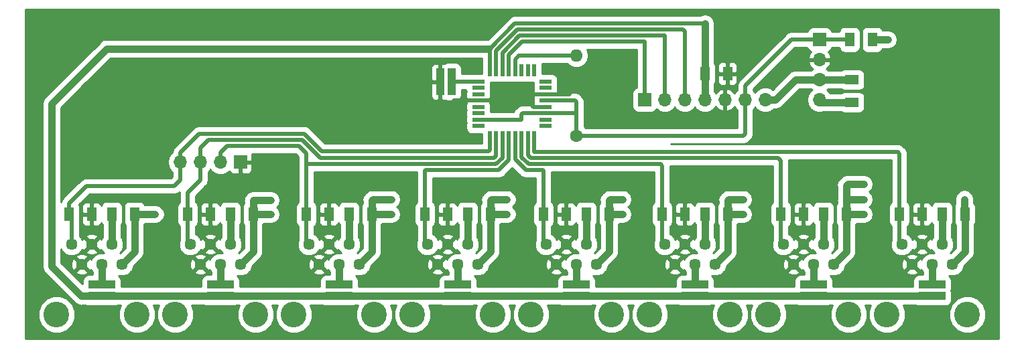
<source format=gbr>
G04 #@! TF.GenerationSoftware,KiCad,Pcbnew,(6.0.0-rc1-dev-313-g8db361882)*
G04 #@! TF.CreationDate,2018-09-01T22:17:23+02:00*
G04 #@! TF.ProjectId,Muxtemp,4D757874656D702E6B696361645F7063,rev?*
G04 #@! TF.SameCoordinates,Original*
G04 #@! TF.FileFunction,Copper,L2,Bot,Signal*
G04 #@! TF.FilePolarity,Positive*
%FSLAX46Y46*%
G04 Gerber Fmt 4.6, Leading zero omitted, Abs format (unit mm)*
G04 Created by KiCad (PCBNEW (6.0.0-rc1-dev-313-g8db361882)) date 09/01/18 22:17:23*
%MOMM*%
%LPD*%
G01*
G04 APERTURE LIST*
G04 #@! TA.AperFunction,ComponentPad*
%ADD10R,1.700000X1.700000*%
G04 #@! TD*
G04 #@! TA.AperFunction,ComponentPad*
%ADD11O,1.700000X1.700000*%
G04 #@! TD*
G04 #@! TA.AperFunction,ComponentPad*
%ADD12C,3.250000*%
G04 #@! TD*
G04 #@! TA.AperFunction,ComponentPad*
%ADD13C,1.450000*%
G04 #@! TD*
G04 #@! TA.AperFunction,SMDPad,CuDef*
%ADD14R,1.600000X0.550000*%
G04 #@! TD*
G04 #@! TA.AperFunction,SMDPad,CuDef*
%ADD15R,0.550000X1.600000*%
G04 #@! TD*
G04 #@! TA.AperFunction,SMDPad,CuDef*
%ADD16R,1.220000X1.800000*%
G04 #@! TD*
G04 #@! TA.AperFunction,ComponentPad*
%ADD17C,1.600000*%
G04 #@! TD*
G04 #@! TA.AperFunction,ComponentPad*
%ADD18O,1.600000X1.600000*%
G04 #@! TD*
G04 #@! TA.AperFunction,SMDPad,CuDef*
%ADD19R,1.070000X3.400000*%
G04 #@! TD*
G04 #@! TA.AperFunction,SMDPad,CuDef*
%ADD20R,3.400000X1.070000*%
G04 #@! TD*
G04 #@! TA.AperFunction,SMDPad,CuDef*
%ADD21R,1.800000X1.220000*%
G04 #@! TD*
G04 #@! TA.AperFunction,ViaPad*
%ADD22C,0.800000*%
G04 #@! TD*
G04 #@! TA.AperFunction,Conductor*
%ADD23C,0.550000*%
G04 #@! TD*
G04 #@! TA.AperFunction,Conductor*
%ADD24C,0.900000*%
G04 #@! TD*
G04 #@! TA.AperFunction,Conductor*
%ADD25C,0.254000*%
G04 #@! TD*
G04 APERTURE END LIST*
D10*
G04 #@! TO.P,J10,1*
G04 #@! TO.N,SCL*
X157734000Y-85852000D03*
D11*
G04 #@! TO.P,J10,2*
G04 #@! TO.N,SDA*
X160274000Y-85852000D03*
G04 #@! TO.P,J10,3*
G04 #@! TO.N,Lock*
X162814000Y-85852000D03*
G04 #@! TO.P,J10,4*
G04 #@! TO.N,1wire*
X165354000Y-85852000D03*
G04 #@! TO.P,J10,5*
G04 #@! TO.N,GND*
X167894000Y-85852000D03*
G04 #@! TO.P,J10,6*
G04 #@! TO.N,3V3_L*
X170434000Y-85852000D03*
G04 #@! TO.P,J10,7*
G04 #@! TO.N,Vin*
X172974000Y-85852000D03*
G04 #@! TD*
D12*
G04 #@! TO.P,J3,8*
G04 #@! TO.N,N/C*
X123571000Y-113030000D03*
G04 #@! TO.P,J3,7*
X113411000Y-113030000D03*
D13*
G04 #@! TO.P,J3,6*
G04 #@! TO.N,3V3*
X121666000Y-106680000D03*
G04 #@! TO.P,J3,5*
G04 #@! TO.N,Net-(J3-Pad5)*
X120396000Y-104140000D03*
G04 #@! TO.P,J3,4*
G04 #@! TO.N,Net-(J3-Pad4)*
X119126000Y-106680000D03*
G04 #@! TO.P,J3,3*
G04 #@! TO.N,GND*
X117856000Y-104140000D03*
G04 #@! TO.P,J3,2*
X116586000Y-106680000D03*
G04 #@! TO.P,J3,1*
G04 #@! TO.N,dht_2*
X115316000Y-104140000D03*
G04 #@! TD*
D12*
G04 #@! TO.P,J8,8*
G04 #@! TO.N,N/C*
X198501000Y-113030000D03*
G04 #@! TO.P,J8,7*
X188341000Y-113030000D03*
D13*
G04 #@! TO.P,J8,6*
G04 #@! TO.N,3V3*
X196596000Y-106680000D03*
G04 #@! TO.P,J8,5*
G04 #@! TO.N,Net-(J8-Pad5)*
X195326000Y-104140000D03*
G04 #@! TO.P,J8,4*
G04 #@! TO.N,Net-(J8-Pad4)*
X194056000Y-106680000D03*
G04 #@! TO.P,J8,3*
G04 #@! TO.N,GND*
X192786000Y-104140000D03*
G04 #@! TO.P,J8,2*
X191516000Y-106680000D03*
G04 #@! TO.P,J8,1*
G04 #@! TO.N,dht_7*
X190246000Y-104140000D03*
G04 #@! TD*
D11*
G04 #@! TO.P,J9,4*
G04 #@! TO.N,dht_0*
X99060000Y-93726000D03*
G04 #@! TO.P,J9,3*
G04 #@! TO.N,dht_1*
X101600000Y-93726000D03*
G04 #@! TO.P,J9,2*
G04 #@! TO.N,dht_2*
X104140000Y-93726000D03*
D10*
G04 #@! TO.P,J9,1*
G04 #@! TO.N,GND*
X106680000Y-93726000D03*
G04 #@! TD*
G04 #@! TO.P,J11,1*
G04 #@! TO.N,3V3_L*
X179832000Y-78232000D03*
D11*
G04 #@! TO.P,J11,2*
G04 #@! TO.N,GND*
X179832000Y-80772000D03*
G04 #@! TO.P,J11,3*
G04 #@! TO.N,Vin*
X179832000Y-83312000D03*
G04 #@! TO.P,J11,4*
G04 #@! TO.N,Net-(J11-Pad4)*
X179832000Y-85852000D03*
G04 #@! TD*
D14*
G04 #@! TO.P,U1,1*
G04 #@! TO.N,Net-(U1-Pad1)*
X145220000Y-83560000D03*
G04 #@! TO.P,U1,2*
G04 #@! TO.N,Net-(U1-Pad2)*
X145220000Y-84360000D03*
G04 #@! TO.P,U1,3*
G04 #@! TO.N,GND*
X145220000Y-85160000D03*
G04 #@! TO.P,U1,4*
G04 #@! TO.N,3V3_L*
X145220000Y-85960000D03*
G04 #@! TO.P,U1,5*
G04 #@! TO.N,GND*
X145220000Y-86760000D03*
G04 #@! TO.P,U1,6*
G04 #@! TO.N,3V3_L*
X145220000Y-87560000D03*
G04 #@! TO.P,U1,7*
G04 #@! TO.N,Net-(U1-Pad7)*
X145220000Y-88360000D03*
G04 #@! TO.P,U1,8*
G04 #@! TO.N,Net-(U1-Pad8)*
X145220000Y-89160000D03*
D15*
G04 #@! TO.P,U1,9*
G04 #@! TO.N,dht_7*
X143770000Y-90610000D03*
G04 #@! TO.P,U1,10*
G04 #@! TO.N,dht_6*
X142970000Y-90610000D03*
G04 #@! TO.P,U1,11*
G04 #@! TO.N,dht_5*
X142170000Y-90610000D03*
G04 #@! TO.P,U1,12*
G04 #@! TO.N,dht_4*
X141370000Y-90610000D03*
G04 #@! TO.P,U1,13*
G04 #@! TO.N,dht_3*
X140570000Y-90610000D03*
G04 #@! TO.P,U1,14*
G04 #@! TO.N,dht_2*
X139770000Y-90610000D03*
G04 #@! TO.P,U1,15*
G04 #@! TO.N,dht_1*
X138970000Y-90610000D03*
G04 #@! TO.P,U1,16*
G04 #@! TO.N,dht_0*
X138170000Y-90610000D03*
D14*
G04 #@! TO.P,U1,17*
G04 #@! TO.N,Net-(U1-Pad17)*
X136720000Y-89160000D03*
G04 #@! TO.P,U1,18*
G04 #@! TO.N,3V3_L*
X136720000Y-88360000D03*
G04 #@! TO.P,U1,19*
G04 #@! TO.N,Net-(U1-Pad19)*
X136720000Y-87560000D03*
G04 #@! TO.P,U1,20*
G04 #@! TO.N,Net-(U1-Pad20)*
X136720000Y-86760000D03*
G04 #@! TO.P,U1,21*
G04 #@! TO.N,GND*
X136720000Y-85960000D03*
G04 #@! TO.P,U1,22*
G04 #@! TO.N,Net-(U1-Pad22)*
X136720000Y-85160000D03*
G04 #@! TO.P,U1,23*
G04 #@! TO.N,Net-(U1-Pad23)*
X136720000Y-84360000D03*
G04 #@! TO.P,U1,24*
G04 #@! TO.N,Net-(JP9-Pad1)*
X136720000Y-83560000D03*
D15*
G04 #@! TO.P,U1,25*
G04 #@! TO.N,1wire*
X138170000Y-82110000D03*
G04 #@! TO.P,U1,26*
G04 #@! TO.N,Lock*
X138970000Y-82110000D03*
G04 #@! TO.P,U1,27*
G04 #@! TO.N,SDA*
X139770000Y-82110000D03*
G04 #@! TO.P,U1,28*
G04 #@! TO.N,SCL*
X140570000Y-82110000D03*
G04 #@! TO.P,U1,29*
G04 #@! TO.N,Net-(R19-Pad2)*
X141370000Y-82110000D03*
G04 #@! TO.P,U1,30*
G04 #@! TO.N,Net-(U1-Pad30)*
X142170000Y-82110000D03*
G04 #@! TO.P,U1,31*
G04 #@! TO.N,Net-(U1-Pad31)*
X142970000Y-82110000D03*
G04 #@! TO.P,U1,32*
G04 #@! TO.N,Net-(U1-Pad32)*
X143770000Y-82110000D03*
G04 #@! TD*
D16*
G04 #@! TO.P,R17,1*
G04 #@! TO.N,GND*
X168214000Y-82550000D03*
G04 #@! TO.P,R17,2*
G04 #@! TO.N,1wire*
X165354000Y-82550000D03*
G04 #@! TD*
D17*
G04 #@! TO.P,R19,1*
G04 #@! TO.N,3V3_L*
X149098000Y-90424000D03*
D18*
G04 #@! TO.P,R19,2*
G04 #@! TO.N,Net-(R19-Pad2)*
X149098000Y-80264000D03*
G04 #@! TD*
D19*
G04 #@! TO.P,JP9,1*
G04 #@! TO.N,Net-(JP9-Pad1)*
X133350000Y-83566000D03*
G04 #@! TO.P,JP9,2*
G04 #@! TO.N,GND*
X131900000Y-83566000D03*
G04 #@! TD*
D20*
G04 #@! TO.P,JP7,2*
G04 #@! TO.N,1wire*
X179070000Y-110670000D03*
G04 #@! TO.P,JP7,1*
G04 #@! TO.N,Net-(J7-Pad4)*
X179070000Y-109220000D03*
G04 #@! TD*
G04 #@! TO.P,JP6,1*
G04 #@! TO.N,Net-(J6-Pad4)*
X164084000Y-109220000D03*
G04 #@! TO.P,JP6,2*
G04 #@! TO.N,1wire*
X164084000Y-110670000D03*
G04 #@! TD*
G04 #@! TO.P,JP1,2*
G04 #@! TO.N,1wire*
X89154000Y-110670000D03*
G04 #@! TO.P,JP1,1*
G04 #@! TO.N,Net-(J1-Pad4)*
X89154000Y-109220000D03*
G04 #@! TD*
G04 #@! TO.P,JP2,1*
G04 #@! TO.N,Net-(J2-Pad4)*
X104140000Y-109220000D03*
G04 #@! TO.P,JP2,2*
G04 #@! TO.N,1wire*
X104140000Y-110670000D03*
G04 #@! TD*
G04 #@! TO.P,JP8,2*
G04 #@! TO.N,1wire*
X194056000Y-110670000D03*
G04 #@! TO.P,JP8,1*
G04 #@! TO.N,Net-(J8-Pad4)*
X194056000Y-109220000D03*
G04 #@! TD*
G04 #@! TO.P,JP5,1*
G04 #@! TO.N,Net-(J5-Pad4)*
X149098000Y-109220000D03*
G04 #@! TO.P,JP5,2*
G04 #@! TO.N,1wire*
X149098000Y-110670000D03*
G04 #@! TD*
G04 #@! TO.P,JP4,2*
G04 #@! TO.N,1wire*
X134112000Y-110670000D03*
G04 #@! TO.P,JP4,1*
G04 #@! TO.N,Net-(J4-Pad4)*
X134112000Y-109220000D03*
G04 #@! TD*
G04 #@! TO.P,JP3,1*
G04 #@! TO.N,Net-(J3-Pad4)*
X119126000Y-109220000D03*
G04 #@! TO.P,JP3,2*
G04 #@! TO.N,1wire*
X119126000Y-110670000D03*
G04 #@! TD*
D21*
G04 #@! TO.P,R18,1*
G04 #@! TO.N,Net-(J11-Pad4)*
X183896000Y-86172000D03*
G04 #@! TO.P,R18,2*
G04 #@! TO.N,Vin*
X183896000Y-83312000D03*
G04 #@! TD*
D16*
G04 #@! TO.P,F1,1*
G04 #@! TO.N,3V3*
X186502000Y-78232000D03*
G04 #@! TO.P,F1,2*
G04 #@! TO.N,3V3_L*
X183642000Y-78232000D03*
G04 #@! TD*
D12*
G04 #@! TO.P,J6,8*
G04 #@! TO.N,N/C*
X168529000Y-113030000D03*
G04 #@! TO.P,J6,7*
X158369000Y-113030000D03*
D13*
G04 #@! TO.P,J6,6*
G04 #@! TO.N,3V3*
X166624000Y-106680000D03*
G04 #@! TO.P,J6,5*
G04 #@! TO.N,Net-(J6-Pad5)*
X165354000Y-104140000D03*
G04 #@! TO.P,J6,4*
G04 #@! TO.N,Net-(J6-Pad4)*
X164084000Y-106680000D03*
G04 #@! TO.P,J6,3*
G04 #@! TO.N,GND*
X162814000Y-104140000D03*
G04 #@! TO.P,J6,2*
X161544000Y-106680000D03*
G04 #@! TO.P,J6,1*
G04 #@! TO.N,dht_5*
X160274000Y-104140000D03*
G04 #@! TD*
G04 #@! TO.P,J1,1*
G04 #@! TO.N,dht_0*
X85344000Y-104140000D03*
G04 #@! TO.P,J1,2*
G04 #@! TO.N,GND*
X86614000Y-106680000D03*
G04 #@! TO.P,J1,3*
X87884000Y-104140000D03*
G04 #@! TO.P,J1,4*
G04 #@! TO.N,Net-(J1-Pad4)*
X89154000Y-106680000D03*
G04 #@! TO.P,J1,5*
G04 #@! TO.N,Net-(J1-Pad5)*
X90424000Y-104140000D03*
G04 #@! TO.P,J1,6*
G04 #@! TO.N,3V3*
X91694000Y-106680000D03*
D12*
G04 #@! TO.P,J1,7*
G04 #@! TO.N,N/C*
X83439000Y-113030000D03*
G04 #@! TO.P,J1,8*
X93599000Y-113030000D03*
G04 #@! TD*
D13*
G04 #@! TO.P,J4,1*
G04 #@! TO.N,dht_3*
X130302000Y-104140000D03*
G04 #@! TO.P,J4,2*
G04 #@! TO.N,GND*
X131572000Y-106680000D03*
G04 #@! TO.P,J4,3*
X132842000Y-104140000D03*
G04 #@! TO.P,J4,4*
G04 #@! TO.N,Net-(J4-Pad4)*
X134112000Y-106680000D03*
G04 #@! TO.P,J4,5*
G04 #@! TO.N,Net-(J4-Pad5)*
X135382000Y-104140000D03*
G04 #@! TO.P,J4,6*
G04 #@! TO.N,3V3*
X136652000Y-106680000D03*
D12*
G04 #@! TO.P,J4,7*
G04 #@! TO.N,N/C*
X128397000Y-113030000D03*
G04 #@! TO.P,J4,8*
X138557000Y-113030000D03*
G04 #@! TD*
G04 #@! TO.P,J5,8*
G04 #@! TO.N,N/C*
X153543000Y-113030000D03*
G04 #@! TO.P,J5,7*
X143383000Y-113030000D03*
D13*
G04 #@! TO.P,J5,6*
G04 #@! TO.N,3V3*
X151638000Y-106680000D03*
G04 #@! TO.P,J5,5*
G04 #@! TO.N,Net-(J5-Pad5)*
X150368000Y-104140000D03*
G04 #@! TO.P,J5,4*
G04 #@! TO.N,Net-(J5-Pad4)*
X149098000Y-106680000D03*
G04 #@! TO.P,J5,3*
G04 #@! TO.N,GND*
X147828000Y-104140000D03*
G04 #@! TO.P,J5,2*
X146558000Y-106680000D03*
G04 #@! TO.P,J5,1*
G04 #@! TO.N,dht_4*
X145288000Y-104140000D03*
G04 #@! TD*
G04 #@! TO.P,J7,1*
G04 #@! TO.N,dht_6*
X175260000Y-104140000D03*
G04 #@! TO.P,J7,2*
G04 #@! TO.N,GND*
X176530000Y-106680000D03*
G04 #@! TO.P,J7,3*
X177800000Y-104140000D03*
G04 #@! TO.P,J7,4*
G04 #@! TO.N,Net-(J7-Pad4)*
X179070000Y-106680000D03*
G04 #@! TO.P,J7,5*
G04 #@! TO.N,Net-(J7-Pad5)*
X180340000Y-104140000D03*
G04 #@! TO.P,J7,6*
G04 #@! TO.N,3V3*
X181610000Y-106680000D03*
D12*
G04 #@! TO.P,J7,7*
G04 #@! TO.N,N/C*
X173355000Y-113030000D03*
G04 #@! TO.P,J7,8*
X183515000Y-113030000D03*
G04 #@! TD*
D13*
G04 #@! TO.P,J2,1*
G04 #@! TO.N,dht_1*
X100330000Y-104140000D03*
G04 #@! TO.P,J2,2*
G04 #@! TO.N,GND*
X101600000Y-106680000D03*
G04 #@! TO.P,J2,3*
X102870000Y-104140000D03*
G04 #@! TO.P,J2,4*
G04 #@! TO.N,Net-(J2-Pad4)*
X104140000Y-106680000D03*
G04 #@! TO.P,J2,5*
G04 #@! TO.N,Net-(J2-Pad5)*
X105410000Y-104140000D03*
G04 #@! TO.P,J2,6*
G04 #@! TO.N,3V3*
X106680000Y-106680000D03*
D12*
G04 #@! TO.P,J2,7*
G04 #@! TO.N,N/C*
X98425000Y-113030000D03*
G04 #@! TO.P,J2,8*
X108585000Y-113030000D03*
G04 #@! TD*
D16*
G04 #@! TO.P,R7,2*
G04 #@! TO.N,Net-(J7-Pad5)*
X180340000Y-100330000D03*
G04 #@! TO.P,R7,1*
G04 #@! TO.N,3V3*
X183200000Y-100330000D03*
G04 #@! TD*
G04 #@! TO.P,R3,1*
G04 #@! TO.N,3V3*
X123256000Y-100330000D03*
G04 #@! TO.P,R3,2*
G04 #@! TO.N,Net-(J3-Pad5)*
X120396000Y-100330000D03*
G04 #@! TD*
G04 #@! TO.P,R15,2*
G04 #@! TO.N,dht_6*
X174940000Y-100330000D03*
G04 #@! TO.P,R15,1*
G04 #@! TO.N,GND*
X177800000Y-100330000D03*
G04 #@! TD*
G04 #@! TO.P,R14,1*
G04 #@! TO.N,GND*
X162814000Y-100330000D03*
G04 #@! TO.P,R14,2*
G04 #@! TO.N,dht_5*
X159954000Y-100330000D03*
G04 #@! TD*
G04 #@! TO.P,R13,2*
G04 #@! TO.N,dht_4*
X144968000Y-100330000D03*
G04 #@! TO.P,R13,1*
G04 #@! TO.N,GND*
X147828000Y-100330000D03*
G04 #@! TD*
G04 #@! TO.P,R12,1*
G04 #@! TO.N,GND*
X132842000Y-100330000D03*
G04 #@! TO.P,R12,2*
G04 #@! TO.N,dht_3*
X129982000Y-100330000D03*
G04 #@! TD*
G04 #@! TO.P,R11,2*
G04 #@! TO.N,dht_2*
X114996000Y-100330000D03*
G04 #@! TO.P,R11,1*
G04 #@! TO.N,GND*
X117856000Y-100330000D03*
G04 #@! TD*
G04 #@! TO.P,R10,1*
G04 #@! TO.N,GND*
X102870000Y-100330000D03*
G04 #@! TO.P,R10,2*
G04 #@! TO.N,dht_1*
X100010000Y-100330000D03*
G04 #@! TD*
G04 #@! TO.P,R6,2*
G04 #@! TO.N,Net-(J6-Pad5)*
X165354000Y-100330000D03*
G04 #@! TO.P,R6,1*
G04 #@! TO.N,3V3*
X168214000Y-100330000D03*
G04 #@! TD*
G04 #@! TO.P,R5,1*
G04 #@! TO.N,3V3*
X153228000Y-100330000D03*
G04 #@! TO.P,R5,2*
G04 #@! TO.N,Net-(J5-Pad5)*
X150368000Y-100330000D03*
G04 #@! TD*
G04 #@! TO.P,R4,2*
G04 #@! TO.N,Net-(J4-Pad5)*
X135382000Y-100330000D03*
G04 #@! TO.P,R4,1*
G04 #@! TO.N,3V3*
X138242000Y-100330000D03*
G04 #@! TD*
G04 #@! TO.P,R1,1*
G04 #@! TO.N,3V3*
X93284000Y-100330000D03*
G04 #@! TO.P,R1,2*
G04 #@! TO.N,Net-(J1-Pad5)*
X90424000Y-100330000D03*
G04 #@! TD*
G04 #@! TO.P,R2,2*
G04 #@! TO.N,Net-(J2-Pad5)*
X105410000Y-100330000D03*
G04 #@! TO.P,R2,1*
G04 #@! TO.N,3V3*
X108270000Y-100330000D03*
G04 #@! TD*
G04 #@! TO.P,R9,1*
G04 #@! TO.N,GND*
X87884000Y-100330000D03*
G04 #@! TO.P,R9,2*
G04 #@! TO.N,dht_0*
X85024000Y-100330000D03*
G04 #@! TD*
G04 #@! TO.P,R8,2*
G04 #@! TO.N,Net-(J8-Pad5)*
X195326000Y-100330000D03*
G04 #@! TO.P,R8,1*
G04 #@! TO.N,3V3*
X198186000Y-100330000D03*
G04 #@! TD*
G04 #@! TO.P,R16,1*
G04 #@! TO.N,GND*
X192786000Y-100330000D03*
G04 #@! TO.P,R16,2*
G04 #@! TO.N,dht_7*
X189926000Y-100330000D03*
G04 #@! TD*
D22*
G04 #@! TO.N,3V3*
X185420000Y-98425000D03*
X170180000Y-100330000D03*
X170180000Y-98425000D03*
X154940000Y-98425000D03*
X154940000Y-100330000D03*
X140335000Y-100330000D03*
X140335000Y-98425000D03*
X125730000Y-98425000D03*
X125730000Y-100330000D03*
X110490000Y-100330000D03*
X95885000Y-100330000D03*
X185420000Y-100330000D03*
X198120000Y-98425000D03*
X110490000Y-98552000D03*
X188468000Y-78232000D03*
X185420000Y-96520000D03*
G04 #@! TD*
D23*
G04 #@! TO.N,dht_0*
X99060000Y-96012000D02*
X99060000Y-93726000D01*
X98298000Y-96774000D02*
X99060000Y-96012000D01*
X85344000Y-100650000D02*
X85024000Y-100330000D01*
X85344000Y-104140000D02*
X85344000Y-100650000D01*
X87180000Y-96774000D02*
X98298000Y-96774000D01*
X85024000Y-98930000D02*
X87180000Y-96774000D01*
X85024000Y-100330000D02*
X85024000Y-98930000D01*
X138170000Y-92208000D02*
X138170000Y-90610000D01*
X138040999Y-92337001D02*
X138170000Y-92208000D01*
X116936840Y-92337001D02*
X138040999Y-92337001D01*
X114769839Y-90170000D02*
X116936840Y-92337001D01*
X101413919Y-90170000D02*
X114769839Y-90170000D01*
X99060000Y-92523919D02*
X101413919Y-90170000D01*
X99060000Y-93726000D02*
X99060000Y-92523919D01*
G04 #@! TO.N,GND*
X140608000Y-85960000D02*
X136720000Y-85960000D01*
X141408000Y-85160000D02*
X140608000Y-85960000D01*
X136720000Y-85960000D02*
X133585000Y-85960000D01*
X145220000Y-85160000D02*
X148279000Y-85160000D01*
X145220000Y-86760000D02*
X143656000Y-86760000D01*
X143510000Y-86614000D02*
X143510000Y-85160000D01*
X143656000Y-86760000D02*
X143510000Y-86614000D01*
X145220000Y-85160000D02*
X143510000Y-85160000D01*
X143510000Y-85160000D02*
X141408000Y-85160000D01*
D24*
G04 #@! TO.N,Net-(J8-Pad5)*
X195326000Y-100330000D02*
X195326000Y-104140000D01*
G04 #@! TO.N,3V3*
X93284000Y-105090000D02*
X91694000Y-106680000D01*
X108270000Y-105090000D02*
X106680000Y-106680000D01*
X108270000Y-100330000D02*
X108270000Y-105090000D01*
X123256000Y-105090000D02*
X121666000Y-106680000D01*
X123256000Y-100330000D02*
X123256000Y-105090000D01*
X138242000Y-105090000D02*
X136652000Y-106680000D01*
X138242000Y-100330000D02*
X138242000Y-105090000D01*
X153228000Y-105090000D02*
X151638000Y-106680000D01*
X153228000Y-100330000D02*
X153228000Y-105090000D01*
X168214000Y-105090000D02*
X166624000Y-106680000D01*
X168214000Y-100330000D02*
X168214000Y-105090000D01*
X183200000Y-105090000D02*
X181610000Y-106680000D01*
X183200000Y-100330000D02*
X183200000Y-105090000D01*
X198186000Y-105090000D02*
X196596000Y-106680000D01*
X198186000Y-100330000D02*
X198186000Y-105090000D01*
X183200000Y-98530000D02*
X183305000Y-98425000D01*
X183305000Y-98425000D02*
X185420000Y-98425000D01*
X168214000Y-100330000D02*
X170180000Y-100330000D01*
X168214000Y-98530000D02*
X168319000Y-98425000D01*
X168214000Y-100330000D02*
X168214000Y-98530000D01*
X153228000Y-98530000D02*
X153333000Y-98425000D01*
X153228000Y-100330000D02*
X153228000Y-98530000D01*
X153333000Y-98425000D02*
X154940000Y-98425000D01*
X153228000Y-100330000D02*
X154940000Y-100330000D01*
X140335000Y-100330000D02*
X138242000Y-100330000D01*
X138242000Y-98530000D02*
X138347000Y-98425000D01*
X138242000Y-100330000D02*
X138242000Y-98530000D01*
X138347000Y-98425000D02*
X140335000Y-98425000D01*
X123256000Y-98530000D02*
X123361000Y-98425000D01*
X123256000Y-100330000D02*
X123256000Y-98530000D01*
X123361000Y-98425000D02*
X125730000Y-98425000D01*
X123256000Y-100330000D02*
X125730000Y-100330000D01*
X110490000Y-100330000D02*
X108270000Y-100330000D01*
X168319000Y-98425000D02*
X170180000Y-98425000D01*
X93284000Y-100330000D02*
X93284000Y-105090000D01*
X95885000Y-100330000D02*
X93284000Y-100330000D01*
X183200000Y-100330000D02*
X185420000Y-100330000D01*
X198120000Y-100264000D02*
X198186000Y-100330000D01*
X198120000Y-98425000D02*
X198120000Y-100264000D01*
X108270000Y-100330000D02*
X108270000Y-98618000D01*
X108336000Y-98552000D02*
X108270000Y-98618000D01*
X110490000Y-98552000D02*
X108336000Y-98552000D01*
X186502000Y-78232000D02*
X188468000Y-78232000D01*
X183200000Y-99060000D02*
X183200000Y-96708000D01*
X183200000Y-99060000D02*
X183200000Y-98530000D01*
X183200000Y-100330000D02*
X183200000Y-99060000D01*
X183388000Y-96520000D02*
X185420000Y-96520000D01*
X183200000Y-96708000D02*
X183388000Y-96520000D01*
D23*
G04 #@! TO.N,dht_7*
X189926000Y-103820000D02*
X190246000Y-104140000D01*
X189926000Y-100330000D02*
X189926000Y-103820000D01*
X161024010Y-92467990D02*
X161036000Y-92456000D01*
X143770000Y-90610000D02*
X143770000Y-92467990D01*
X143770000Y-92467990D02*
X161024010Y-92467990D01*
X161024010Y-92467990D02*
X189726010Y-92467990D01*
X189926000Y-92667980D02*
X189926000Y-100330000D01*
X189726010Y-92467990D02*
X189926000Y-92667980D01*
D24*
G04 #@! TO.N,Net-(J2-Pad5)*
X105410000Y-100330000D02*
X105410000Y-104140000D01*
G04 #@! TO.N,Net-(J1-Pad5)*
X90424000Y-100330000D02*
X90424000Y-104140000D01*
G04 #@! TO.N,Net-(J4-Pad5)*
X135382000Y-100330000D02*
X135382000Y-104140000D01*
G04 #@! TO.N,Net-(J5-Pad5)*
X150368000Y-100330000D02*
X150368000Y-104140000D01*
G04 #@! TO.N,Net-(J6-Pad5)*
X165354000Y-100330000D02*
X165354000Y-104140000D01*
D23*
G04 #@! TO.N,dht_6*
X174940000Y-103820000D02*
X175260000Y-104140000D01*
X174940000Y-100330000D02*
X174940000Y-103820000D01*
X174940000Y-100330000D02*
X174940000Y-93558000D01*
X174940000Y-93533000D02*
X174940000Y-100330000D01*
X142970000Y-91726000D02*
X143002000Y-91758000D01*
X142970000Y-90610000D02*
X142970000Y-91726000D01*
X143002000Y-92874652D02*
X143345348Y-93218000D01*
X143345348Y-93218000D02*
X174625000Y-93218000D01*
X143002000Y-91758000D02*
X143002000Y-92874652D01*
X174625000Y-93218000D02*
X174940000Y-93533000D01*
G04 #@! TO.N,dht_5*
X159954000Y-103820000D02*
X160274000Y-104140000D01*
X159954000Y-100330000D02*
X159954000Y-103820000D01*
X142170000Y-90610000D02*
X142170000Y-93103326D01*
X142170000Y-93103326D02*
X143058664Y-93991990D01*
X143058664Y-93991990D02*
X159737980Y-93991990D01*
X159954000Y-94208010D02*
X159737980Y-93991990D01*
X159954000Y-100330000D02*
X159954000Y-94208010D01*
G04 #@! TO.N,dht_4*
X144968000Y-103820000D02*
X145288000Y-104140000D01*
X144968000Y-100330000D02*
X144968000Y-103820000D01*
X144968000Y-100330000D02*
X144968000Y-94803000D01*
X141370000Y-90610000D02*
X141370000Y-93364000D01*
X141370000Y-93364000D02*
X142748000Y-94742000D01*
X144907000Y-94742000D02*
X144968000Y-94803000D01*
X142748000Y-94742000D02*
X144907000Y-94742000D01*
G04 #@! TO.N,dht_3*
X129982000Y-103820000D02*
X130302000Y-104140000D01*
X129982000Y-100330000D02*
X129982000Y-103820000D01*
X140570000Y-90610000D02*
X140570000Y-93453348D01*
X139293338Y-94730010D02*
X130059990Y-94730010D01*
X129982000Y-94808000D02*
X130059990Y-94730010D01*
X129982000Y-100330000D02*
X129982000Y-94808000D01*
X140570000Y-93453348D02*
X139293338Y-94730010D01*
G04 #@! TO.N,dht_2*
X114996000Y-100330000D02*
X114996000Y-103820000D01*
X114996000Y-103820000D02*
X115316000Y-104140000D01*
X104140000Y-92523919D02*
X104140000Y-93726000D01*
X139770000Y-93192674D02*
X138982674Y-93980000D01*
X139770000Y-90610000D02*
X139770000Y-93192674D01*
X138982674Y-93980000D02*
X115062000Y-93980000D01*
X114022020Y-91670020D02*
X104993899Y-91670020D01*
X104993899Y-91670020D02*
X104140000Y-92523919D01*
X114996000Y-100330000D02*
X114996000Y-94046000D01*
X114996000Y-94046000D02*
X115062000Y-93980000D01*
X114996000Y-92644000D02*
X114022020Y-91670020D01*
X114996000Y-94046000D02*
X114996000Y-92644000D01*
G04 #@! TO.N,dht_1*
X100010000Y-100330000D02*
X100010000Y-100040000D01*
X100010000Y-100040000D02*
X100076000Y-99974000D01*
X100010000Y-97602000D02*
X100010000Y-100330000D01*
X101600000Y-93726000D02*
X101600000Y-96012000D01*
X101600000Y-96012000D02*
X100010000Y-97602000D01*
X100010000Y-100330000D02*
X100010000Y-103820000D01*
X100010000Y-103820000D02*
X100330000Y-104140000D01*
X138970000Y-92932000D02*
X138970000Y-90610000D01*
X101600000Y-91948000D02*
X102627990Y-90920010D01*
X101600000Y-93726000D02*
X101600000Y-91948000D01*
X102627990Y-90920010D02*
X114459175Y-90920010D01*
X114459175Y-90920010D02*
X116757165Y-93218000D01*
X116757165Y-93218000D02*
X138684000Y-93218000D01*
X138684000Y-93218000D02*
X138970000Y-92932000D01*
D24*
G04 #@! TO.N,Net-(J3-Pad5)*
X120396000Y-100330000D02*
X120396000Y-104140000D01*
G04 #@! TO.N,Net-(J7-Pad5)*
X180340000Y-100330000D02*
X180340000Y-104140000D01*
G04 #@! TO.N,Vin*
X172974000Y-85852000D02*
X174244000Y-85852000D01*
X176784000Y-83312000D02*
X179832000Y-83312000D01*
X174244000Y-85852000D02*
X176784000Y-83312000D01*
X183896000Y-83312000D02*
X179832000Y-83312000D01*
G04 #@! TO.N,1wire*
X179070000Y-110670000D02*
X194056000Y-110670000D01*
X179070000Y-110670000D02*
X164084000Y-110670000D01*
X149098000Y-110670000D02*
X164084000Y-110670000D01*
X134112000Y-110670000D02*
X149098000Y-110670000D01*
X119126000Y-110670000D02*
X134112000Y-110670000D01*
X104140000Y-110670000D02*
X119126000Y-110670000D01*
X89154000Y-110670000D02*
X104140000Y-110670000D01*
D23*
X138170000Y-79373978D02*
X141343978Y-76200000D01*
X141343978Y-76200000D02*
X165354000Y-76200000D01*
D24*
X86554000Y-110670000D02*
X82804000Y-106920000D01*
X89154000Y-110670000D02*
X86554000Y-110670000D01*
X82804000Y-106920000D02*
X82804000Y-86360000D01*
X89790022Y-79373978D02*
X138044990Y-79373978D01*
X82804000Y-86360000D02*
X89790022Y-79373978D01*
D23*
X138044990Y-79373978D02*
X138170000Y-79373978D01*
X138170000Y-79498988D02*
X138044990Y-79373978D01*
X138170000Y-82110000D02*
X138170000Y-79498988D01*
D24*
X165354000Y-76200000D02*
X165354000Y-82550000D01*
X165354000Y-85852000D02*
X165354000Y-82550000D01*
D23*
G04 #@! TO.N,SDA*
X139770000Y-79895326D02*
X141941326Y-77724000D01*
X139770000Y-82110000D02*
X139770000Y-79895326D01*
X141941326Y-77724000D02*
X160274000Y-77724000D01*
X160274000Y-77724000D02*
X160274000Y-85852000D01*
G04 #@! TO.N,SCL*
X140570000Y-80156000D02*
X140570000Y-82110000D01*
X142240000Y-78486000D02*
X140570000Y-80156000D01*
X157734000Y-85852000D02*
X157734000Y-78486000D01*
X157734000Y-78486000D02*
X142240000Y-78486000D01*
D24*
G04 #@! TO.N,Net-(J3-Pad4)*
X119126000Y-109220000D02*
X119126000Y-106680000D01*
G04 #@! TO.N,Net-(J4-Pad4)*
X134112000Y-109220000D02*
X134112000Y-106680000D01*
G04 #@! TO.N,Net-(J5-Pad4)*
X149098000Y-106680000D02*
X149098000Y-109220000D01*
G04 #@! TO.N,Net-(J2-Pad4)*
X104140000Y-109220000D02*
X104140000Y-106680000D01*
G04 #@! TO.N,Net-(J1-Pad4)*
X89154000Y-109220000D02*
X89154000Y-106680000D01*
G04 #@! TO.N,Net-(J7-Pad4)*
X179070000Y-106680000D02*
X179070000Y-109220000D01*
G04 #@! TO.N,Net-(J8-Pad4)*
X194056000Y-109220000D02*
X194056000Y-106680000D01*
G04 #@! TO.N,Net-(J6-Pad4)*
X164084000Y-106680000D02*
X164084000Y-109220000D01*
D23*
G04 #@! TO.N,3V3_L*
X145220000Y-87560000D02*
X142297000Y-87560000D01*
X136720000Y-88360000D02*
X142145000Y-88360000D01*
X136688000Y-88392000D02*
X136720000Y-88360000D01*
X170434000Y-84074000D02*
X170434000Y-85852000D01*
X179832000Y-78232000D02*
X176276000Y-78232000D01*
X176276000Y-78232000D02*
X170434000Y-84074000D01*
X179832000Y-78232000D02*
X183642000Y-78232000D01*
X142145000Y-87712000D02*
X142297000Y-87560000D01*
X142145000Y-88360000D02*
X142145000Y-87712000D01*
X149098000Y-90424000D02*
X149098000Y-87630000D01*
X149028000Y-87560000D02*
X145220000Y-87560000D01*
X149098000Y-87630000D02*
X149028000Y-87560000D01*
X149098000Y-87630000D02*
X149098000Y-86106000D01*
X148952000Y-85960000D02*
X145220000Y-85960000D01*
X149098000Y-86106000D02*
X148952000Y-85960000D01*
X170434000Y-85852000D02*
X170434000Y-90170000D01*
X170180000Y-90424000D02*
X149098000Y-90424000D01*
X170434000Y-90170000D02*
X170180000Y-90424000D01*
G04 #@! TO.N,Net-(R19-Pad2)*
X141866000Y-80264000D02*
X149098000Y-80264000D01*
X141370000Y-80760000D02*
X141866000Y-80264000D01*
X141370000Y-82110000D02*
X141370000Y-80760000D01*
D24*
G04 #@! TO.N,Net-(J11-Pad4)*
X180152000Y-86172000D02*
X179832000Y-85852000D01*
X183896000Y-86172000D02*
X180152000Y-86172000D01*
D23*
G04 #@! TO.N,Net-(JP9-Pad1)*
X136714000Y-83566000D02*
X136720000Y-83560000D01*
X133350000Y-83566000D02*
X136714000Y-83566000D01*
G04 #@! TO.N,Lock*
X141630662Y-76973990D02*
X162571990Y-76973990D01*
X138970000Y-82110000D02*
X138970000Y-79634652D01*
X138970000Y-79634652D02*
X141630662Y-76973990D01*
X162814000Y-77216000D02*
X162814000Y-85852000D01*
X162571990Y-76973990D02*
X162814000Y-77216000D01*
G04 #@! TD*
D25*
G04 #@! TO.N,GND*
G36*
X202438000Y-116078000D02*
X79502000Y-116078000D01*
X79502000Y-112560567D01*
X81079000Y-112560567D01*
X81079000Y-113499433D01*
X81438289Y-114366833D01*
X82102167Y-115030711D01*
X82969567Y-115390000D01*
X83908433Y-115390000D01*
X84775833Y-115030711D01*
X85439711Y-114366833D01*
X85799000Y-113499433D01*
X85799000Y-112560567D01*
X85439711Y-111693167D01*
X84775833Y-111029289D01*
X83908433Y-110670000D01*
X82969567Y-110670000D01*
X82102167Y-111029289D01*
X81438289Y-111693167D01*
X81079000Y-112560567D01*
X79502000Y-112560567D01*
X79502000Y-86360000D01*
X81595786Y-86360000D01*
X81619001Y-86476711D01*
X81619000Y-106803294D01*
X81595786Y-106920000D01*
X81619000Y-107036706D01*
X81619000Y-107036709D01*
X81687755Y-107382363D01*
X81949663Y-107774337D01*
X82048608Y-107840450D01*
X85633554Y-111425398D01*
X85699663Y-111524337D01*
X85798602Y-111590446D01*
X85798604Y-111590448D01*
X86091636Y-111786245D01*
X86554000Y-111878215D01*
X86670709Y-111855000D01*
X87103830Y-111855000D01*
X87167217Y-111897354D01*
X87454000Y-111954399D01*
X90854000Y-111954399D01*
X91140783Y-111897354D01*
X91204170Y-111855000D01*
X91531256Y-111855000D01*
X91239000Y-112560567D01*
X91239000Y-113499433D01*
X91598289Y-114366833D01*
X92262167Y-115030711D01*
X93129567Y-115390000D01*
X94068433Y-115390000D01*
X94935833Y-115030711D01*
X95599711Y-114366833D01*
X95959000Y-113499433D01*
X95959000Y-112560567D01*
X95666744Y-111855000D01*
X96357256Y-111855000D01*
X96065000Y-112560567D01*
X96065000Y-113499433D01*
X96424289Y-114366833D01*
X97088167Y-115030711D01*
X97955567Y-115390000D01*
X98894433Y-115390000D01*
X99761833Y-115030711D01*
X100425711Y-114366833D01*
X100785000Y-113499433D01*
X100785000Y-112560567D01*
X100492744Y-111855000D01*
X102089830Y-111855000D01*
X102153217Y-111897354D01*
X102440000Y-111954399D01*
X105840000Y-111954399D01*
X106126783Y-111897354D01*
X106190170Y-111855000D01*
X106517256Y-111855000D01*
X106225000Y-112560567D01*
X106225000Y-113499433D01*
X106584289Y-114366833D01*
X107248167Y-115030711D01*
X108115567Y-115390000D01*
X109054433Y-115390000D01*
X109921833Y-115030711D01*
X110585711Y-114366833D01*
X110945000Y-113499433D01*
X110945000Y-112560567D01*
X110652744Y-111855000D01*
X111343256Y-111855000D01*
X111051000Y-112560567D01*
X111051000Y-113499433D01*
X111410289Y-114366833D01*
X112074167Y-115030711D01*
X112941567Y-115390000D01*
X113880433Y-115390000D01*
X114747833Y-115030711D01*
X115411711Y-114366833D01*
X115771000Y-113499433D01*
X115771000Y-112560567D01*
X115478744Y-111855000D01*
X117075830Y-111855000D01*
X117139217Y-111897354D01*
X117426000Y-111954399D01*
X120826000Y-111954399D01*
X121112783Y-111897354D01*
X121176170Y-111855000D01*
X121503256Y-111855000D01*
X121211000Y-112560567D01*
X121211000Y-113499433D01*
X121570289Y-114366833D01*
X122234167Y-115030711D01*
X123101567Y-115390000D01*
X124040433Y-115390000D01*
X124907833Y-115030711D01*
X125571711Y-114366833D01*
X125931000Y-113499433D01*
X125931000Y-112560567D01*
X125638744Y-111855000D01*
X126329256Y-111855000D01*
X126037000Y-112560567D01*
X126037000Y-113499433D01*
X126396289Y-114366833D01*
X127060167Y-115030711D01*
X127927567Y-115390000D01*
X128866433Y-115390000D01*
X129733833Y-115030711D01*
X130397711Y-114366833D01*
X130757000Y-113499433D01*
X130757000Y-112560567D01*
X130464744Y-111855000D01*
X132061830Y-111855000D01*
X132125217Y-111897354D01*
X132412000Y-111954399D01*
X135812000Y-111954399D01*
X136098783Y-111897354D01*
X136162170Y-111855000D01*
X136489256Y-111855000D01*
X136197000Y-112560567D01*
X136197000Y-113499433D01*
X136556289Y-114366833D01*
X137220167Y-115030711D01*
X138087567Y-115390000D01*
X139026433Y-115390000D01*
X139893833Y-115030711D01*
X140557711Y-114366833D01*
X140917000Y-113499433D01*
X140917000Y-112560567D01*
X140624744Y-111855000D01*
X141315256Y-111855000D01*
X141023000Y-112560567D01*
X141023000Y-113499433D01*
X141382289Y-114366833D01*
X142046167Y-115030711D01*
X142913567Y-115390000D01*
X143852433Y-115390000D01*
X144719833Y-115030711D01*
X145383711Y-114366833D01*
X145743000Y-113499433D01*
X145743000Y-112560567D01*
X145450744Y-111855000D01*
X147047830Y-111855000D01*
X147111217Y-111897354D01*
X147398000Y-111954399D01*
X150798000Y-111954399D01*
X151084783Y-111897354D01*
X151148170Y-111855000D01*
X151475256Y-111855000D01*
X151183000Y-112560567D01*
X151183000Y-113499433D01*
X151542289Y-114366833D01*
X152206167Y-115030711D01*
X153073567Y-115390000D01*
X154012433Y-115390000D01*
X154879833Y-115030711D01*
X155543711Y-114366833D01*
X155903000Y-113499433D01*
X155903000Y-112560567D01*
X155610744Y-111855000D01*
X156301256Y-111855000D01*
X156009000Y-112560567D01*
X156009000Y-113499433D01*
X156368289Y-114366833D01*
X157032167Y-115030711D01*
X157899567Y-115390000D01*
X158838433Y-115390000D01*
X159705833Y-115030711D01*
X160369711Y-114366833D01*
X160729000Y-113499433D01*
X160729000Y-112560567D01*
X160436744Y-111855000D01*
X162033830Y-111855000D01*
X162097217Y-111897354D01*
X162384000Y-111954399D01*
X165784000Y-111954399D01*
X166070783Y-111897354D01*
X166134170Y-111855000D01*
X166461256Y-111855000D01*
X166169000Y-112560567D01*
X166169000Y-113499433D01*
X166528289Y-114366833D01*
X167192167Y-115030711D01*
X168059567Y-115390000D01*
X168998433Y-115390000D01*
X169865833Y-115030711D01*
X170529711Y-114366833D01*
X170889000Y-113499433D01*
X170889000Y-112560567D01*
X170596744Y-111855000D01*
X171287256Y-111855000D01*
X170995000Y-112560567D01*
X170995000Y-113499433D01*
X171354289Y-114366833D01*
X172018167Y-115030711D01*
X172885567Y-115390000D01*
X173824433Y-115390000D01*
X174691833Y-115030711D01*
X175355711Y-114366833D01*
X175715000Y-113499433D01*
X175715000Y-112560567D01*
X175422744Y-111855000D01*
X177019830Y-111855000D01*
X177083217Y-111897354D01*
X177370000Y-111954399D01*
X180770000Y-111954399D01*
X181056783Y-111897354D01*
X181120170Y-111855000D01*
X181447256Y-111855000D01*
X181155000Y-112560567D01*
X181155000Y-113499433D01*
X181514289Y-114366833D01*
X182178167Y-115030711D01*
X183045567Y-115390000D01*
X183984433Y-115390000D01*
X184851833Y-115030711D01*
X185515711Y-114366833D01*
X185875000Y-113499433D01*
X185875000Y-112560567D01*
X185582744Y-111855000D01*
X186273256Y-111855000D01*
X185981000Y-112560567D01*
X185981000Y-113499433D01*
X186340289Y-114366833D01*
X187004167Y-115030711D01*
X187871567Y-115390000D01*
X188810433Y-115390000D01*
X189677833Y-115030711D01*
X190341711Y-114366833D01*
X190701000Y-113499433D01*
X190701000Y-112560567D01*
X196141000Y-112560567D01*
X196141000Y-113499433D01*
X196500289Y-114366833D01*
X197164167Y-115030711D01*
X198031567Y-115390000D01*
X198970433Y-115390000D01*
X199837833Y-115030711D01*
X200501711Y-114366833D01*
X200861000Y-113499433D01*
X200861000Y-112560567D01*
X200501711Y-111693167D01*
X199837833Y-111029289D01*
X198970433Y-110670000D01*
X198031567Y-110670000D01*
X197164167Y-111029289D01*
X196500289Y-111693167D01*
X196141000Y-112560567D01*
X190701000Y-112560567D01*
X190408744Y-111855000D01*
X192005830Y-111855000D01*
X192069217Y-111897354D01*
X192356000Y-111954399D01*
X195756000Y-111954399D01*
X196042783Y-111897354D01*
X196285905Y-111734905D01*
X196448354Y-111491783D01*
X196505399Y-111205000D01*
X196505399Y-110135000D01*
X196467605Y-109945000D01*
X196505399Y-109755000D01*
X196505399Y-108685000D01*
X196448354Y-108398217D01*
X196285905Y-108155095D01*
X196194365Y-108093930D01*
X196305588Y-108140000D01*
X196886412Y-108140000D01*
X197423024Y-107917728D01*
X197833728Y-107507024D01*
X198056000Y-106970412D01*
X198056000Y-106895842D01*
X198941395Y-106010448D01*
X199040337Y-105944337D01*
X199302245Y-105552364D01*
X199371000Y-105206710D01*
X199394215Y-105090000D01*
X199371000Y-104973291D01*
X199371000Y-101692416D01*
X199488354Y-101516783D01*
X199545399Y-101230000D01*
X199545399Y-99430000D01*
X199488354Y-99143217D01*
X199325905Y-98900095D01*
X199305000Y-98886127D01*
X199305000Y-98308290D01*
X199236245Y-97962636D01*
X198974337Y-97570663D01*
X198582363Y-97308755D01*
X198120000Y-97216785D01*
X197657636Y-97308755D01*
X197265663Y-97570663D01*
X197003755Y-97962637D01*
X196935000Y-98308291D01*
X196935000Y-99066360D01*
X196883646Y-99143217D01*
X196826601Y-99430000D01*
X196826601Y-101230000D01*
X196883646Y-101516783D01*
X197001000Y-101692416D01*
X197001001Y-104599156D01*
X196380158Y-105220000D01*
X196310752Y-105220000D01*
X196563728Y-104967024D01*
X196786000Y-104430412D01*
X196786000Y-103849588D01*
X196563728Y-103312976D01*
X196511000Y-103260248D01*
X196511000Y-101692416D01*
X196628354Y-101516783D01*
X196685399Y-101230000D01*
X196685399Y-99430000D01*
X196628354Y-99143217D01*
X196465905Y-98900095D01*
X196222783Y-98737646D01*
X195936000Y-98680601D01*
X194716000Y-98680601D01*
X194429217Y-98737646D01*
X194186095Y-98900095D01*
X194023646Y-99143217D01*
X194004467Y-99239634D01*
X193934327Y-99070301D01*
X193755698Y-98891673D01*
X193522309Y-98795000D01*
X193071750Y-98795000D01*
X192913000Y-98953750D01*
X192913000Y-100203000D01*
X192933000Y-100203000D01*
X192933000Y-100457000D01*
X192913000Y-100457000D01*
X192913000Y-101706250D01*
X193071750Y-101865000D01*
X193522309Y-101865000D01*
X193755698Y-101768327D01*
X193934327Y-101589699D01*
X194004467Y-101420366D01*
X194023646Y-101516783D01*
X194141000Y-101692416D01*
X194141001Y-103260247D01*
X194088272Y-103312976D01*
X194008544Y-103505457D01*
X193977753Y-103431122D01*
X193739398Y-103366207D01*
X192965605Y-104140000D01*
X193739398Y-104913793D01*
X193977753Y-104848878D01*
X194006131Y-104768718D01*
X194088272Y-104967024D01*
X194341248Y-105220000D01*
X193765588Y-105220000D01*
X193228976Y-105442272D01*
X192818272Y-105852976D01*
X192738544Y-106045457D01*
X192707753Y-105971122D01*
X192469398Y-105906207D01*
X191695605Y-106680000D01*
X192469398Y-107453793D01*
X192707753Y-107388878D01*
X192736131Y-107308718D01*
X192818272Y-107507024D01*
X192871001Y-107559753D01*
X192871001Y-107935601D01*
X192356000Y-107935601D01*
X192069217Y-107992646D01*
X191826095Y-108155095D01*
X191663646Y-108398217D01*
X191606601Y-108685000D01*
X191606601Y-109485000D01*
X181519399Y-109485000D01*
X181519399Y-108685000D01*
X181462354Y-108398217D01*
X181299905Y-108155095D01*
X181208365Y-108093930D01*
X181319588Y-108140000D01*
X181900412Y-108140000D01*
X182437024Y-107917728D01*
X182721354Y-107633398D01*
X190742207Y-107633398D01*
X190807122Y-107871753D01*
X191317146Y-108052312D01*
X191857444Y-108023949D01*
X192224878Y-107871753D01*
X192289793Y-107633398D01*
X191516000Y-106859605D01*
X190742207Y-107633398D01*
X182721354Y-107633398D01*
X182847728Y-107507024D01*
X183070000Y-106970412D01*
X183070000Y-106895842D01*
X183484696Y-106481146D01*
X190143688Y-106481146D01*
X190172051Y-107021444D01*
X190324247Y-107388878D01*
X190562602Y-107453793D01*
X191336395Y-106680000D01*
X190562602Y-105906207D01*
X190324247Y-105971122D01*
X190143688Y-106481146D01*
X183484696Y-106481146D01*
X183955395Y-106010448D01*
X184054337Y-105944337D01*
X184199822Y-105726602D01*
X190742207Y-105726602D01*
X191516000Y-106500395D01*
X192289793Y-105726602D01*
X192224878Y-105488247D01*
X191714854Y-105307688D01*
X191174556Y-105336051D01*
X190807122Y-105488247D01*
X190742207Y-105726602D01*
X184199822Y-105726602D01*
X184316245Y-105552364D01*
X184385000Y-105206710D01*
X184408215Y-105090000D01*
X184385000Y-104973291D01*
X184385000Y-101692416D01*
X184502354Y-101516783D01*
X184502709Y-101515000D01*
X185536710Y-101515000D01*
X185882364Y-101446245D01*
X186274337Y-101184337D01*
X186536245Y-100792364D01*
X186628215Y-100330000D01*
X186536245Y-99867636D01*
X186274337Y-99475663D01*
X186127426Y-99377500D01*
X186274337Y-99279337D01*
X186536245Y-98887364D01*
X186628215Y-98425000D01*
X186536245Y-97962636D01*
X186274337Y-97570663D01*
X186127426Y-97472500D01*
X186274337Y-97374337D01*
X186536245Y-96982364D01*
X186628215Y-96520000D01*
X186536245Y-96057636D01*
X186274337Y-95665663D01*
X185882364Y-95403755D01*
X185536710Y-95335000D01*
X183504705Y-95335000D01*
X183387999Y-95311786D01*
X183271294Y-95335000D01*
X183271290Y-95335000D01*
X182925636Y-95403755D01*
X182533663Y-95665663D01*
X182467550Y-95764608D01*
X182444606Y-95787552D01*
X182345664Y-95853663D01*
X182279553Y-95952605D01*
X182083755Y-96245637D01*
X181991786Y-96708000D01*
X182015001Y-96824710D01*
X182015000Y-98413289D01*
X182015000Y-98413294D01*
X181991786Y-98530000D01*
X182015000Y-98646706D01*
X182015000Y-98967584D01*
X181897646Y-99143217D01*
X181840601Y-99430000D01*
X181840601Y-101230000D01*
X181897646Y-101516783D01*
X182015000Y-101692416D01*
X182015001Y-104599156D01*
X181394158Y-105220000D01*
X181324752Y-105220000D01*
X181577728Y-104967024D01*
X181800000Y-104430412D01*
X181800000Y-103849588D01*
X181577728Y-103312976D01*
X181525000Y-103260248D01*
X181525000Y-101692416D01*
X181642354Y-101516783D01*
X181699399Y-101230000D01*
X181699399Y-99430000D01*
X181642354Y-99143217D01*
X181479905Y-98900095D01*
X181236783Y-98737646D01*
X180950000Y-98680601D01*
X179730000Y-98680601D01*
X179443217Y-98737646D01*
X179200095Y-98900095D01*
X179037646Y-99143217D01*
X179018467Y-99239634D01*
X178948327Y-99070301D01*
X178769698Y-98891673D01*
X178536309Y-98795000D01*
X178085750Y-98795000D01*
X177927000Y-98953750D01*
X177927000Y-100203000D01*
X177947000Y-100203000D01*
X177947000Y-100457000D01*
X177927000Y-100457000D01*
X177927000Y-101706250D01*
X178085750Y-101865000D01*
X178536309Y-101865000D01*
X178769698Y-101768327D01*
X178948327Y-101589699D01*
X179018467Y-101420366D01*
X179037646Y-101516783D01*
X179155000Y-101692416D01*
X179155001Y-103260247D01*
X179102272Y-103312976D01*
X179022544Y-103505457D01*
X178991753Y-103431122D01*
X178753398Y-103366207D01*
X177979605Y-104140000D01*
X178753398Y-104913793D01*
X178991753Y-104848878D01*
X179020131Y-104768718D01*
X179102272Y-104967024D01*
X179355248Y-105220000D01*
X178779588Y-105220000D01*
X178242976Y-105442272D01*
X177832272Y-105852976D01*
X177752544Y-106045457D01*
X177721753Y-105971122D01*
X177483398Y-105906207D01*
X176709605Y-106680000D01*
X177483398Y-107453793D01*
X177721753Y-107388878D01*
X177750131Y-107308718D01*
X177832272Y-107507024D01*
X177885000Y-107559752D01*
X177885000Y-107935601D01*
X177370000Y-107935601D01*
X177083217Y-107992646D01*
X176840095Y-108155095D01*
X176677646Y-108398217D01*
X176620601Y-108685000D01*
X176620601Y-109485000D01*
X166533399Y-109485000D01*
X166533399Y-108685000D01*
X166476354Y-108398217D01*
X166313905Y-108155095D01*
X166222365Y-108093930D01*
X166333588Y-108140000D01*
X166914412Y-108140000D01*
X167451024Y-107917728D01*
X167735354Y-107633398D01*
X175756207Y-107633398D01*
X175821122Y-107871753D01*
X176331146Y-108052312D01*
X176871444Y-108023949D01*
X177238878Y-107871753D01*
X177303793Y-107633398D01*
X176530000Y-106859605D01*
X175756207Y-107633398D01*
X167735354Y-107633398D01*
X167861728Y-107507024D01*
X168084000Y-106970412D01*
X168084000Y-106895842D01*
X168498696Y-106481146D01*
X175157688Y-106481146D01*
X175186051Y-107021444D01*
X175338247Y-107388878D01*
X175576602Y-107453793D01*
X176350395Y-106680000D01*
X175576602Y-105906207D01*
X175338247Y-105971122D01*
X175157688Y-106481146D01*
X168498696Y-106481146D01*
X168969395Y-106010448D01*
X169068337Y-105944337D01*
X169213822Y-105726602D01*
X175756207Y-105726602D01*
X176530000Y-106500395D01*
X177303793Y-105726602D01*
X177238878Y-105488247D01*
X176728854Y-105307688D01*
X176188556Y-105336051D01*
X175821122Y-105488247D01*
X175756207Y-105726602D01*
X169213822Y-105726602D01*
X169330245Y-105552364D01*
X169399000Y-105206710D01*
X169422215Y-105090000D01*
X169399000Y-104973291D01*
X169399000Y-101692416D01*
X169516354Y-101516783D01*
X169516709Y-101515000D01*
X170296710Y-101515000D01*
X170642364Y-101446245D01*
X171034337Y-101184337D01*
X171296245Y-100792364D01*
X171388215Y-100330000D01*
X171296245Y-99867636D01*
X171034337Y-99475663D01*
X170887426Y-99377500D01*
X171034337Y-99279337D01*
X171296245Y-98887364D01*
X171388215Y-98425000D01*
X171296245Y-97962636D01*
X171034337Y-97570663D01*
X170642364Y-97308755D01*
X170296710Y-97240000D01*
X168435704Y-97240000D01*
X168318999Y-97216786D01*
X168202295Y-97240000D01*
X168202290Y-97240000D01*
X167856636Y-97308755D01*
X167464663Y-97570663D01*
X167422605Y-97633607D01*
X167359664Y-97675663D01*
X167293553Y-97774605D01*
X167097755Y-98067637D01*
X167005786Y-98530000D01*
X167029001Y-98646710D01*
X167029001Y-98967583D01*
X166911646Y-99143217D01*
X166854601Y-99430000D01*
X166854601Y-101230000D01*
X166911646Y-101516783D01*
X167029000Y-101692416D01*
X167029001Y-104599156D01*
X166408158Y-105220000D01*
X166338752Y-105220000D01*
X166591728Y-104967024D01*
X166814000Y-104430412D01*
X166814000Y-103849588D01*
X166591728Y-103312976D01*
X166539000Y-103260248D01*
X166539000Y-101692416D01*
X166656354Y-101516783D01*
X166713399Y-101230000D01*
X166713399Y-99430000D01*
X166656354Y-99143217D01*
X166493905Y-98900095D01*
X166250783Y-98737646D01*
X165964000Y-98680601D01*
X164744000Y-98680601D01*
X164457217Y-98737646D01*
X164214095Y-98900095D01*
X164051646Y-99143217D01*
X164032467Y-99239634D01*
X163962327Y-99070301D01*
X163783698Y-98891673D01*
X163550309Y-98795000D01*
X163099750Y-98795000D01*
X162941000Y-98953750D01*
X162941000Y-100203000D01*
X162961000Y-100203000D01*
X162961000Y-100457000D01*
X162941000Y-100457000D01*
X162941000Y-101706250D01*
X163099750Y-101865000D01*
X163550309Y-101865000D01*
X163783698Y-101768327D01*
X163962327Y-101589699D01*
X164032467Y-101420366D01*
X164051646Y-101516783D01*
X164169000Y-101692416D01*
X164169001Y-103260247D01*
X164116272Y-103312976D01*
X164036544Y-103505457D01*
X164005753Y-103431122D01*
X163767398Y-103366207D01*
X162993605Y-104140000D01*
X163767398Y-104913793D01*
X164005753Y-104848878D01*
X164034131Y-104768718D01*
X164116272Y-104967024D01*
X164369248Y-105220000D01*
X163793588Y-105220000D01*
X163256976Y-105442272D01*
X162846272Y-105852976D01*
X162766544Y-106045457D01*
X162735753Y-105971122D01*
X162497398Y-105906207D01*
X161723605Y-106680000D01*
X162497398Y-107453793D01*
X162735753Y-107388878D01*
X162764131Y-107308718D01*
X162846272Y-107507024D01*
X162899000Y-107559752D01*
X162899000Y-107935601D01*
X162384000Y-107935601D01*
X162097217Y-107992646D01*
X161854095Y-108155095D01*
X161691646Y-108398217D01*
X161634601Y-108685000D01*
X161634601Y-109485000D01*
X151547399Y-109485000D01*
X151547399Y-108685000D01*
X151490354Y-108398217D01*
X151327905Y-108155095D01*
X151236365Y-108093930D01*
X151347588Y-108140000D01*
X151928412Y-108140000D01*
X152465024Y-107917728D01*
X152749354Y-107633398D01*
X160770207Y-107633398D01*
X160835122Y-107871753D01*
X161345146Y-108052312D01*
X161885444Y-108023949D01*
X162252878Y-107871753D01*
X162317793Y-107633398D01*
X161544000Y-106859605D01*
X160770207Y-107633398D01*
X152749354Y-107633398D01*
X152875728Y-107507024D01*
X153098000Y-106970412D01*
X153098000Y-106895842D01*
X153512696Y-106481146D01*
X160171688Y-106481146D01*
X160200051Y-107021444D01*
X160352247Y-107388878D01*
X160590602Y-107453793D01*
X161364395Y-106680000D01*
X160590602Y-105906207D01*
X160352247Y-105971122D01*
X160171688Y-106481146D01*
X153512696Y-106481146D01*
X153983395Y-106010448D01*
X154082337Y-105944337D01*
X154227822Y-105726602D01*
X160770207Y-105726602D01*
X161544000Y-106500395D01*
X162317793Y-105726602D01*
X162252878Y-105488247D01*
X161742854Y-105307688D01*
X161202556Y-105336051D01*
X160835122Y-105488247D01*
X160770207Y-105726602D01*
X154227822Y-105726602D01*
X154344245Y-105552364D01*
X154413000Y-105206710D01*
X154436215Y-105090000D01*
X154413000Y-104973291D01*
X154413000Y-101692416D01*
X154530354Y-101516783D01*
X154530709Y-101515000D01*
X155056710Y-101515000D01*
X155402364Y-101446245D01*
X155794337Y-101184337D01*
X156056245Y-100792364D01*
X156148215Y-100330000D01*
X156056245Y-99867636D01*
X155794337Y-99475663D01*
X155647426Y-99377500D01*
X155794337Y-99279337D01*
X156056245Y-98887364D01*
X156148215Y-98425000D01*
X156056245Y-97962636D01*
X155794337Y-97570663D01*
X155402364Y-97308755D01*
X155056710Y-97240000D01*
X153449704Y-97240000D01*
X153332999Y-97216786D01*
X153216295Y-97240000D01*
X153216290Y-97240000D01*
X152870636Y-97308755D01*
X152478663Y-97570663D01*
X152436605Y-97633607D01*
X152373664Y-97675663D01*
X152307553Y-97774605D01*
X152111755Y-98067637D01*
X152019786Y-98530000D01*
X152043001Y-98646710D01*
X152043001Y-98967583D01*
X151925646Y-99143217D01*
X151868601Y-99430000D01*
X151868601Y-101230000D01*
X151925646Y-101516783D01*
X152043000Y-101692416D01*
X152043001Y-104599156D01*
X151422158Y-105220000D01*
X151352752Y-105220000D01*
X151605728Y-104967024D01*
X151828000Y-104430412D01*
X151828000Y-103849588D01*
X151605728Y-103312976D01*
X151553000Y-103260248D01*
X151553000Y-101692416D01*
X151670354Y-101516783D01*
X151727399Y-101230000D01*
X151727399Y-99430000D01*
X151670354Y-99143217D01*
X151507905Y-98900095D01*
X151264783Y-98737646D01*
X150978000Y-98680601D01*
X149758000Y-98680601D01*
X149471217Y-98737646D01*
X149228095Y-98900095D01*
X149065646Y-99143217D01*
X149046467Y-99239634D01*
X148976327Y-99070301D01*
X148797698Y-98891673D01*
X148564309Y-98795000D01*
X148113750Y-98795000D01*
X147955000Y-98953750D01*
X147955000Y-100203000D01*
X147975000Y-100203000D01*
X147975000Y-100457000D01*
X147955000Y-100457000D01*
X147955000Y-101706250D01*
X148113750Y-101865000D01*
X148564309Y-101865000D01*
X148797698Y-101768327D01*
X148976327Y-101589699D01*
X149046467Y-101420366D01*
X149065646Y-101516783D01*
X149183000Y-101692416D01*
X149183001Y-103260247D01*
X149130272Y-103312976D01*
X149050544Y-103505457D01*
X149019753Y-103431122D01*
X148781398Y-103366207D01*
X148007605Y-104140000D01*
X148781398Y-104913793D01*
X149019753Y-104848878D01*
X149048131Y-104768718D01*
X149130272Y-104967024D01*
X149383248Y-105220000D01*
X148807588Y-105220000D01*
X148270976Y-105442272D01*
X147860272Y-105852976D01*
X147780544Y-106045457D01*
X147749753Y-105971122D01*
X147511398Y-105906207D01*
X146737605Y-106680000D01*
X147511398Y-107453793D01*
X147749753Y-107388878D01*
X147778131Y-107308718D01*
X147860272Y-107507024D01*
X147913000Y-107559752D01*
X147913000Y-107935601D01*
X147398000Y-107935601D01*
X147111217Y-107992646D01*
X146868095Y-108155095D01*
X146705646Y-108398217D01*
X146648601Y-108685000D01*
X146648601Y-109485000D01*
X136561399Y-109485000D01*
X136561399Y-108685000D01*
X136504354Y-108398217D01*
X136341905Y-108155095D01*
X136250365Y-108093930D01*
X136361588Y-108140000D01*
X136942412Y-108140000D01*
X137479024Y-107917728D01*
X137763354Y-107633398D01*
X145784207Y-107633398D01*
X145849122Y-107871753D01*
X146359146Y-108052312D01*
X146899444Y-108023949D01*
X147266878Y-107871753D01*
X147331793Y-107633398D01*
X146558000Y-106859605D01*
X145784207Y-107633398D01*
X137763354Y-107633398D01*
X137889728Y-107507024D01*
X138112000Y-106970412D01*
X138112000Y-106895842D01*
X138526696Y-106481146D01*
X145185688Y-106481146D01*
X145214051Y-107021444D01*
X145366247Y-107388878D01*
X145604602Y-107453793D01*
X146378395Y-106680000D01*
X145604602Y-105906207D01*
X145366247Y-105971122D01*
X145185688Y-106481146D01*
X138526696Y-106481146D01*
X138997395Y-106010448D01*
X139096337Y-105944337D01*
X139241822Y-105726602D01*
X145784207Y-105726602D01*
X146558000Y-106500395D01*
X147331793Y-105726602D01*
X147266878Y-105488247D01*
X146756854Y-105307688D01*
X146216556Y-105336051D01*
X145849122Y-105488247D01*
X145784207Y-105726602D01*
X139241822Y-105726602D01*
X139358245Y-105552364D01*
X139427000Y-105206710D01*
X139450215Y-105090000D01*
X139427000Y-104973291D01*
X139427000Y-101692416D01*
X139544354Y-101516783D01*
X139544709Y-101515000D01*
X140451710Y-101515000D01*
X140797364Y-101446245D01*
X141189337Y-101184337D01*
X141451245Y-100792364D01*
X141543215Y-100330000D01*
X141451245Y-99867636D01*
X141189337Y-99475663D01*
X141042426Y-99377500D01*
X141189337Y-99279337D01*
X141451245Y-98887364D01*
X141543215Y-98425000D01*
X141451245Y-97962636D01*
X141189337Y-97570663D01*
X140797364Y-97308755D01*
X140451710Y-97240000D01*
X138463704Y-97240000D01*
X138346999Y-97216786D01*
X138230295Y-97240000D01*
X138230290Y-97240000D01*
X137884636Y-97308755D01*
X137492663Y-97570663D01*
X137450605Y-97633607D01*
X137387664Y-97675663D01*
X137321553Y-97774605D01*
X137125755Y-98067637D01*
X137033786Y-98530000D01*
X137057001Y-98646710D01*
X137057001Y-98967583D01*
X136939646Y-99143217D01*
X136882601Y-99430000D01*
X136882601Y-101230000D01*
X136939646Y-101516783D01*
X137057000Y-101692416D01*
X137057001Y-104599156D01*
X136436158Y-105220000D01*
X136366752Y-105220000D01*
X136619728Y-104967024D01*
X136842000Y-104430412D01*
X136842000Y-103849588D01*
X136619728Y-103312976D01*
X136567000Y-103260248D01*
X136567000Y-101692416D01*
X136684354Y-101516783D01*
X136741399Y-101230000D01*
X136741399Y-99430000D01*
X136684354Y-99143217D01*
X136521905Y-98900095D01*
X136278783Y-98737646D01*
X135992000Y-98680601D01*
X134772000Y-98680601D01*
X134485217Y-98737646D01*
X134242095Y-98900095D01*
X134079646Y-99143217D01*
X134060467Y-99239634D01*
X133990327Y-99070301D01*
X133811698Y-98891673D01*
X133578309Y-98795000D01*
X133127750Y-98795000D01*
X132969000Y-98953750D01*
X132969000Y-100203000D01*
X132989000Y-100203000D01*
X132989000Y-100457000D01*
X132969000Y-100457000D01*
X132969000Y-101706250D01*
X133127750Y-101865000D01*
X133578309Y-101865000D01*
X133811698Y-101768327D01*
X133990327Y-101589699D01*
X134060467Y-101420366D01*
X134079646Y-101516783D01*
X134197000Y-101692416D01*
X134197001Y-103260247D01*
X134144272Y-103312976D01*
X134064544Y-103505457D01*
X134033753Y-103431122D01*
X133795398Y-103366207D01*
X133021605Y-104140000D01*
X133795398Y-104913793D01*
X134033753Y-104848878D01*
X134062131Y-104768718D01*
X134144272Y-104967024D01*
X134397248Y-105220000D01*
X133821588Y-105220000D01*
X133284976Y-105442272D01*
X132874272Y-105852976D01*
X132794544Y-106045457D01*
X132763753Y-105971122D01*
X132525398Y-105906207D01*
X131751605Y-106680000D01*
X132525398Y-107453793D01*
X132763753Y-107388878D01*
X132792131Y-107308718D01*
X132874272Y-107507024D01*
X132927001Y-107559753D01*
X132927001Y-107935601D01*
X132412000Y-107935601D01*
X132125217Y-107992646D01*
X131882095Y-108155095D01*
X131719646Y-108398217D01*
X131662601Y-108685000D01*
X131662601Y-109485000D01*
X121575399Y-109485000D01*
X121575399Y-108685000D01*
X121518354Y-108398217D01*
X121355905Y-108155095D01*
X121264365Y-108093930D01*
X121375588Y-108140000D01*
X121956412Y-108140000D01*
X122493024Y-107917728D01*
X122777354Y-107633398D01*
X130798207Y-107633398D01*
X130863122Y-107871753D01*
X131373146Y-108052312D01*
X131913444Y-108023949D01*
X132280878Y-107871753D01*
X132345793Y-107633398D01*
X131572000Y-106859605D01*
X130798207Y-107633398D01*
X122777354Y-107633398D01*
X122903728Y-107507024D01*
X123126000Y-106970412D01*
X123126000Y-106895842D01*
X123540696Y-106481146D01*
X130199688Y-106481146D01*
X130228051Y-107021444D01*
X130380247Y-107388878D01*
X130618602Y-107453793D01*
X131392395Y-106680000D01*
X130618602Y-105906207D01*
X130380247Y-105971122D01*
X130199688Y-106481146D01*
X123540696Y-106481146D01*
X124011395Y-106010448D01*
X124110337Y-105944337D01*
X124255822Y-105726602D01*
X130798207Y-105726602D01*
X131572000Y-106500395D01*
X132345793Y-105726602D01*
X132280878Y-105488247D01*
X131770854Y-105307688D01*
X131230556Y-105336051D01*
X130863122Y-105488247D01*
X130798207Y-105726602D01*
X124255822Y-105726602D01*
X124372245Y-105552364D01*
X124441000Y-105206710D01*
X124464215Y-105090000D01*
X124441000Y-104973291D01*
X124441000Y-101692416D01*
X124558354Y-101516783D01*
X124558709Y-101515000D01*
X125846710Y-101515000D01*
X126192364Y-101446245D01*
X126584337Y-101184337D01*
X126846245Y-100792364D01*
X126938215Y-100330000D01*
X126846245Y-99867636D01*
X126584337Y-99475663D01*
X126437426Y-99377500D01*
X126584337Y-99279337D01*
X126846245Y-98887364D01*
X126938215Y-98425000D01*
X126846245Y-97962636D01*
X126584337Y-97570663D01*
X126192364Y-97308755D01*
X125846710Y-97240000D01*
X123477704Y-97240000D01*
X123360999Y-97216786D01*
X123244295Y-97240000D01*
X123244290Y-97240000D01*
X122898636Y-97308755D01*
X122506663Y-97570663D01*
X122464605Y-97633607D01*
X122401664Y-97675663D01*
X122335553Y-97774605D01*
X122139755Y-98067637D01*
X122047786Y-98530000D01*
X122071001Y-98646710D01*
X122071001Y-98967583D01*
X121953646Y-99143217D01*
X121896601Y-99430000D01*
X121896601Y-101230000D01*
X121953646Y-101516783D01*
X122071000Y-101692416D01*
X122071001Y-104599156D01*
X121450158Y-105220000D01*
X121380752Y-105220000D01*
X121633728Y-104967024D01*
X121856000Y-104430412D01*
X121856000Y-103849588D01*
X121633728Y-103312976D01*
X121581000Y-103260248D01*
X121581000Y-101692416D01*
X121698354Y-101516783D01*
X121755399Y-101230000D01*
X121755399Y-99430000D01*
X121698354Y-99143217D01*
X121535905Y-98900095D01*
X121292783Y-98737646D01*
X121006000Y-98680601D01*
X119786000Y-98680601D01*
X119499217Y-98737646D01*
X119256095Y-98900095D01*
X119093646Y-99143217D01*
X119074467Y-99239634D01*
X119004327Y-99070301D01*
X118825698Y-98891673D01*
X118592309Y-98795000D01*
X118141750Y-98795000D01*
X117983000Y-98953750D01*
X117983000Y-100203000D01*
X118003000Y-100203000D01*
X118003000Y-100457000D01*
X117983000Y-100457000D01*
X117983000Y-101706250D01*
X118141750Y-101865000D01*
X118592309Y-101865000D01*
X118825698Y-101768327D01*
X119004327Y-101589699D01*
X119074467Y-101420366D01*
X119093646Y-101516783D01*
X119211000Y-101692416D01*
X119211001Y-103260247D01*
X119158272Y-103312976D01*
X119078544Y-103505457D01*
X119047753Y-103431122D01*
X118809398Y-103366207D01*
X118035605Y-104140000D01*
X118809398Y-104913793D01*
X119047753Y-104848878D01*
X119076131Y-104768718D01*
X119158272Y-104967024D01*
X119411248Y-105220000D01*
X118835588Y-105220000D01*
X118298976Y-105442272D01*
X117888272Y-105852976D01*
X117808544Y-106045457D01*
X117777753Y-105971122D01*
X117539398Y-105906207D01*
X116765605Y-106680000D01*
X117539398Y-107453793D01*
X117777753Y-107388878D01*
X117806131Y-107308718D01*
X117888272Y-107507024D01*
X117941001Y-107559753D01*
X117941001Y-107935601D01*
X117426000Y-107935601D01*
X117139217Y-107992646D01*
X116896095Y-108155095D01*
X116733646Y-108398217D01*
X116676601Y-108685000D01*
X116676601Y-109485000D01*
X106589399Y-109485000D01*
X106589399Y-108685000D01*
X106532354Y-108398217D01*
X106369905Y-108155095D01*
X106278365Y-108093930D01*
X106389588Y-108140000D01*
X106970412Y-108140000D01*
X107507024Y-107917728D01*
X107791354Y-107633398D01*
X115812207Y-107633398D01*
X115877122Y-107871753D01*
X116387146Y-108052312D01*
X116927444Y-108023949D01*
X117294878Y-107871753D01*
X117359793Y-107633398D01*
X116586000Y-106859605D01*
X115812207Y-107633398D01*
X107791354Y-107633398D01*
X107917728Y-107507024D01*
X108140000Y-106970412D01*
X108140000Y-106895842D01*
X108554696Y-106481146D01*
X115213688Y-106481146D01*
X115242051Y-107021444D01*
X115394247Y-107388878D01*
X115632602Y-107453793D01*
X116406395Y-106680000D01*
X115632602Y-105906207D01*
X115394247Y-105971122D01*
X115213688Y-106481146D01*
X108554696Y-106481146D01*
X109025395Y-106010448D01*
X109124337Y-105944337D01*
X109269822Y-105726602D01*
X115812207Y-105726602D01*
X116586000Y-106500395D01*
X117359793Y-105726602D01*
X117294878Y-105488247D01*
X116784854Y-105307688D01*
X116244556Y-105336051D01*
X115877122Y-105488247D01*
X115812207Y-105726602D01*
X109269822Y-105726602D01*
X109386245Y-105552364D01*
X109455000Y-105206710D01*
X109478215Y-105090000D01*
X109455000Y-104973291D01*
X109455000Y-101692416D01*
X109572354Y-101516783D01*
X109572709Y-101515000D01*
X110606710Y-101515000D01*
X110952364Y-101446245D01*
X111344337Y-101184337D01*
X111606245Y-100792364D01*
X111698215Y-100330000D01*
X111606245Y-99867636D01*
X111344337Y-99475663D01*
X111292460Y-99441000D01*
X111344337Y-99406337D01*
X111606245Y-99014364D01*
X111698215Y-98552000D01*
X111606245Y-98089636D01*
X111344337Y-97697663D01*
X110952364Y-97435755D01*
X110606710Y-97367000D01*
X108452705Y-97367000D01*
X108335999Y-97343786D01*
X108219294Y-97367000D01*
X108219290Y-97367000D01*
X107873636Y-97435755D01*
X107481663Y-97697663D01*
X107455226Y-97737228D01*
X107415664Y-97763663D01*
X107349553Y-97862605D01*
X107153755Y-98155637D01*
X107121010Y-98320260D01*
X107085000Y-98501290D01*
X107085000Y-98501294D01*
X107061786Y-98618000D01*
X107085000Y-98734706D01*
X107085000Y-98967584D01*
X106967646Y-99143217D01*
X106910601Y-99430000D01*
X106910601Y-101230000D01*
X106967646Y-101516783D01*
X107085000Y-101692416D01*
X107085001Y-104599156D01*
X106464158Y-105220000D01*
X106394752Y-105220000D01*
X106647728Y-104967024D01*
X106870000Y-104430412D01*
X106870000Y-103849588D01*
X106647728Y-103312976D01*
X106595000Y-103260248D01*
X106595000Y-101692416D01*
X106712354Y-101516783D01*
X106769399Y-101230000D01*
X106769399Y-99430000D01*
X106712354Y-99143217D01*
X106549905Y-98900095D01*
X106306783Y-98737646D01*
X106020000Y-98680601D01*
X104800000Y-98680601D01*
X104513217Y-98737646D01*
X104270095Y-98900095D01*
X104107646Y-99143217D01*
X104088467Y-99239634D01*
X104018327Y-99070301D01*
X103839698Y-98891673D01*
X103606309Y-98795000D01*
X103155750Y-98795000D01*
X102997000Y-98953750D01*
X102997000Y-100203000D01*
X103017000Y-100203000D01*
X103017000Y-100457000D01*
X102997000Y-100457000D01*
X102997000Y-101706250D01*
X103155750Y-101865000D01*
X103606309Y-101865000D01*
X103839698Y-101768327D01*
X104018327Y-101589699D01*
X104088467Y-101420366D01*
X104107646Y-101516783D01*
X104225000Y-101692416D01*
X104225001Y-103260247D01*
X104172272Y-103312976D01*
X104092544Y-103505457D01*
X104061753Y-103431122D01*
X103823398Y-103366207D01*
X103049605Y-104140000D01*
X103823398Y-104913793D01*
X104061753Y-104848878D01*
X104090131Y-104768718D01*
X104172272Y-104967024D01*
X104425248Y-105220000D01*
X103849588Y-105220000D01*
X103312976Y-105442272D01*
X102902272Y-105852976D01*
X102822544Y-106045457D01*
X102791753Y-105971122D01*
X102553398Y-105906207D01*
X101779605Y-106680000D01*
X102553398Y-107453793D01*
X102791753Y-107388878D01*
X102820131Y-107308718D01*
X102902272Y-107507024D01*
X102955001Y-107559753D01*
X102955001Y-107935601D01*
X102440000Y-107935601D01*
X102153217Y-107992646D01*
X101910095Y-108155095D01*
X101747646Y-108398217D01*
X101690601Y-108685000D01*
X101690601Y-109485000D01*
X91603399Y-109485000D01*
X91603399Y-108685000D01*
X91546354Y-108398217D01*
X91383905Y-108155095D01*
X91292365Y-108093930D01*
X91403588Y-108140000D01*
X91984412Y-108140000D01*
X92521024Y-107917728D01*
X92805354Y-107633398D01*
X100826207Y-107633398D01*
X100891122Y-107871753D01*
X101401146Y-108052312D01*
X101941444Y-108023949D01*
X102308878Y-107871753D01*
X102373793Y-107633398D01*
X101600000Y-106859605D01*
X100826207Y-107633398D01*
X92805354Y-107633398D01*
X92931728Y-107507024D01*
X93154000Y-106970412D01*
X93154000Y-106895842D01*
X93568696Y-106481146D01*
X100227688Y-106481146D01*
X100256051Y-107021444D01*
X100408247Y-107388878D01*
X100646602Y-107453793D01*
X101420395Y-106680000D01*
X100646602Y-105906207D01*
X100408247Y-105971122D01*
X100227688Y-106481146D01*
X93568696Y-106481146D01*
X94039395Y-106010448D01*
X94138337Y-105944337D01*
X94283822Y-105726602D01*
X100826207Y-105726602D01*
X101600000Y-106500395D01*
X102373793Y-105726602D01*
X102308878Y-105488247D01*
X101798854Y-105307688D01*
X101258556Y-105336051D01*
X100891122Y-105488247D01*
X100826207Y-105726602D01*
X94283822Y-105726602D01*
X94400245Y-105552364D01*
X94469000Y-105206710D01*
X94492215Y-105090000D01*
X94469000Y-104973291D01*
X94469000Y-101692416D01*
X94586354Y-101516783D01*
X94586709Y-101515000D01*
X96001710Y-101515000D01*
X96347364Y-101446245D01*
X96739337Y-101184337D01*
X97001245Y-100792364D01*
X97093215Y-100330000D01*
X97001245Y-99867636D01*
X96739337Y-99475663D01*
X96347364Y-99213755D01*
X96001710Y-99145000D01*
X94586709Y-99145000D01*
X94586354Y-99143217D01*
X94423905Y-98900095D01*
X94180783Y-98737646D01*
X93894000Y-98680601D01*
X92674000Y-98680601D01*
X92387217Y-98737646D01*
X92144095Y-98900095D01*
X91981646Y-99143217D01*
X91924601Y-99430000D01*
X91924601Y-101230000D01*
X91981646Y-101516783D01*
X92099000Y-101692416D01*
X92099001Y-104599156D01*
X91478158Y-105220000D01*
X91408752Y-105220000D01*
X91661728Y-104967024D01*
X91884000Y-104430412D01*
X91884000Y-103849588D01*
X91661728Y-103312976D01*
X91609000Y-103260248D01*
X91609000Y-101692416D01*
X91726354Y-101516783D01*
X91783399Y-101230000D01*
X91783399Y-99430000D01*
X91726354Y-99143217D01*
X91563905Y-98900095D01*
X91320783Y-98737646D01*
X91034000Y-98680601D01*
X89814000Y-98680601D01*
X89527217Y-98737646D01*
X89284095Y-98900095D01*
X89121646Y-99143217D01*
X89102467Y-99239634D01*
X89032327Y-99070301D01*
X88853698Y-98891673D01*
X88620309Y-98795000D01*
X88169750Y-98795000D01*
X88011000Y-98953750D01*
X88011000Y-100203000D01*
X88031000Y-100203000D01*
X88031000Y-100457000D01*
X88011000Y-100457000D01*
X88011000Y-101706250D01*
X88169750Y-101865000D01*
X88620309Y-101865000D01*
X88853698Y-101768327D01*
X89032327Y-101589699D01*
X89102467Y-101420366D01*
X89121646Y-101516783D01*
X89239000Y-101692416D01*
X89239001Y-103260247D01*
X89186272Y-103312976D01*
X89106544Y-103505457D01*
X89075753Y-103431122D01*
X88837398Y-103366207D01*
X88063605Y-104140000D01*
X88837398Y-104913793D01*
X89075753Y-104848878D01*
X89104131Y-104768718D01*
X89186272Y-104967024D01*
X89439248Y-105220000D01*
X88863588Y-105220000D01*
X88326976Y-105442272D01*
X87916272Y-105852976D01*
X87836544Y-106045457D01*
X87805753Y-105971122D01*
X87567398Y-105906207D01*
X86793605Y-106680000D01*
X87567398Y-107453793D01*
X87805753Y-107388878D01*
X87834131Y-107308718D01*
X87916272Y-107507024D01*
X87969001Y-107559753D01*
X87969001Y-107935601D01*
X87454000Y-107935601D01*
X87167217Y-107992646D01*
X86924095Y-108155095D01*
X86761646Y-108398217D01*
X86704601Y-108685000D01*
X86704601Y-109144757D01*
X85193242Y-107633398D01*
X85840207Y-107633398D01*
X85905122Y-107871753D01*
X86415146Y-108052312D01*
X86955444Y-108023949D01*
X87322878Y-107871753D01*
X87387793Y-107633398D01*
X86614000Y-106859605D01*
X85840207Y-107633398D01*
X85193242Y-107633398D01*
X84040989Y-106481146D01*
X85241688Y-106481146D01*
X85270051Y-107021444D01*
X85422247Y-107388878D01*
X85660602Y-107453793D01*
X86434395Y-106680000D01*
X85660602Y-105906207D01*
X85422247Y-105971122D01*
X85241688Y-106481146D01*
X84040989Y-106481146D01*
X83989000Y-106429158D01*
X83989000Y-105726602D01*
X85840207Y-105726602D01*
X86614000Y-106500395D01*
X87387793Y-105726602D01*
X87322878Y-105488247D01*
X86812854Y-105307688D01*
X86272556Y-105336051D01*
X85905122Y-105488247D01*
X85840207Y-105726602D01*
X83989000Y-105726602D01*
X83989000Y-104683904D01*
X84106272Y-104967024D01*
X84516976Y-105377728D01*
X85053588Y-105600000D01*
X85634412Y-105600000D01*
X86171024Y-105377728D01*
X86455354Y-105093398D01*
X87110207Y-105093398D01*
X87175122Y-105331753D01*
X87685146Y-105512312D01*
X88225444Y-105483949D01*
X88592878Y-105331753D01*
X88657793Y-105093398D01*
X87884000Y-104319605D01*
X87110207Y-105093398D01*
X86455354Y-105093398D01*
X86581728Y-104967024D01*
X86661456Y-104774543D01*
X86692247Y-104848878D01*
X86930602Y-104913793D01*
X87704395Y-104140000D01*
X86930602Y-103366207D01*
X86692247Y-103431122D01*
X86663869Y-103511282D01*
X86581728Y-103312976D01*
X86455354Y-103186602D01*
X87110207Y-103186602D01*
X87884000Y-103960395D01*
X88657793Y-103186602D01*
X88592878Y-102948247D01*
X88082854Y-102767688D01*
X87542556Y-102796051D01*
X87175122Y-102948247D01*
X87110207Y-103186602D01*
X86455354Y-103186602D01*
X86354000Y-103085248D01*
X86354000Y-101377798D01*
X86383399Y-101230000D01*
X86383399Y-100615750D01*
X86639000Y-100615750D01*
X86639000Y-101356310D01*
X86735673Y-101589699D01*
X86914302Y-101768327D01*
X87147691Y-101865000D01*
X87598250Y-101865000D01*
X87757000Y-101706250D01*
X87757000Y-100457000D01*
X86797750Y-100457000D01*
X86639000Y-100615750D01*
X86383399Y-100615750D01*
X86383399Y-99430000D01*
X86358275Y-99303690D01*
X86639000Y-99303690D01*
X86639000Y-100044250D01*
X86797750Y-100203000D01*
X87757000Y-100203000D01*
X87757000Y-98953750D01*
X87598250Y-98795000D01*
X87147691Y-98795000D01*
X86914302Y-98891673D01*
X86735673Y-99070301D01*
X86639000Y-99303690D01*
X86358275Y-99303690D01*
X86326354Y-99143217D01*
X86291420Y-99090935D01*
X87598356Y-97784000D01*
X98198529Y-97784000D01*
X98298000Y-97803786D01*
X98397471Y-97784000D01*
X98397476Y-97784000D01*
X98692082Y-97725399D01*
X98996071Y-97522280D01*
X98980214Y-97602000D01*
X99000000Y-97701471D01*
X99000000Y-98813295D01*
X98870095Y-98900095D01*
X98707646Y-99143217D01*
X98650601Y-99430000D01*
X98650601Y-101230000D01*
X98707646Y-101516783D01*
X98870095Y-101759905D01*
X99000000Y-101846705D01*
X99000001Y-103535738D01*
X98870000Y-103849588D01*
X98870000Y-104430412D01*
X99092272Y-104967024D01*
X99502976Y-105377728D01*
X100039588Y-105600000D01*
X100620412Y-105600000D01*
X101157024Y-105377728D01*
X101441354Y-105093398D01*
X102096207Y-105093398D01*
X102161122Y-105331753D01*
X102671146Y-105512312D01*
X103211444Y-105483949D01*
X103578878Y-105331753D01*
X103643793Y-105093398D01*
X102870000Y-104319605D01*
X102096207Y-105093398D01*
X101441354Y-105093398D01*
X101567728Y-104967024D01*
X101647456Y-104774543D01*
X101678247Y-104848878D01*
X101916602Y-104913793D01*
X102690395Y-104140000D01*
X101916602Y-103366207D01*
X101678247Y-103431122D01*
X101649869Y-103511282D01*
X101567728Y-103312976D01*
X101441354Y-103186602D01*
X102096207Y-103186602D01*
X102870000Y-103960395D01*
X103643793Y-103186602D01*
X103578878Y-102948247D01*
X103068854Y-102767688D01*
X102528556Y-102796051D01*
X102161122Y-102948247D01*
X102096207Y-103186602D01*
X101441354Y-103186602D01*
X101157024Y-102902272D01*
X101020000Y-102845515D01*
X101020000Y-101846705D01*
X101149905Y-101759905D01*
X101312354Y-101516783D01*
X101369399Y-101230000D01*
X101369399Y-100615750D01*
X101625000Y-100615750D01*
X101625000Y-101356310D01*
X101721673Y-101589699D01*
X101900302Y-101768327D01*
X102133691Y-101865000D01*
X102584250Y-101865000D01*
X102743000Y-101706250D01*
X102743000Y-100457000D01*
X101783750Y-100457000D01*
X101625000Y-100615750D01*
X101369399Y-100615750D01*
X101369399Y-99430000D01*
X101344275Y-99303690D01*
X101625000Y-99303690D01*
X101625000Y-100044250D01*
X101783750Y-100203000D01*
X102743000Y-100203000D01*
X102743000Y-98953750D01*
X102584250Y-98795000D01*
X102133691Y-98795000D01*
X101900302Y-98891673D01*
X101721673Y-99070301D01*
X101625000Y-99303690D01*
X101344275Y-99303690D01*
X101312354Y-99143217D01*
X101149905Y-98900095D01*
X101020000Y-98813295D01*
X101020000Y-98020355D01*
X102243840Y-96796516D01*
X102328169Y-96740169D01*
X102384516Y-96655840D01*
X102384518Y-96655838D01*
X102551399Y-96406083D01*
X102573647Y-96294234D01*
X102610000Y-96111476D01*
X102610000Y-96111472D01*
X102629786Y-96012000D01*
X102610000Y-95912528D01*
X102610000Y-94957402D01*
X102742721Y-94868721D01*
X102870000Y-94678234D01*
X102997279Y-94868721D01*
X103521564Y-95219036D01*
X103983897Y-95311000D01*
X104296103Y-95311000D01*
X104758436Y-95219036D01*
X105268004Y-94878555D01*
X105291673Y-94935698D01*
X105470301Y-95114327D01*
X105703690Y-95211000D01*
X106394250Y-95211000D01*
X106553000Y-95052250D01*
X106553000Y-93853000D01*
X106807000Y-93853000D01*
X106807000Y-95052250D01*
X106965750Y-95211000D01*
X107656310Y-95211000D01*
X107889699Y-95114327D01*
X108068327Y-94935698D01*
X108165000Y-94702309D01*
X108165000Y-94011750D01*
X108006250Y-93853000D01*
X106807000Y-93853000D01*
X106553000Y-93853000D01*
X106533000Y-93853000D01*
X106533000Y-93599000D01*
X106553000Y-93599000D01*
X106553000Y-93579000D01*
X106807000Y-93579000D01*
X106807000Y-93599000D01*
X108006250Y-93599000D01*
X108165000Y-93440250D01*
X108165000Y-92749691D01*
X108136141Y-92680020D01*
X113603665Y-92680020D01*
X113986001Y-93062356D01*
X113986000Y-93946529D01*
X113966214Y-94046000D01*
X113986000Y-94145471D01*
X113986000Y-94145475D01*
X113986001Y-94145480D01*
X113986000Y-98813295D01*
X113856095Y-98900095D01*
X113693646Y-99143217D01*
X113636601Y-99430000D01*
X113636601Y-101230000D01*
X113693646Y-101516783D01*
X113856095Y-101759905D01*
X113986000Y-101846705D01*
X113986001Y-103535738D01*
X113856000Y-103849588D01*
X113856000Y-104430412D01*
X114078272Y-104967024D01*
X114488976Y-105377728D01*
X115025588Y-105600000D01*
X115606412Y-105600000D01*
X116143024Y-105377728D01*
X116427354Y-105093398D01*
X117082207Y-105093398D01*
X117147122Y-105331753D01*
X117657146Y-105512312D01*
X118197444Y-105483949D01*
X118564878Y-105331753D01*
X118629793Y-105093398D01*
X117856000Y-104319605D01*
X117082207Y-105093398D01*
X116427354Y-105093398D01*
X116553728Y-104967024D01*
X116633456Y-104774543D01*
X116664247Y-104848878D01*
X116902602Y-104913793D01*
X117676395Y-104140000D01*
X116902602Y-103366207D01*
X116664247Y-103431122D01*
X116635869Y-103511282D01*
X116553728Y-103312976D01*
X116427354Y-103186602D01*
X117082207Y-103186602D01*
X117856000Y-103960395D01*
X118629793Y-103186602D01*
X118564878Y-102948247D01*
X118054854Y-102767688D01*
X117514556Y-102796051D01*
X117147122Y-102948247D01*
X117082207Y-103186602D01*
X116427354Y-103186602D01*
X116143024Y-102902272D01*
X116006000Y-102845515D01*
X116006000Y-101846705D01*
X116135905Y-101759905D01*
X116298354Y-101516783D01*
X116355399Y-101230000D01*
X116355399Y-100615750D01*
X116611000Y-100615750D01*
X116611000Y-101356310D01*
X116707673Y-101589699D01*
X116886302Y-101768327D01*
X117119691Y-101865000D01*
X117570250Y-101865000D01*
X117729000Y-101706250D01*
X117729000Y-100457000D01*
X116769750Y-100457000D01*
X116611000Y-100615750D01*
X116355399Y-100615750D01*
X116355399Y-99430000D01*
X116330275Y-99303690D01*
X116611000Y-99303690D01*
X116611000Y-100044250D01*
X116769750Y-100203000D01*
X117729000Y-100203000D01*
X117729000Y-98953750D01*
X117570250Y-98795000D01*
X117119691Y-98795000D01*
X116886302Y-98891673D01*
X116707673Y-99070301D01*
X116611000Y-99303690D01*
X116330275Y-99303690D01*
X116298354Y-99143217D01*
X116135905Y-98900095D01*
X116006000Y-98813295D01*
X116006000Y-94990000D01*
X128972001Y-94990000D01*
X128972000Y-98813295D01*
X128842095Y-98900095D01*
X128679646Y-99143217D01*
X128622601Y-99430000D01*
X128622601Y-101230000D01*
X128679646Y-101516783D01*
X128842095Y-101759905D01*
X128972000Y-101846705D01*
X128972001Y-103535738D01*
X128842000Y-103849588D01*
X128842000Y-104430412D01*
X129064272Y-104967024D01*
X129474976Y-105377728D01*
X130011588Y-105600000D01*
X130592412Y-105600000D01*
X131129024Y-105377728D01*
X131413354Y-105093398D01*
X132068207Y-105093398D01*
X132133122Y-105331753D01*
X132643146Y-105512312D01*
X133183444Y-105483949D01*
X133550878Y-105331753D01*
X133615793Y-105093398D01*
X132842000Y-104319605D01*
X132068207Y-105093398D01*
X131413354Y-105093398D01*
X131539728Y-104967024D01*
X131619456Y-104774543D01*
X131650247Y-104848878D01*
X131888602Y-104913793D01*
X132662395Y-104140000D01*
X131888602Y-103366207D01*
X131650247Y-103431122D01*
X131621869Y-103511282D01*
X131539728Y-103312976D01*
X131413354Y-103186602D01*
X132068207Y-103186602D01*
X132842000Y-103960395D01*
X133615793Y-103186602D01*
X133550878Y-102948247D01*
X133040854Y-102767688D01*
X132500556Y-102796051D01*
X132133122Y-102948247D01*
X132068207Y-103186602D01*
X131413354Y-103186602D01*
X131129024Y-102902272D01*
X130992000Y-102845515D01*
X130992000Y-101846705D01*
X131121905Y-101759905D01*
X131284354Y-101516783D01*
X131341399Y-101230000D01*
X131341399Y-100615750D01*
X131597000Y-100615750D01*
X131597000Y-101356310D01*
X131693673Y-101589699D01*
X131872302Y-101768327D01*
X132105691Y-101865000D01*
X132556250Y-101865000D01*
X132715000Y-101706250D01*
X132715000Y-100457000D01*
X131755750Y-100457000D01*
X131597000Y-100615750D01*
X131341399Y-100615750D01*
X131341399Y-99430000D01*
X131316275Y-99303690D01*
X131597000Y-99303690D01*
X131597000Y-100044250D01*
X131755750Y-100203000D01*
X132715000Y-100203000D01*
X132715000Y-98953750D01*
X132556250Y-98795000D01*
X132105691Y-98795000D01*
X131872302Y-98891673D01*
X131693673Y-99070301D01*
X131597000Y-99303690D01*
X131316275Y-99303690D01*
X131284354Y-99143217D01*
X131121905Y-98900095D01*
X130992000Y-98813295D01*
X130992000Y-95740010D01*
X139193867Y-95740010D01*
X139293338Y-95759796D01*
X139392809Y-95740010D01*
X139392814Y-95740010D01*
X139687420Y-95681409D01*
X140021507Y-95458179D01*
X140077856Y-95373847D01*
X141014674Y-94437029D01*
X141963482Y-95385837D01*
X142019831Y-95470169D01*
X142353918Y-95693399D01*
X142648524Y-95752000D01*
X142648528Y-95752000D01*
X142747999Y-95771786D01*
X142847470Y-95752000D01*
X143958001Y-95752000D01*
X143958000Y-98813295D01*
X143828095Y-98900095D01*
X143665646Y-99143217D01*
X143608601Y-99430000D01*
X143608601Y-101230000D01*
X143665646Y-101516783D01*
X143828095Y-101759905D01*
X143958000Y-101846705D01*
X143958001Y-103535738D01*
X143828000Y-103849588D01*
X143828000Y-104430412D01*
X144050272Y-104967024D01*
X144460976Y-105377728D01*
X144997588Y-105600000D01*
X145578412Y-105600000D01*
X146115024Y-105377728D01*
X146399354Y-105093398D01*
X147054207Y-105093398D01*
X147119122Y-105331753D01*
X147629146Y-105512312D01*
X148169444Y-105483949D01*
X148536878Y-105331753D01*
X148601793Y-105093398D01*
X147828000Y-104319605D01*
X147054207Y-105093398D01*
X146399354Y-105093398D01*
X146525728Y-104967024D01*
X146605456Y-104774543D01*
X146636247Y-104848878D01*
X146874602Y-104913793D01*
X147648395Y-104140000D01*
X146874602Y-103366207D01*
X146636247Y-103431122D01*
X146607869Y-103511282D01*
X146525728Y-103312976D01*
X146399354Y-103186602D01*
X147054207Y-103186602D01*
X147828000Y-103960395D01*
X148601793Y-103186602D01*
X148536878Y-102948247D01*
X148026854Y-102767688D01*
X147486556Y-102796051D01*
X147119122Y-102948247D01*
X147054207Y-103186602D01*
X146399354Y-103186602D01*
X146115024Y-102902272D01*
X145978000Y-102845515D01*
X145978000Y-101846705D01*
X146107905Y-101759905D01*
X146270354Y-101516783D01*
X146327399Y-101230000D01*
X146327399Y-100615750D01*
X146583000Y-100615750D01*
X146583000Y-101356310D01*
X146679673Y-101589699D01*
X146858302Y-101768327D01*
X147091691Y-101865000D01*
X147542250Y-101865000D01*
X147701000Y-101706250D01*
X147701000Y-100457000D01*
X146741750Y-100457000D01*
X146583000Y-100615750D01*
X146327399Y-100615750D01*
X146327399Y-99430000D01*
X146302275Y-99303690D01*
X146583000Y-99303690D01*
X146583000Y-100044250D01*
X146741750Y-100203000D01*
X147701000Y-100203000D01*
X147701000Y-98953750D01*
X147542250Y-98795000D01*
X147091691Y-98795000D01*
X146858302Y-98891673D01*
X146679673Y-99070301D01*
X146583000Y-99303690D01*
X146302275Y-99303690D01*
X146270354Y-99143217D01*
X146107905Y-98900095D01*
X145978000Y-98813295D01*
X145978000Y-95001990D01*
X158944001Y-95001990D01*
X158944000Y-98813295D01*
X158814095Y-98900095D01*
X158651646Y-99143217D01*
X158594601Y-99430000D01*
X158594601Y-101230000D01*
X158651646Y-101516783D01*
X158814095Y-101759905D01*
X158944000Y-101846705D01*
X158944001Y-103535738D01*
X158814000Y-103849588D01*
X158814000Y-104430412D01*
X159036272Y-104967024D01*
X159446976Y-105377728D01*
X159983588Y-105600000D01*
X160564412Y-105600000D01*
X161101024Y-105377728D01*
X161385354Y-105093398D01*
X162040207Y-105093398D01*
X162105122Y-105331753D01*
X162615146Y-105512312D01*
X163155444Y-105483949D01*
X163522878Y-105331753D01*
X163587793Y-105093398D01*
X162814000Y-104319605D01*
X162040207Y-105093398D01*
X161385354Y-105093398D01*
X161511728Y-104967024D01*
X161591456Y-104774543D01*
X161622247Y-104848878D01*
X161860602Y-104913793D01*
X162634395Y-104140000D01*
X161860602Y-103366207D01*
X161622247Y-103431122D01*
X161593869Y-103511282D01*
X161511728Y-103312976D01*
X161385354Y-103186602D01*
X162040207Y-103186602D01*
X162814000Y-103960395D01*
X163587793Y-103186602D01*
X163522878Y-102948247D01*
X163012854Y-102767688D01*
X162472556Y-102796051D01*
X162105122Y-102948247D01*
X162040207Y-103186602D01*
X161385354Y-103186602D01*
X161101024Y-102902272D01*
X160964000Y-102845515D01*
X160964000Y-101846705D01*
X161093905Y-101759905D01*
X161256354Y-101516783D01*
X161313399Y-101230000D01*
X161313399Y-100615750D01*
X161569000Y-100615750D01*
X161569000Y-101356310D01*
X161665673Y-101589699D01*
X161844302Y-101768327D01*
X162077691Y-101865000D01*
X162528250Y-101865000D01*
X162687000Y-101706250D01*
X162687000Y-100457000D01*
X161727750Y-100457000D01*
X161569000Y-100615750D01*
X161313399Y-100615750D01*
X161313399Y-99430000D01*
X161288275Y-99303690D01*
X161569000Y-99303690D01*
X161569000Y-100044250D01*
X161727750Y-100203000D01*
X162687000Y-100203000D01*
X162687000Y-98953750D01*
X162528250Y-98795000D01*
X162077691Y-98795000D01*
X161844302Y-98891673D01*
X161665673Y-99070301D01*
X161569000Y-99303690D01*
X161288275Y-99303690D01*
X161256354Y-99143217D01*
X161093905Y-98900095D01*
X160964000Y-98813295D01*
X160964000Y-94307480D01*
X160979810Y-94228000D01*
X173930000Y-94228000D01*
X173930001Y-96937761D01*
X173930000Y-98813295D01*
X173800095Y-98900095D01*
X173637646Y-99143217D01*
X173580601Y-99430000D01*
X173580601Y-101230000D01*
X173637646Y-101516783D01*
X173800095Y-101759905D01*
X173930000Y-101846705D01*
X173930001Y-103535738D01*
X173800000Y-103849588D01*
X173800000Y-104430412D01*
X174022272Y-104967024D01*
X174432976Y-105377728D01*
X174969588Y-105600000D01*
X175550412Y-105600000D01*
X176087024Y-105377728D01*
X176371354Y-105093398D01*
X177026207Y-105093398D01*
X177091122Y-105331753D01*
X177601146Y-105512312D01*
X178141444Y-105483949D01*
X178508878Y-105331753D01*
X178573793Y-105093398D01*
X177800000Y-104319605D01*
X177026207Y-105093398D01*
X176371354Y-105093398D01*
X176497728Y-104967024D01*
X176577456Y-104774543D01*
X176608247Y-104848878D01*
X176846602Y-104913793D01*
X177620395Y-104140000D01*
X176846602Y-103366207D01*
X176608247Y-103431122D01*
X176579869Y-103511282D01*
X176497728Y-103312976D01*
X176371354Y-103186602D01*
X177026207Y-103186602D01*
X177800000Y-103960395D01*
X178573793Y-103186602D01*
X178508878Y-102948247D01*
X177998854Y-102767688D01*
X177458556Y-102796051D01*
X177091122Y-102948247D01*
X177026207Y-103186602D01*
X176371354Y-103186602D01*
X176087024Y-102902272D01*
X175950000Y-102845515D01*
X175950000Y-101846705D01*
X176079905Y-101759905D01*
X176242354Y-101516783D01*
X176299399Y-101230000D01*
X176299399Y-100615750D01*
X176555000Y-100615750D01*
X176555000Y-101356310D01*
X176651673Y-101589699D01*
X176830302Y-101768327D01*
X177063691Y-101865000D01*
X177514250Y-101865000D01*
X177673000Y-101706250D01*
X177673000Y-100457000D01*
X176713750Y-100457000D01*
X176555000Y-100615750D01*
X176299399Y-100615750D01*
X176299399Y-99430000D01*
X176274275Y-99303690D01*
X176555000Y-99303690D01*
X176555000Y-100044250D01*
X176713750Y-100203000D01*
X177673000Y-100203000D01*
X177673000Y-98953750D01*
X177514250Y-98795000D01*
X177063691Y-98795000D01*
X176830302Y-98891673D01*
X176651673Y-99070301D01*
X176555000Y-99303690D01*
X176274275Y-99303690D01*
X176242354Y-99143217D01*
X176079905Y-98900095D01*
X175950000Y-98813295D01*
X175950000Y-93632470D01*
X175969786Y-93532999D01*
X175958844Y-93477990D01*
X188916000Y-93477990D01*
X188916001Y-98813295D01*
X188786095Y-98900095D01*
X188623646Y-99143217D01*
X188566601Y-99430000D01*
X188566601Y-101230000D01*
X188623646Y-101516783D01*
X188786095Y-101759905D01*
X188916000Y-101846705D01*
X188916001Y-103535738D01*
X188786000Y-103849588D01*
X188786000Y-104430412D01*
X189008272Y-104967024D01*
X189418976Y-105377728D01*
X189955588Y-105600000D01*
X190536412Y-105600000D01*
X191073024Y-105377728D01*
X191357354Y-105093398D01*
X192012207Y-105093398D01*
X192077122Y-105331753D01*
X192587146Y-105512312D01*
X193127444Y-105483949D01*
X193494878Y-105331753D01*
X193559793Y-105093398D01*
X192786000Y-104319605D01*
X192012207Y-105093398D01*
X191357354Y-105093398D01*
X191483728Y-104967024D01*
X191563456Y-104774543D01*
X191594247Y-104848878D01*
X191832602Y-104913793D01*
X192606395Y-104140000D01*
X191832602Y-103366207D01*
X191594247Y-103431122D01*
X191565869Y-103511282D01*
X191483728Y-103312976D01*
X191357354Y-103186602D01*
X192012207Y-103186602D01*
X192786000Y-103960395D01*
X193559793Y-103186602D01*
X193494878Y-102948247D01*
X192984854Y-102767688D01*
X192444556Y-102796051D01*
X192077122Y-102948247D01*
X192012207Y-103186602D01*
X191357354Y-103186602D01*
X191073024Y-102902272D01*
X190936000Y-102845515D01*
X190936000Y-101846705D01*
X191065905Y-101759905D01*
X191228354Y-101516783D01*
X191285399Y-101230000D01*
X191285399Y-100615750D01*
X191541000Y-100615750D01*
X191541000Y-101356310D01*
X191637673Y-101589699D01*
X191816302Y-101768327D01*
X192049691Y-101865000D01*
X192500250Y-101865000D01*
X192659000Y-101706250D01*
X192659000Y-100457000D01*
X191699750Y-100457000D01*
X191541000Y-100615750D01*
X191285399Y-100615750D01*
X191285399Y-99430000D01*
X191260275Y-99303690D01*
X191541000Y-99303690D01*
X191541000Y-100044250D01*
X191699750Y-100203000D01*
X192659000Y-100203000D01*
X192659000Y-98953750D01*
X192500250Y-98795000D01*
X192049691Y-98795000D01*
X191816302Y-98891673D01*
X191637673Y-99070301D01*
X191541000Y-99303690D01*
X191260275Y-99303690D01*
X191228354Y-99143217D01*
X191065905Y-98900095D01*
X190936000Y-98813295D01*
X190936000Y-92767452D01*
X190955786Y-92667980D01*
X190936000Y-92568508D01*
X190936000Y-92568504D01*
X190877399Y-92273898D01*
X190654169Y-91939811D01*
X190569838Y-91883463D01*
X190510528Y-91824153D01*
X190454179Y-91739821D01*
X190120092Y-91516591D01*
X189825486Y-91457990D01*
X189825481Y-91457990D01*
X189726010Y-91438204D01*
X189626539Y-91457990D01*
X161195748Y-91457990D01*
X161075142Y-91434000D01*
X170080529Y-91434000D01*
X170180000Y-91453786D01*
X170279471Y-91434000D01*
X170279476Y-91434000D01*
X170574082Y-91375399D01*
X170908169Y-91152169D01*
X170964518Y-91067836D01*
X171077835Y-90954519D01*
X171162169Y-90898169D01*
X171385399Y-90564082D01*
X171444000Y-90269476D01*
X171444000Y-90269471D01*
X171463786Y-90170001D01*
X171444000Y-90070530D01*
X171444000Y-87083402D01*
X171576721Y-86994721D01*
X171704000Y-86804234D01*
X171831279Y-86994721D01*
X172355564Y-87345036D01*
X172817897Y-87437000D01*
X173130103Y-87437000D01*
X173592436Y-87345036D01*
X174053446Y-87037000D01*
X174127294Y-87037000D01*
X174244000Y-87060214D01*
X174360706Y-87037000D01*
X174360710Y-87037000D01*
X174706364Y-86968245D01*
X175098337Y-86706337D01*
X175164450Y-86607392D01*
X177274843Y-84497000D01*
X178752554Y-84497000D01*
X178879766Y-84582000D01*
X178689279Y-84709279D01*
X178338964Y-85233564D01*
X178215949Y-85852000D01*
X178338964Y-86470436D01*
X178689279Y-86994721D01*
X179213564Y-87345036D01*
X179675897Y-87437000D01*
X179988103Y-87437000D01*
X180390289Y-87357000D01*
X182533584Y-87357000D01*
X182709217Y-87474354D01*
X182996000Y-87531399D01*
X184796000Y-87531399D01*
X185082783Y-87474354D01*
X185325905Y-87311905D01*
X185488354Y-87068783D01*
X185545399Y-86782000D01*
X185545399Y-85562000D01*
X185488354Y-85275217D01*
X185325905Y-85032095D01*
X185082783Y-84869646D01*
X184796000Y-84812601D01*
X182996000Y-84812601D01*
X182709217Y-84869646D01*
X182533584Y-84987000D01*
X181160288Y-84987000D01*
X180974721Y-84709279D01*
X180784234Y-84582000D01*
X180911446Y-84497000D01*
X182533584Y-84497000D01*
X182709217Y-84614354D01*
X182996000Y-84671399D01*
X184796000Y-84671399D01*
X185082783Y-84614354D01*
X185325905Y-84451905D01*
X185488354Y-84208783D01*
X185545399Y-83922000D01*
X185545399Y-82702000D01*
X185488354Y-82415217D01*
X185325905Y-82172095D01*
X185082783Y-82009646D01*
X184796000Y-81952601D01*
X182996000Y-81952601D01*
X182709217Y-82009646D01*
X182533584Y-82127000D01*
X180911446Y-82127000D01*
X180689224Y-81978517D01*
X180713358Y-81967183D01*
X181103645Y-81538924D01*
X181273476Y-81128890D01*
X181152155Y-80899000D01*
X179959000Y-80899000D01*
X179959000Y-80919000D01*
X179705000Y-80919000D01*
X179705000Y-80899000D01*
X178511845Y-80899000D01*
X178390524Y-81128890D01*
X178560355Y-81538924D01*
X178950642Y-81967183D01*
X178974776Y-81978517D01*
X178752554Y-82127000D01*
X176900704Y-82127000D01*
X176783999Y-82103786D01*
X176667294Y-82127000D01*
X176667290Y-82127000D01*
X176321636Y-82195755D01*
X175929663Y-82457663D01*
X175863552Y-82556605D01*
X173873436Y-84546722D01*
X173592436Y-84358964D01*
X173130103Y-84267000D01*
X172817897Y-84267000D01*
X172355564Y-84358964D01*
X171831279Y-84709279D01*
X171704000Y-84899766D01*
X171576721Y-84709279D01*
X171444000Y-84620598D01*
X171444000Y-84492355D01*
X176694356Y-79242000D01*
X178264427Y-79242000D01*
X178289646Y-79368783D01*
X178452095Y-79611905D01*
X178695217Y-79774354D01*
X178759049Y-79787051D01*
X178560355Y-80005076D01*
X178390524Y-80415110D01*
X178511845Y-80645000D01*
X179705000Y-80645000D01*
X179705000Y-80625000D01*
X179959000Y-80625000D01*
X179959000Y-80645000D01*
X181152155Y-80645000D01*
X181273476Y-80415110D01*
X181103645Y-80005076D01*
X180904951Y-79787051D01*
X180968783Y-79774354D01*
X181211905Y-79611905D01*
X181374354Y-79368783D01*
X181399573Y-79242000D01*
X182304481Y-79242000D01*
X182339646Y-79418783D01*
X182502095Y-79661905D01*
X182745217Y-79824354D01*
X183032000Y-79881399D01*
X184252000Y-79881399D01*
X184538783Y-79824354D01*
X184781905Y-79661905D01*
X184944354Y-79418783D01*
X185001399Y-79132000D01*
X185001399Y-77332000D01*
X185142601Y-77332000D01*
X185142601Y-79132000D01*
X185199646Y-79418783D01*
X185362095Y-79661905D01*
X185605217Y-79824354D01*
X185892000Y-79881399D01*
X187112000Y-79881399D01*
X187398783Y-79824354D01*
X187641905Y-79661905D01*
X187804354Y-79418783D01*
X187804709Y-79417000D01*
X188584710Y-79417000D01*
X188930364Y-79348245D01*
X189322337Y-79086337D01*
X189584245Y-78694364D01*
X189676215Y-78232000D01*
X189584245Y-77769636D01*
X189322337Y-77377663D01*
X188930364Y-77115755D01*
X188584710Y-77047000D01*
X187804709Y-77047000D01*
X187804354Y-77045217D01*
X187641905Y-76802095D01*
X187398783Y-76639646D01*
X187112000Y-76582601D01*
X185892000Y-76582601D01*
X185605217Y-76639646D01*
X185362095Y-76802095D01*
X185199646Y-77045217D01*
X185142601Y-77332000D01*
X185001399Y-77332000D01*
X184944354Y-77045217D01*
X184781905Y-76802095D01*
X184538783Y-76639646D01*
X184252000Y-76582601D01*
X183032000Y-76582601D01*
X182745217Y-76639646D01*
X182502095Y-76802095D01*
X182339646Y-77045217D01*
X182304481Y-77222000D01*
X181399573Y-77222000D01*
X181374354Y-77095217D01*
X181211905Y-76852095D01*
X180968783Y-76689646D01*
X180682000Y-76632601D01*
X178982000Y-76632601D01*
X178695217Y-76689646D01*
X178452095Y-76852095D01*
X178289646Y-77095217D01*
X178264427Y-77222000D01*
X176375471Y-77222000D01*
X176276000Y-77202214D01*
X176176529Y-77222000D01*
X176176524Y-77222000D01*
X175881918Y-77280601D01*
X175881916Y-77280602D01*
X175881917Y-77280602D01*
X175632162Y-77447482D01*
X175632160Y-77447484D01*
X175547831Y-77503831D01*
X175491484Y-77588160D01*
X169790163Y-83289482D01*
X169705831Y-83345831D01*
X169649483Y-83430162D01*
X169649482Y-83430163D01*
X169573641Y-83543668D01*
X169482601Y-83679919D01*
X169424000Y-83974525D01*
X169424000Y-83974529D01*
X169404214Y-84074000D01*
X169424000Y-84173471D01*
X169424000Y-84620598D01*
X169291279Y-84709279D01*
X169100517Y-84994776D01*
X169089183Y-84970642D01*
X168660924Y-84580355D01*
X168250890Y-84410524D01*
X168021000Y-84531845D01*
X168021000Y-85725000D01*
X168041000Y-85725000D01*
X168041000Y-85979000D01*
X168021000Y-85979000D01*
X168021000Y-87172155D01*
X168250890Y-87293476D01*
X168660924Y-87123645D01*
X169089183Y-86733358D01*
X169100517Y-86709224D01*
X169291279Y-86994721D01*
X169424000Y-87083402D01*
X169424001Y-89414000D01*
X150258817Y-89414000D01*
X150108000Y-89263183D01*
X150108000Y-87729471D01*
X150127786Y-87630000D01*
X150108000Y-87530529D01*
X150108000Y-86205470D01*
X150127786Y-86105999D01*
X150108000Y-86006529D01*
X150108000Y-86006524D01*
X150049399Y-85711918D01*
X149826169Y-85377831D01*
X149741836Y-85321481D01*
X149736519Y-85316164D01*
X149680169Y-85231831D01*
X149346082Y-85008601D01*
X149051476Y-84950000D01*
X149051471Y-84950000D01*
X148952000Y-84930214D01*
X148852529Y-84950000D01*
X146693500Y-84950000D01*
X146712354Y-84921783D01*
X146769399Y-84635000D01*
X146769399Y-84085000D01*
X146744535Y-83960000D01*
X146769399Y-83835000D01*
X146769399Y-83285000D01*
X146712354Y-82998217D01*
X146549905Y-82755095D01*
X146306783Y-82592646D01*
X146020000Y-82535601D01*
X144794399Y-82535601D01*
X144794399Y-81310000D01*
X144787238Y-81274000D01*
X147926732Y-81274000D01*
X147991327Y-81370673D01*
X148499073Y-81709938D01*
X148946818Y-81799000D01*
X149249182Y-81799000D01*
X149696927Y-81709938D01*
X150204673Y-81370673D01*
X150543938Y-80862927D01*
X150663072Y-80264000D01*
X150543938Y-79665073D01*
X150430967Y-79496000D01*
X156724001Y-79496000D01*
X156724000Y-84284427D01*
X156597217Y-84309646D01*
X156354095Y-84472095D01*
X156191646Y-84715217D01*
X156134601Y-85002000D01*
X156134601Y-86702000D01*
X156191646Y-86988783D01*
X156354095Y-87231905D01*
X156597217Y-87394354D01*
X156884000Y-87451399D01*
X158584000Y-87451399D01*
X158870783Y-87394354D01*
X159113905Y-87231905D01*
X159228832Y-87059904D01*
X159655564Y-87345036D01*
X160117897Y-87437000D01*
X160430103Y-87437000D01*
X160892436Y-87345036D01*
X161416721Y-86994721D01*
X161544000Y-86804234D01*
X161671279Y-86994721D01*
X162195564Y-87345036D01*
X162657897Y-87437000D01*
X162970103Y-87437000D01*
X163432436Y-87345036D01*
X163956721Y-86994721D01*
X164084000Y-86804234D01*
X164211279Y-86994721D01*
X164735564Y-87345036D01*
X165197897Y-87437000D01*
X165510103Y-87437000D01*
X165972436Y-87345036D01*
X166496721Y-86994721D01*
X166687483Y-86709224D01*
X166698817Y-86733358D01*
X167127076Y-87123645D01*
X167537110Y-87293476D01*
X167767000Y-87172155D01*
X167767000Y-85979000D01*
X167747000Y-85979000D01*
X167747000Y-85725000D01*
X167767000Y-85725000D01*
X167767000Y-84531845D01*
X167537110Y-84410524D01*
X167127076Y-84580355D01*
X166698817Y-84970642D01*
X166687483Y-84994776D01*
X166539000Y-84772554D01*
X166539000Y-83912416D01*
X166656354Y-83736783D01*
X166713399Y-83450000D01*
X166713399Y-82835750D01*
X166969000Y-82835750D01*
X166969000Y-83576310D01*
X167065673Y-83809699D01*
X167244302Y-83988327D01*
X167477691Y-84085000D01*
X167928250Y-84085000D01*
X168087000Y-83926250D01*
X168087000Y-82677000D01*
X168341000Y-82677000D01*
X168341000Y-83926250D01*
X168499750Y-84085000D01*
X168950309Y-84085000D01*
X169183698Y-83988327D01*
X169362327Y-83809699D01*
X169459000Y-83576310D01*
X169459000Y-82835750D01*
X169300250Y-82677000D01*
X168341000Y-82677000D01*
X168087000Y-82677000D01*
X167127750Y-82677000D01*
X166969000Y-82835750D01*
X166713399Y-82835750D01*
X166713399Y-81650000D01*
X166688275Y-81523690D01*
X166969000Y-81523690D01*
X166969000Y-82264250D01*
X167127750Y-82423000D01*
X168087000Y-82423000D01*
X168087000Y-81173750D01*
X168341000Y-81173750D01*
X168341000Y-82423000D01*
X169300250Y-82423000D01*
X169459000Y-82264250D01*
X169459000Y-81523690D01*
X169362327Y-81290301D01*
X169183698Y-81111673D01*
X168950309Y-81015000D01*
X168499750Y-81015000D01*
X168341000Y-81173750D01*
X168087000Y-81173750D01*
X167928250Y-81015000D01*
X167477691Y-81015000D01*
X167244302Y-81111673D01*
X167065673Y-81290301D01*
X166969000Y-81523690D01*
X166688275Y-81523690D01*
X166656354Y-81363217D01*
X166539000Y-81187584D01*
X166539000Y-76083290D01*
X166470245Y-75737636D01*
X166208337Y-75345663D01*
X165816363Y-75083755D01*
X165354000Y-74991785D01*
X164891636Y-75083755D01*
X164732629Y-75190000D01*
X141443449Y-75190000D01*
X141343978Y-75170214D01*
X141244507Y-75190000D01*
X141244502Y-75190000D01*
X140949896Y-75248601D01*
X140949894Y-75248602D01*
X140949895Y-75248602D01*
X140700140Y-75415482D01*
X140700138Y-75415484D01*
X140615809Y-75471831D01*
X140559462Y-75556160D01*
X137926645Y-78188978D01*
X89906727Y-78188978D01*
X89790021Y-78165764D01*
X89673315Y-78188978D01*
X89673312Y-78188978D01*
X89327658Y-78257733D01*
X88935685Y-78519641D01*
X88869574Y-78618583D01*
X82048606Y-85439552D01*
X81949664Y-85505663D01*
X81883553Y-85604605D01*
X81687755Y-85897637D01*
X81595786Y-86360000D01*
X79502000Y-86360000D01*
X79502000Y-74422000D01*
X202438000Y-74422000D01*
X202438000Y-116078000D01*
X202438000Y-116078000D01*
G37*
X202438000Y-116078000D02*
X79502000Y-116078000D01*
X79502000Y-112560567D01*
X81079000Y-112560567D01*
X81079000Y-113499433D01*
X81438289Y-114366833D01*
X82102167Y-115030711D01*
X82969567Y-115390000D01*
X83908433Y-115390000D01*
X84775833Y-115030711D01*
X85439711Y-114366833D01*
X85799000Y-113499433D01*
X85799000Y-112560567D01*
X85439711Y-111693167D01*
X84775833Y-111029289D01*
X83908433Y-110670000D01*
X82969567Y-110670000D01*
X82102167Y-111029289D01*
X81438289Y-111693167D01*
X81079000Y-112560567D01*
X79502000Y-112560567D01*
X79502000Y-86360000D01*
X81595786Y-86360000D01*
X81619001Y-86476711D01*
X81619000Y-106803294D01*
X81595786Y-106920000D01*
X81619000Y-107036706D01*
X81619000Y-107036709D01*
X81687755Y-107382363D01*
X81949663Y-107774337D01*
X82048608Y-107840450D01*
X85633554Y-111425398D01*
X85699663Y-111524337D01*
X85798602Y-111590446D01*
X85798604Y-111590448D01*
X86091636Y-111786245D01*
X86554000Y-111878215D01*
X86670709Y-111855000D01*
X87103830Y-111855000D01*
X87167217Y-111897354D01*
X87454000Y-111954399D01*
X90854000Y-111954399D01*
X91140783Y-111897354D01*
X91204170Y-111855000D01*
X91531256Y-111855000D01*
X91239000Y-112560567D01*
X91239000Y-113499433D01*
X91598289Y-114366833D01*
X92262167Y-115030711D01*
X93129567Y-115390000D01*
X94068433Y-115390000D01*
X94935833Y-115030711D01*
X95599711Y-114366833D01*
X95959000Y-113499433D01*
X95959000Y-112560567D01*
X95666744Y-111855000D01*
X96357256Y-111855000D01*
X96065000Y-112560567D01*
X96065000Y-113499433D01*
X96424289Y-114366833D01*
X97088167Y-115030711D01*
X97955567Y-115390000D01*
X98894433Y-115390000D01*
X99761833Y-115030711D01*
X100425711Y-114366833D01*
X100785000Y-113499433D01*
X100785000Y-112560567D01*
X100492744Y-111855000D01*
X102089830Y-111855000D01*
X102153217Y-111897354D01*
X102440000Y-111954399D01*
X105840000Y-111954399D01*
X106126783Y-111897354D01*
X106190170Y-111855000D01*
X106517256Y-111855000D01*
X106225000Y-112560567D01*
X106225000Y-113499433D01*
X106584289Y-114366833D01*
X107248167Y-115030711D01*
X108115567Y-115390000D01*
X109054433Y-115390000D01*
X109921833Y-115030711D01*
X110585711Y-114366833D01*
X110945000Y-113499433D01*
X110945000Y-112560567D01*
X110652744Y-111855000D01*
X111343256Y-111855000D01*
X111051000Y-112560567D01*
X111051000Y-113499433D01*
X111410289Y-114366833D01*
X112074167Y-115030711D01*
X112941567Y-115390000D01*
X113880433Y-115390000D01*
X114747833Y-115030711D01*
X115411711Y-114366833D01*
X115771000Y-113499433D01*
X115771000Y-112560567D01*
X115478744Y-111855000D01*
X117075830Y-111855000D01*
X117139217Y-111897354D01*
X117426000Y-111954399D01*
X120826000Y-111954399D01*
X121112783Y-111897354D01*
X121176170Y-111855000D01*
X121503256Y-111855000D01*
X121211000Y-112560567D01*
X121211000Y-113499433D01*
X121570289Y-114366833D01*
X122234167Y-115030711D01*
X123101567Y-115390000D01*
X124040433Y-115390000D01*
X124907833Y-115030711D01*
X125571711Y-114366833D01*
X125931000Y-113499433D01*
X125931000Y-112560567D01*
X125638744Y-111855000D01*
X126329256Y-111855000D01*
X126037000Y-112560567D01*
X126037000Y-113499433D01*
X126396289Y-114366833D01*
X127060167Y-115030711D01*
X127927567Y-115390000D01*
X128866433Y-115390000D01*
X129733833Y-115030711D01*
X130397711Y-114366833D01*
X130757000Y-113499433D01*
X130757000Y-112560567D01*
X130464744Y-111855000D01*
X132061830Y-111855000D01*
X132125217Y-111897354D01*
X132412000Y-111954399D01*
X135812000Y-111954399D01*
X136098783Y-111897354D01*
X136162170Y-111855000D01*
X136489256Y-111855000D01*
X136197000Y-112560567D01*
X136197000Y-113499433D01*
X136556289Y-114366833D01*
X137220167Y-115030711D01*
X138087567Y-115390000D01*
X139026433Y-115390000D01*
X139893833Y-115030711D01*
X140557711Y-114366833D01*
X140917000Y-113499433D01*
X140917000Y-112560567D01*
X140624744Y-111855000D01*
X141315256Y-111855000D01*
X141023000Y-112560567D01*
X141023000Y-113499433D01*
X141382289Y-114366833D01*
X142046167Y-115030711D01*
X142913567Y-115390000D01*
X143852433Y-115390000D01*
X144719833Y-115030711D01*
X145383711Y-114366833D01*
X145743000Y-113499433D01*
X145743000Y-112560567D01*
X145450744Y-111855000D01*
X147047830Y-111855000D01*
X147111217Y-111897354D01*
X147398000Y-111954399D01*
X150798000Y-111954399D01*
X151084783Y-111897354D01*
X151148170Y-111855000D01*
X151475256Y-111855000D01*
X151183000Y-112560567D01*
X151183000Y-113499433D01*
X151542289Y-114366833D01*
X152206167Y-115030711D01*
X153073567Y-115390000D01*
X154012433Y-115390000D01*
X154879833Y-115030711D01*
X155543711Y-114366833D01*
X155903000Y-113499433D01*
X155903000Y-112560567D01*
X155610744Y-111855000D01*
X156301256Y-111855000D01*
X156009000Y-112560567D01*
X156009000Y-113499433D01*
X156368289Y-114366833D01*
X157032167Y-115030711D01*
X157899567Y-115390000D01*
X158838433Y-115390000D01*
X159705833Y-115030711D01*
X160369711Y-114366833D01*
X160729000Y-113499433D01*
X160729000Y-112560567D01*
X160436744Y-111855000D01*
X162033830Y-111855000D01*
X162097217Y-111897354D01*
X162384000Y-111954399D01*
X165784000Y-111954399D01*
X166070783Y-111897354D01*
X166134170Y-111855000D01*
X166461256Y-111855000D01*
X166169000Y-112560567D01*
X166169000Y-113499433D01*
X166528289Y-114366833D01*
X167192167Y-115030711D01*
X168059567Y-115390000D01*
X168998433Y-115390000D01*
X169865833Y-115030711D01*
X170529711Y-114366833D01*
X170889000Y-113499433D01*
X170889000Y-112560567D01*
X170596744Y-111855000D01*
X171287256Y-111855000D01*
X170995000Y-112560567D01*
X170995000Y-113499433D01*
X171354289Y-114366833D01*
X172018167Y-115030711D01*
X172885567Y-115390000D01*
X173824433Y-115390000D01*
X174691833Y-115030711D01*
X175355711Y-114366833D01*
X175715000Y-113499433D01*
X175715000Y-112560567D01*
X175422744Y-111855000D01*
X177019830Y-111855000D01*
X177083217Y-111897354D01*
X177370000Y-111954399D01*
X180770000Y-111954399D01*
X181056783Y-111897354D01*
X181120170Y-111855000D01*
X181447256Y-111855000D01*
X181155000Y-112560567D01*
X181155000Y-113499433D01*
X181514289Y-114366833D01*
X182178167Y-115030711D01*
X183045567Y-115390000D01*
X183984433Y-115390000D01*
X184851833Y-115030711D01*
X185515711Y-114366833D01*
X185875000Y-113499433D01*
X185875000Y-112560567D01*
X185582744Y-111855000D01*
X186273256Y-111855000D01*
X185981000Y-112560567D01*
X185981000Y-113499433D01*
X186340289Y-114366833D01*
X187004167Y-115030711D01*
X187871567Y-115390000D01*
X188810433Y-115390000D01*
X189677833Y-115030711D01*
X190341711Y-114366833D01*
X190701000Y-113499433D01*
X190701000Y-112560567D01*
X196141000Y-112560567D01*
X196141000Y-113499433D01*
X196500289Y-114366833D01*
X197164167Y-115030711D01*
X198031567Y-115390000D01*
X198970433Y-115390000D01*
X199837833Y-115030711D01*
X200501711Y-114366833D01*
X200861000Y-113499433D01*
X200861000Y-112560567D01*
X200501711Y-111693167D01*
X199837833Y-111029289D01*
X198970433Y-110670000D01*
X198031567Y-110670000D01*
X197164167Y-111029289D01*
X196500289Y-111693167D01*
X196141000Y-112560567D01*
X190701000Y-112560567D01*
X190408744Y-111855000D01*
X192005830Y-111855000D01*
X192069217Y-111897354D01*
X192356000Y-111954399D01*
X195756000Y-111954399D01*
X196042783Y-111897354D01*
X196285905Y-111734905D01*
X196448354Y-111491783D01*
X196505399Y-111205000D01*
X196505399Y-110135000D01*
X196467605Y-109945000D01*
X196505399Y-109755000D01*
X196505399Y-108685000D01*
X196448354Y-108398217D01*
X196285905Y-108155095D01*
X196194365Y-108093930D01*
X196305588Y-108140000D01*
X196886412Y-108140000D01*
X197423024Y-107917728D01*
X197833728Y-107507024D01*
X198056000Y-106970412D01*
X198056000Y-106895842D01*
X198941395Y-106010448D01*
X199040337Y-105944337D01*
X199302245Y-105552364D01*
X199371000Y-105206710D01*
X199394215Y-105090000D01*
X199371000Y-104973291D01*
X199371000Y-101692416D01*
X199488354Y-101516783D01*
X199545399Y-101230000D01*
X199545399Y-99430000D01*
X199488354Y-99143217D01*
X199325905Y-98900095D01*
X199305000Y-98886127D01*
X199305000Y-98308290D01*
X199236245Y-97962636D01*
X198974337Y-97570663D01*
X198582363Y-97308755D01*
X198120000Y-97216785D01*
X197657636Y-97308755D01*
X197265663Y-97570663D01*
X197003755Y-97962637D01*
X196935000Y-98308291D01*
X196935000Y-99066360D01*
X196883646Y-99143217D01*
X196826601Y-99430000D01*
X196826601Y-101230000D01*
X196883646Y-101516783D01*
X197001000Y-101692416D01*
X197001001Y-104599156D01*
X196380158Y-105220000D01*
X196310752Y-105220000D01*
X196563728Y-104967024D01*
X196786000Y-104430412D01*
X196786000Y-103849588D01*
X196563728Y-103312976D01*
X196511000Y-103260248D01*
X196511000Y-101692416D01*
X196628354Y-101516783D01*
X196685399Y-101230000D01*
X196685399Y-99430000D01*
X196628354Y-99143217D01*
X196465905Y-98900095D01*
X196222783Y-98737646D01*
X195936000Y-98680601D01*
X194716000Y-98680601D01*
X194429217Y-98737646D01*
X194186095Y-98900095D01*
X194023646Y-99143217D01*
X194004467Y-99239634D01*
X193934327Y-99070301D01*
X193755698Y-98891673D01*
X193522309Y-98795000D01*
X193071750Y-98795000D01*
X192913000Y-98953750D01*
X192913000Y-100203000D01*
X192933000Y-100203000D01*
X192933000Y-100457000D01*
X192913000Y-100457000D01*
X192913000Y-101706250D01*
X193071750Y-101865000D01*
X193522309Y-101865000D01*
X193755698Y-101768327D01*
X193934327Y-101589699D01*
X194004467Y-101420366D01*
X194023646Y-101516783D01*
X194141000Y-101692416D01*
X194141001Y-103260247D01*
X194088272Y-103312976D01*
X194008544Y-103505457D01*
X193977753Y-103431122D01*
X193739398Y-103366207D01*
X192965605Y-104140000D01*
X193739398Y-104913793D01*
X193977753Y-104848878D01*
X194006131Y-104768718D01*
X194088272Y-104967024D01*
X194341248Y-105220000D01*
X193765588Y-105220000D01*
X193228976Y-105442272D01*
X192818272Y-105852976D01*
X192738544Y-106045457D01*
X192707753Y-105971122D01*
X192469398Y-105906207D01*
X191695605Y-106680000D01*
X192469398Y-107453793D01*
X192707753Y-107388878D01*
X192736131Y-107308718D01*
X192818272Y-107507024D01*
X192871001Y-107559753D01*
X192871001Y-107935601D01*
X192356000Y-107935601D01*
X192069217Y-107992646D01*
X191826095Y-108155095D01*
X191663646Y-108398217D01*
X191606601Y-108685000D01*
X191606601Y-109485000D01*
X181519399Y-109485000D01*
X181519399Y-108685000D01*
X181462354Y-108398217D01*
X181299905Y-108155095D01*
X181208365Y-108093930D01*
X181319588Y-108140000D01*
X181900412Y-108140000D01*
X182437024Y-107917728D01*
X182721354Y-107633398D01*
X190742207Y-107633398D01*
X190807122Y-107871753D01*
X191317146Y-108052312D01*
X191857444Y-108023949D01*
X192224878Y-107871753D01*
X192289793Y-107633398D01*
X191516000Y-106859605D01*
X190742207Y-107633398D01*
X182721354Y-107633398D01*
X182847728Y-107507024D01*
X183070000Y-106970412D01*
X183070000Y-106895842D01*
X183484696Y-106481146D01*
X190143688Y-106481146D01*
X190172051Y-107021444D01*
X190324247Y-107388878D01*
X190562602Y-107453793D01*
X191336395Y-106680000D01*
X190562602Y-105906207D01*
X190324247Y-105971122D01*
X190143688Y-106481146D01*
X183484696Y-106481146D01*
X183955395Y-106010448D01*
X184054337Y-105944337D01*
X184199822Y-105726602D01*
X190742207Y-105726602D01*
X191516000Y-106500395D01*
X192289793Y-105726602D01*
X192224878Y-105488247D01*
X191714854Y-105307688D01*
X191174556Y-105336051D01*
X190807122Y-105488247D01*
X190742207Y-105726602D01*
X184199822Y-105726602D01*
X184316245Y-105552364D01*
X184385000Y-105206710D01*
X184408215Y-105090000D01*
X184385000Y-104973291D01*
X184385000Y-101692416D01*
X184502354Y-101516783D01*
X184502709Y-101515000D01*
X185536710Y-101515000D01*
X185882364Y-101446245D01*
X186274337Y-101184337D01*
X186536245Y-100792364D01*
X186628215Y-100330000D01*
X186536245Y-99867636D01*
X186274337Y-99475663D01*
X186127426Y-99377500D01*
X186274337Y-99279337D01*
X186536245Y-98887364D01*
X186628215Y-98425000D01*
X186536245Y-97962636D01*
X186274337Y-97570663D01*
X186127426Y-97472500D01*
X186274337Y-97374337D01*
X186536245Y-96982364D01*
X186628215Y-96520000D01*
X186536245Y-96057636D01*
X186274337Y-95665663D01*
X185882364Y-95403755D01*
X185536710Y-95335000D01*
X183504705Y-95335000D01*
X183387999Y-95311786D01*
X183271294Y-95335000D01*
X183271290Y-95335000D01*
X182925636Y-95403755D01*
X182533663Y-95665663D01*
X182467550Y-95764608D01*
X182444606Y-95787552D01*
X182345664Y-95853663D01*
X182279553Y-95952605D01*
X182083755Y-96245637D01*
X181991786Y-96708000D01*
X182015001Y-96824710D01*
X182015000Y-98413289D01*
X182015000Y-98413294D01*
X181991786Y-98530000D01*
X182015000Y-98646706D01*
X182015000Y-98967584D01*
X181897646Y-99143217D01*
X181840601Y-99430000D01*
X181840601Y-101230000D01*
X181897646Y-101516783D01*
X182015000Y-101692416D01*
X182015001Y-104599156D01*
X181394158Y-105220000D01*
X181324752Y-105220000D01*
X181577728Y-104967024D01*
X181800000Y-104430412D01*
X181800000Y-103849588D01*
X181577728Y-103312976D01*
X181525000Y-103260248D01*
X181525000Y-101692416D01*
X181642354Y-101516783D01*
X181699399Y-101230000D01*
X181699399Y-99430000D01*
X181642354Y-99143217D01*
X181479905Y-98900095D01*
X181236783Y-98737646D01*
X180950000Y-98680601D01*
X179730000Y-98680601D01*
X179443217Y-98737646D01*
X179200095Y-98900095D01*
X179037646Y-99143217D01*
X179018467Y-99239634D01*
X178948327Y-99070301D01*
X178769698Y-98891673D01*
X178536309Y-98795000D01*
X178085750Y-98795000D01*
X177927000Y-98953750D01*
X177927000Y-100203000D01*
X177947000Y-100203000D01*
X177947000Y-100457000D01*
X177927000Y-100457000D01*
X177927000Y-101706250D01*
X178085750Y-101865000D01*
X178536309Y-101865000D01*
X178769698Y-101768327D01*
X178948327Y-101589699D01*
X179018467Y-101420366D01*
X179037646Y-101516783D01*
X179155000Y-101692416D01*
X179155001Y-103260247D01*
X179102272Y-103312976D01*
X179022544Y-103505457D01*
X178991753Y-103431122D01*
X178753398Y-103366207D01*
X177979605Y-104140000D01*
X178753398Y-104913793D01*
X178991753Y-104848878D01*
X179020131Y-104768718D01*
X179102272Y-104967024D01*
X179355248Y-105220000D01*
X178779588Y-105220000D01*
X178242976Y-105442272D01*
X177832272Y-105852976D01*
X177752544Y-106045457D01*
X177721753Y-105971122D01*
X177483398Y-105906207D01*
X176709605Y-106680000D01*
X177483398Y-107453793D01*
X177721753Y-107388878D01*
X177750131Y-107308718D01*
X177832272Y-107507024D01*
X177885000Y-107559752D01*
X177885000Y-107935601D01*
X177370000Y-107935601D01*
X177083217Y-107992646D01*
X176840095Y-108155095D01*
X176677646Y-108398217D01*
X176620601Y-108685000D01*
X176620601Y-109485000D01*
X166533399Y-109485000D01*
X166533399Y-108685000D01*
X166476354Y-108398217D01*
X166313905Y-108155095D01*
X166222365Y-108093930D01*
X166333588Y-108140000D01*
X166914412Y-108140000D01*
X167451024Y-107917728D01*
X167735354Y-107633398D01*
X175756207Y-107633398D01*
X175821122Y-107871753D01*
X176331146Y-108052312D01*
X176871444Y-108023949D01*
X177238878Y-107871753D01*
X177303793Y-107633398D01*
X176530000Y-106859605D01*
X175756207Y-107633398D01*
X167735354Y-107633398D01*
X167861728Y-107507024D01*
X168084000Y-106970412D01*
X168084000Y-106895842D01*
X168498696Y-106481146D01*
X175157688Y-106481146D01*
X175186051Y-107021444D01*
X175338247Y-107388878D01*
X175576602Y-107453793D01*
X176350395Y-106680000D01*
X175576602Y-105906207D01*
X175338247Y-105971122D01*
X175157688Y-106481146D01*
X168498696Y-106481146D01*
X168969395Y-106010448D01*
X169068337Y-105944337D01*
X169213822Y-105726602D01*
X175756207Y-105726602D01*
X176530000Y-106500395D01*
X177303793Y-105726602D01*
X177238878Y-105488247D01*
X176728854Y-105307688D01*
X176188556Y-105336051D01*
X175821122Y-105488247D01*
X175756207Y-105726602D01*
X169213822Y-105726602D01*
X169330245Y-105552364D01*
X169399000Y-105206710D01*
X169422215Y-105090000D01*
X169399000Y-104973291D01*
X169399000Y-101692416D01*
X169516354Y-101516783D01*
X169516709Y-101515000D01*
X170296710Y-101515000D01*
X170642364Y-101446245D01*
X171034337Y-101184337D01*
X171296245Y-100792364D01*
X171388215Y-100330000D01*
X171296245Y-99867636D01*
X171034337Y-99475663D01*
X170887426Y-99377500D01*
X171034337Y-99279337D01*
X171296245Y-98887364D01*
X171388215Y-98425000D01*
X171296245Y-97962636D01*
X171034337Y-97570663D01*
X170642364Y-97308755D01*
X170296710Y-97240000D01*
X168435704Y-97240000D01*
X168318999Y-97216786D01*
X168202295Y-97240000D01*
X168202290Y-97240000D01*
X167856636Y-97308755D01*
X167464663Y-97570663D01*
X167422605Y-97633607D01*
X167359664Y-97675663D01*
X167293553Y-97774605D01*
X167097755Y-98067637D01*
X167005786Y-98530000D01*
X167029001Y-98646710D01*
X167029001Y-98967583D01*
X166911646Y-99143217D01*
X166854601Y-99430000D01*
X166854601Y-101230000D01*
X166911646Y-101516783D01*
X167029000Y-101692416D01*
X167029001Y-104599156D01*
X166408158Y-105220000D01*
X166338752Y-105220000D01*
X166591728Y-104967024D01*
X166814000Y-104430412D01*
X166814000Y-103849588D01*
X166591728Y-103312976D01*
X166539000Y-103260248D01*
X166539000Y-101692416D01*
X166656354Y-101516783D01*
X166713399Y-101230000D01*
X166713399Y-99430000D01*
X166656354Y-99143217D01*
X166493905Y-98900095D01*
X166250783Y-98737646D01*
X165964000Y-98680601D01*
X164744000Y-98680601D01*
X164457217Y-98737646D01*
X164214095Y-98900095D01*
X164051646Y-99143217D01*
X164032467Y-99239634D01*
X163962327Y-99070301D01*
X163783698Y-98891673D01*
X163550309Y-98795000D01*
X163099750Y-98795000D01*
X162941000Y-98953750D01*
X162941000Y-100203000D01*
X162961000Y-100203000D01*
X162961000Y-100457000D01*
X162941000Y-100457000D01*
X162941000Y-101706250D01*
X163099750Y-101865000D01*
X163550309Y-101865000D01*
X163783698Y-101768327D01*
X163962327Y-101589699D01*
X164032467Y-101420366D01*
X164051646Y-101516783D01*
X164169000Y-101692416D01*
X164169001Y-103260247D01*
X164116272Y-103312976D01*
X164036544Y-103505457D01*
X164005753Y-103431122D01*
X163767398Y-103366207D01*
X162993605Y-104140000D01*
X163767398Y-104913793D01*
X164005753Y-104848878D01*
X164034131Y-104768718D01*
X164116272Y-104967024D01*
X164369248Y-105220000D01*
X163793588Y-105220000D01*
X163256976Y-105442272D01*
X162846272Y-105852976D01*
X162766544Y-106045457D01*
X162735753Y-105971122D01*
X162497398Y-105906207D01*
X161723605Y-106680000D01*
X162497398Y-107453793D01*
X162735753Y-107388878D01*
X162764131Y-107308718D01*
X162846272Y-107507024D01*
X162899000Y-107559752D01*
X162899000Y-107935601D01*
X162384000Y-107935601D01*
X162097217Y-107992646D01*
X161854095Y-108155095D01*
X161691646Y-108398217D01*
X161634601Y-108685000D01*
X161634601Y-109485000D01*
X151547399Y-109485000D01*
X151547399Y-108685000D01*
X151490354Y-108398217D01*
X151327905Y-108155095D01*
X151236365Y-108093930D01*
X151347588Y-108140000D01*
X151928412Y-108140000D01*
X152465024Y-107917728D01*
X152749354Y-107633398D01*
X160770207Y-107633398D01*
X160835122Y-107871753D01*
X161345146Y-108052312D01*
X161885444Y-108023949D01*
X162252878Y-107871753D01*
X162317793Y-107633398D01*
X161544000Y-106859605D01*
X160770207Y-107633398D01*
X152749354Y-107633398D01*
X152875728Y-107507024D01*
X153098000Y-106970412D01*
X153098000Y-106895842D01*
X153512696Y-106481146D01*
X160171688Y-106481146D01*
X160200051Y-107021444D01*
X160352247Y-107388878D01*
X160590602Y-107453793D01*
X161364395Y-106680000D01*
X160590602Y-105906207D01*
X160352247Y-105971122D01*
X160171688Y-106481146D01*
X153512696Y-106481146D01*
X153983395Y-106010448D01*
X154082337Y-105944337D01*
X154227822Y-105726602D01*
X160770207Y-105726602D01*
X161544000Y-106500395D01*
X162317793Y-105726602D01*
X162252878Y-105488247D01*
X161742854Y-105307688D01*
X161202556Y-105336051D01*
X160835122Y-105488247D01*
X160770207Y-105726602D01*
X154227822Y-105726602D01*
X154344245Y-105552364D01*
X154413000Y-105206710D01*
X154436215Y-105090000D01*
X154413000Y-104973291D01*
X154413000Y-101692416D01*
X154530354Y-101516783D01*
X154530709Y-101515000D01*
X155056710Y-101515000D01*
X155402364Y-101446245D01*
X155794337Y-101184337D01*
X156056245Y-100792364D01*
X156148215Y-100330000D01*
X156056245Y-99867636D01*
X155794337Y-99475663D01*
X155647426Y-99377500D01*
X155794337Y-99279337D01*
X156056245Y-98887364D01*
X156148215Y-98425000D01*
X156056245Y-97962636D01*
X155794337Y-97570663D01*
X155402364Y-97308755D01*
X155056710Y-97240000D01*
X153449704Y-97240000D01*
X153332999Y-97216786D01*
X153216295Y-97240000D01*
X153216290Y-97240000D01*
X152870636Y-97308755D01*
X152478663Y-97570663D01*
X152436605Y-97633607D01*
X152373664Y-97675663D01*
X152307553Y-97774605D01*
X152111755Y-98067637D01*
X152019786Y-98530000D01*
X152043001Y-98646710D01*
X152043001Y-98967583D01*
X151925646Y-99143217D01*
X151868601Y-99430000D01*
X151868601Y-101230000D01*
X151925646Y-101516783D01*
X152043000Y-101692416D01*
X152043001Y-104599156D01*
X151422158Y-105220000D01*
X151352752Y-105220000D01*
X151605728Y-104967024D01*
X151828000Y-104430412D01*
X151828000Y-103849588D01*
X151605728Y-103312976D01*
X151553000Y-103260248D01*
X151553000Y-101692416D01*
X151670354Y-101516783D01*
X151727399Y-101230000D01*
X151727399Y-99430000D01*
X151670354Y-99143217D01*
X151507905Y-98900095D01*
X151264783Y-98737646D01*
X150978000Y-98680601D01*
X149758000Y-98680601D01*
X149471217Y-98737646D01*
X149228095Y-98900095D01*
X149065646Y-99143217D01*
X149046467Y-99239634D01*
X148976327Y-99070301D01*
X148797698Y-98891673D01*
X148564309Y-98795000D01*
X148113750Y-98795000D01*
X147955000Y-98953750D01*
X147955000Y-100203000D01*
X147975000Y-100203000D01*
X147975000Y-100457000D01*
X147955000Y-100457000D01*
X147955000Y-101706250D01*
X148113750Y-101865000D01*
X148564309Y-101865000D01*
X148797698Y-101768327D01*
X148976327Y-101589699D01*
X149046467Y-101420366D01*
X149065646Y-101516783D01*
X149183000Y-101692416D01*
X149183001Y-103260247D01*
X149130272Y-103312976D01*
X149050544Y-103505457D01*
X149019753Y-103431122D01*
X148781398Y-103366207D01*
X148007605Y-104140000D01*
X148781398Y-104913793D01*
X149019753Y-104848878D01*
X149048131Y-104768718D01*
X149130272Y-104967024D01*
X149383248Y-105220000D01*
X148807588Y-105220000D01*
X148270976Y-105442272D01*
X147860272Y-105852976D01*
X147780544Y-106045457D01*
X147749753Y-105971122D01*
X147511398Y-105906207D01*
X146737605Y-106680000D01*
X147511398Y-107453793D01*
X147749753Y-107388878D01*
X147778131Y-107308718D01*
X147860272Y-107507024D01*
X147913000Y-107559752D01*
X147913000Y-107935601D01*
X147398000Y-107935601D01*
X147111217Y-107992646D01*
X146868095Y-108155095D01*
X146705646Y-108398217D01*
X146648601Y-108685000D01*
X146648601Y-109485000D01*
X136561399Y-109485000D01*
X136561399Y-108685000D01*
X136504354Y-108398217D01*
X136341905Y-108155095D01*
X136250365Y-108093930D01*
X136361588Y-108140000D01*
X136942412Y-108140000D01*
X137479024Y-107917728D01*
X137763354Y-107633398D01*
X145784207Y-107633398D01*
X145849122Y-107871753D01*
X146359146Y-108052312D01*
X146899444Y-108023949D01*
X147266878Y-107871753D01*
X147331793Y-107633398D01*
X146558000Y-106859605D01*
X145784207Y-107633398D01*
X137763354Y-107633398D01*
X137889728Y-107507024D01*
X138112000Y-106970412D01*
X138112000Y-106895842D01*
X138526696Y-106481146D01*
X145185688Y-106481146D01*
X145214051Y-107021444D01*
X145366247Y-107388878D01*
X145604602Y-107453793D01*
X146378395Y-106680000D01*
X145604602Y-105906207D01*
X145366247Y-105971122D01*
X145185688Y-106481146D01*
X138526696Y-106481146D01*
X138997395Y-106010448D01*
X139096337Y-105944337D01*
X139241822Y-105726602D01*
X145784207Y-105726602D01*
X146558000Y-106500395D01*
X147331793Y-105726602D01*
X147266878Y-105488247D01*
X146756854Y-105307688D01*
X146216556Y-105336051D01*
X145849122Y-105488247D01*
X145784207Y-105726602D01*
X139241822Y-105726602D01*
X139358245Y-105552364D01*
X139427000Y-105206710D01*
X139450215Y-105090000D01*
X139427000Y-104973291D01*
X139427000Y-101692416D01*
X139544354Y-101516783D01*
X139544709Y-101515000D01*
X140451710Y-101515000D01*
X140797364Y-101446245D01*
X141189337Y-101184337D01*
X141451245Y-100792364D01*
X141543215Y-100330000D01*
X141451245Y-99867636D01*
X141189337Y-99475663D01*
X141042426Y-99377500D01*
X141189337Y-99279337D01*
X141451245Y-98887364D01*
X141543215Y-98425000D01*
X141451245Y-97962636D01*
X141189337Y-97570663D01*
X140797364Y-97308755D01*
X140451710Y-97240000D01*
X138463704Y-97240000D01*
X138346999Y-97216786D01*
X138230295Y-97240000D01*
X138230290Y-97240000D01*
X137884636Y-97308755D01*
X137492663Y-97570663D01*
X137450605Y-97633607D01*
X137387664Y-97675663D01*
X137321553Y-97774605D01*
X137125755Y-98067637D01*
X137033786Y-98530000D01*
X137057001Y-98646710D01*
X137057001Y-98967583D01*
X136939646Y-99143217D01*
X136882601Y-99430000D01*
X136882601Y-101230000D01*
X136939646Y-101516783D01*
X137057000Y-101692416D01*
X137057001Y-104599156D01*
X136436158Y-105220000D01*
X136366752Y-105220000D01*
X136619728Y-104967024D01*
X136842000Y-104430412D01*
X136842000Y-103849588D01*
X136619728Y-103312976D01*
X136567000Y-103260248D01*
X136567000Y-101692416D01*
X136684354Y-101516783D01*
X136741399Y-101230000D01*
X136741399Y-99430000D01*
X136684354Y-99143217D01*
X136521905Y-98900095D01*
X136278783Y-98737646D01*
X135992000Y-98680601D01*
X134772000Y-98680601D01*
X134485217Y-98737646D01*
X134242095Y-98900095D01*
X134079646Y-99143217D01*
X134060467Y-99239634D01*
X133990327Y-99070301D01*
X133811698Y-98891673D01*
X133578309Y-98795000D01*
X133127750Y-98795000D01*
X132969000Y-98953750D01*
X132969000Y-100203000D01*
X132989000Y-100203000D01*
X132989000Y-100457000D01*
X132969000Y-100457000D01*
X132969000Y-101706250D01*
X133127750Y-101865000D01*
X133578309Y-101865000D01*
X133811698Y-101768327D01*
X133990327Y-101589699D01*
X134060467Y-101420366D01*
X134079646Y-101516783D01*
X134197000Y-101692416D01*
X134197001Y-103260247D01*
X134144272Y-103312976D01*
X134064544Y-103505457D01*
X134033753Y-103431122D01*
X133795398Y-103366207D01*
X133021605Y-104140000D01*
X133795398Y-104913793D01*
X134033753Y-104848878D01*
X134062131Y-104768718D01*
X134144272Y-104967024D01*
X134397248Y-105220000D01*
X133821588Y-105220000D01*
X133284976Y-105442272D01*
X132874272Y-105852976D01*
X132794544Y-106045457D01*
X132763753Y-105971122D01*
X132525398Y-105906207D01*
X131751605Y-106680000D01*
X132525398Y-107453793D01*
X132763753Y-107388878D01*
X132792131Y-107308718D01*
X132874272Y-107507024D01*
X132927001Y-107559753D01*
X132927001Y-107935601D01*
X132412000Y-107935601D01*
X132125217Y-107992646D01*
X131882095Y-108155095D01*
X131719646Y-108398217D01*
X131662601Y-108685000D01*
X131662601Y-109485000D01*
X121575399Y-109485000D01*
X121575399Y-108685000D01*
X121518354Y-108398217D01*
X121355905Y-108155095D01*
X121264365Y-108093930D01*
X121375588Y-108140000D01*
X121956412Y-108140000D01*
X122493024Y-107917728D01*
X122777354Y-107633398D01*
X130798207Y-107633398D01*
X130863122Y-107871753D01*
X131373146Y-108052312D01*
X131913444Y-108023949D01*
X132280878Y-107871753D01*
X132345793Y-107633398D01*
X131572000Y-106859605D01*
X130798207Y-107633398D01*
X122777354Y-107633398D01*
X122903728Y-107507024D01*
X123126000Y-106970412D01*
X123126000Y-106895842D01*
X123540696Y-106481146D01*
X130199688Y-106481146D01*
X130228051Y-107021444D01*
X130380247Y-107388878D01*
X130618602Y-107453793D01*
X131392395Y-106680000D01*
X130618602Y-105906207D01*
X130380247Y-105971122D01*
X130199688Y-106481146D01*
X123540696Y-106481146D01*
X124011395Y-106010448D01*
X124110337Y-105944337D01*
X124255822Y-105726602D01*
X130798207Y-105726602D01*
X131572000Y-106500395D01*
X132345793Y-105726602D01*
X132280878Y-105488247D01*
X131770854Y-105307688D01*
X131230556Y-105336051D01*
X130863122Y-105488247D01*
X130798207Y-105726602D01*
X124255822Y-105726602D01*
X124372245Y-105552364D01*
X124441000Y-105206710D01*
X124464215Y-105090000D01*
X124441000Y-104973291D01*
X124441000Y-101692416D01*
X124558354Y-101516783D01*
X124558709Y-101515000D01*
X125846710Y-101515000D01*
X126192364Y-101446245D01*
X126584337Y-101184337D01*
X126846245Y-100792364D01*
X126938215Y-100330000D01*
X126846245Y-99867636D01*
X126584337Y-99475663D01*
X126437426Y-99377500D01*
X126584337Y-99279337D01*
X126846245Y-98887364D01*
X126938215Y-98425000D01*
X126846245Y-97962636D01*
X126584337Y-97570663D01*
X126192364Y-97308755D01*
X125846710Y-97240000D01*
X123477704Y-97240000D01*
X123360999Y-97216786D01*
X123244295Y-97240000D01*
X123244290Y-97240000D01*
X122898636Y-97308755D01*
X122506663Y-97570663D01*
X122464605Y-97633607D01*
X122401664Y-97675663D01*
X122335553Y-97774605D01*
X122139755Y-98067637D01*
X122047786Y-98530000D01*
X122071001Y-98646710D01*
X122071001Y-98967583D01*
X121953646Y-99143217D01*
X121896601Y-99430000D01*
X121896601Y-101230000D01*
X121953646Y-101516783D01*
X122071000Y-101692416D01*
X122071001Y-104599156D01*
X121450158Y-105220000D01*
X121380752Y-105220000D01*
X121633728Y-104967024D01*
X121856000Y-104430412D01*
X121856000Y-103849588D01*
X121633728Y-103312976D01*
X121581000Y-103260248D01*
X121581000Y-101692416D01*
X121698354Y-101516783D01*
X121755399Y-101230000D01*
X121755399Y-99430000D01*
X121698354Y-99143217D01*
X121535905Y-98900095D01*
X121292783Y-98737646D01*
X121006000Y-98680601D01*
X119786000Y-98680601D01*
X119499217Y-98737646D01*
X119256095Y-98900095D01*
X119093646Y-99143217D01*
X119074467Y-99239634D01*
X119004327Y-99070301D01*
X118825698Y-98891673D01*
X118592309Y-98795000D01*
X118141750Y-98795000D01*
X117983000Y-98953750D01*
X117983000Y-100203000D01*
X118003000Y-100203000D01*
X118003000Y-100457000D01*
X117983000Y-100457000D01*
X117983000Y-101706250D01*
X118141750Y-101865000D01*
X118592309Y-101865000D01*
X118825698Y-101768327D01*
X119004327Y-101589699D01*
X119074467Y-101420366D01*
X119093646Y-101516783D01*
X119211000Y-101692416D01*
X119211001Y-103260247D01*
X119158272Y-103312976D01*
X119078544Y-103505457D01*
X119047753Y-103431122D01*
X118809398Y-103366207D01*
X118035605Y-104140000D01*
X118809398Y-104913793D01*
X119047753Y-104848878D01*
X119076131Y-104768718D01*
X119158272Y-104967024D01*
X119411248Y-105220000D01*
X118835588Y-105220000D01*
X118298976Y-105442272D01*
X117888272Y-105852976D01*
X117808544Y-106045457D01*
X117777753Y-105971122D01*
X117539398Y-105906207D01*
X116765605Y-106680000D01*
X117539398Y-107453793D01*
X117777753Y-107388878D01*
X117806131Y-107308718D01*
X117888272Y-107507024D01*
X117941001Y-107559753D01*
X117941001Y-107935601D01*
X117426000Y-107935601D01*
X117139217Y-107992646D01*
X116896095Y-108155095D01*
X116733646Y-108398217D01*
X116676601Y-108685000D01*
X116676601Y-109485000D01*
X106589399Y-109485000D01*
X106589399Y-108685000D01*
X106532354Y-108398217D01*
X106369905Y-108155095D01*
X106278365Y-108093930D01*
X106389588Y-108140000D01*
X106970412Y-108140000D01*
X107507024Y-107917728D01*
X107791354Y-107633398D01*
X115812207Y-107633398D01*
X115877122Y-107871753D01*
X116387146Y-108052312D01*
X116927444Y-108023949D01*
X117294878Y-107871753D01*
X117359793Y-107633398D01*
X116586000Y-106859605D01*
X115812207Y-107633398D01*
X107791354Y-107633398D01*
X107917728Y-107507024D01*
X108140000Y-106970412D01*
X108140000Y-106895842D01*
X108554696Y-106481146D01*
X115213688Y-106481146D01*
X115242051Y-107021444D01*
X115394247Y-107388878D01*
X115632602Y-107453793D01*
X116406395Y-106680000D01*
X115632602Y-105906207D01*
X115394247Y-105971122D01*
X115213688Y-106481146D01*
X108554696Y-106481146D01*
X109025395Y-106010448D01*
X109124337Y-105944337D01*
X109269822Y-105726602D01*
X115812207Y-105726602D01*
X116586000Y-106500395D01*
X117359793Y-105726602D01*
X117294878Y-105488247D01*
X116784854Y-105307688D01*
X116244556Y-105336051D01*
X115877122Y-105488247D01*
X115812207Y-105726602D01*
X109269822Y-105726602D01*
X109386245Y-105552364D01*
X109455000Y-105206710D01*
X109478215Y-105090000D01*
X109455000Y-104973291D01*
X109455000Y-101692416D01*
X109572354Y-101516783D01*
X109572709Y-101515000D01*
X110606710Y-101515000D01*
X110952364Y-101446245D01*
X111344337Y-101184337D01*
X111606245Y-100792364D01*
X111698215Y-100330000D01*
X111606245Y-99867636D01*
X111344337Y-99475663D01*
X111292460Y-99441000D01*
X111344337Y-99406337D01*
X111606245Y-99014364D01*
X111698215Y-98552000D01*
X111606245Y-98089636D01*
X111344337Y-97697663D01*
X110952364Y-97435755D01*
X110606710Y-97367000D01*
X108452705Y-97367000D01*
X108335999Y-97343786D01*
X108219294Y-97367000D01*
X108219290Y-97367000D01*
X107873636Y-97435755D01*
X107481663Y-97697663D01*
X107455226Y-97737228D01*
X107415664Y-97763663D01*
X107349553Y-97862605D01*
X107153755Y-98155637D01*
X107121010Y-98320260D01*
X107085000Y-98501290D01*
X107085000Y-98501294D01*
X107061786Y-98618000D01*
X107085000Y-98734706D01*
X107085000Y-98967584D01*
X106967646Y-99143217D01*
X106910601Y-99430000D01*
X106910601Y-101230000D01*
X106967646Y-101516783D01*
X107085000Y-101692416D01*
X107085001Y-104599156D01*
X106464158Y-105220000D01*
X106394752Y-105220000D01*
X106647728Y-104967024D01*
X106870000Y-104430412D01*
X106870000Y-103849588D01*
X106647728Y-103312976D01*
X106595000Y-103260248D01*
X106595000Y-101692416D01*
X106712354Y-101516783D01*
X106769399Y-101230000D01*
X106769399Y-99430000D01*
X106712354Y-99143217D01*
X106549905Y-98900095D01*
X106306783Y-98737646D01*
X106020000Y-98680601D01*
X104800000Y-98680601D01*
X104513217Y-98737646D01*
X104270095Y-98900095D01*
X104107646Y-99143217D01*
X104088467Y-99239634D01*
X104018327Y-99070301D01*
X103839698Y-98891673D01*
X103606309Y-98795000D01*
X103155750Y-98795000D01*
X102997000Y-98953750D01*
X102997000Y-100203000D01*
X103017000Y-100203000D01*
X103017000Y-100457000D01*
X102997000Y-100457000D01*
X102997000Y-101706250D01*
X103155750Y-101865000D01*
X103606309Y-101865000D01*
X103839698Y-101768327D01*
X104018327Y-101589699D01*
X104088467Y-101420366D01*
X104107646Y-101516783D01*
X104225000Y-101692416D01*
X104225001Y-103260247D01*
X104172272Y-103312976D01*
X104092544Y-103505457D01*
X104061753Y-103431122D01*
X103823398Y-103366207D01*
X103049605Y-104140000D01*
X103823398Y-104913793D01*
X104061753Y-104848878D01*
X104090131Y-104768718D01*
X104172272Y-104967024D01*
X104425248Y-105220000D01*
X103849588Y-105220000D01*
X103312976Y-105442272D01*
X102902272Y-105852976D01*
X102822544Y-106045457D01*
X102791753Y-105971122D01*
X102553398Y-105906207D01*
X101779605Y-106680000D01*
X102553398Y-107453793D01*
X102791753Y-107388878D01*
X102820131Y-107308718D01*
X102902272Y-107507024D01*
X102955001Y-107559753D01*
X102955001Y-107935601D01*
X102440000Y-107935601D01*
X102153217Y-107992646D01*
X101910095Y-108155095D01*
X101747646Y-108398217D01*
X101690601Y-108685000D01*
X101690601Y-109485000D01*
X91603399Y-109485000D01*
X91603399Y-108685000D01*
X91546354Y-108398217D01*
X91383905Y-108155095D01*
X91292365Y-108093930D01*
X91403588Y-108140000D01*
X91984412Y-108140000D01*
X92521024Y-107917728D01*
X92805354Y-107633398D01*
X100826207Y-107633398D01*
X100891122Y-107871753D01*
X101401146Y-108052312D01*
X101941444Y-108023949D01*
X102308878Y-107871753D01*
X102373793Y-107633398D01*
X101600000Y-106859605D01*
X100826207Y-107633398D01*
X92805354Y-107633398D01*
X92931728Y-107507024D01*
X93154000Y-106970412D01*
X93154000Y-106895842D01*
X93568696Y-106481146D01*
X100227688Y-106481146D01*
X100256051Y-107021444D01*
X100408247Y-107388878D01*
X100646602Y-107453793D01*
X101420395Y-106680000D01*
X100646602Y-105906207D01*
X100408247Y-105971122D01*
X100227688Y-106481146D01*
X93568696Y-106481146D01*
X94039395Y-106010448D01*
X94138337Y-105944337D01*
X94283822Y-105726602D01*
X100826207Y-105726602D01*
X101600000Y-106500395D01*
X102373793Y-105726602D01*
X102308878Y-105488247D01*
X101798854Y-105307688D01*
X101258556Y-105336051D01*
X100891122Y-105488247D01*
X100826207Y-105726602D01*
X94283822Y-105726602D01*
X94400245Y-105552364D01*
X94469000Y-105206710D01*
X94492215Y-105090000D01*
X94469000Y-104973291D01*
X94469000Y-101692416D01*
X94586354Y-101516783D01*
X94586709Y-101515000D01*
X96001710Y-101515000D01*
X96347364Y-101446245D01*
X96739337Y-101184337D01*
X97001245Y-100792364D01*
X97093215Y-100330000D01*
X97001245Y-99867636D01*
X96739337Y-99475663D01*
X96347364Y-99213755D01*
X96001710Y-99145000D01*
X94586709Y-99145000D01*
X94586354Y-99143217D01*
X94423905Y-98900095D01*
X94180783Y-98737646D01*
X93894000Y-98680601D01*
X92674000Y-98680601D01*
X92387217Y-98737646D01*
X92144095Y-98900095D01*
X91981646Y-99143217D01*
X91924601Y-99430000D01*
X91924601Y-101230000D01*
X91981646Y-101516783D01*
X92099000Y-101692416D01*
X92099001Y-104599156D01*
X91478158Y-105220000D01*
X91408752Y-105220000D01*
X91661728Y-104967024D01*
X91884000Y-104430412D01*
X91884000Y-103849588D01*
X91661728Y-103312976D01*
X91609000Y-103260248D01*
X91609000Y-101692416D01*
X91726354Y-101516783D01*
X91783399Y-101230000D01*
X91783399Y-99430000D01*
X91726354Y-99143217D01*
X91563905Y-98900095D01*
X91320783Y-98737646D01*
X91034000Y-98680601D01*
X89814000Y-98680601D01*
X89527217Y-98737646D01*
X89284095Y-98900095D01*
X89121646Y-99143217D01*
X89102467Y-99239634D01*
X89032327Y-99070301D01*
X88853698Y-98891673D01*
X88620309Y-98795000D01*
X88169750Y-98795000D01*
X88011000Y-98953750D01*
X88011000Y-100203000D01*
X88031000Y-100203000D01*
X88031000Y-100457000D01*
X88011000Y-100457000D01*
X88011000Y-101706250D01*
X88169750Y-101865000D01*
X88620309Y-101865000D01*
X88853698Y-101768327D01*
X89032327Y-101589699D01*
X89102467Y-101420366D01*
X89121646Y-101516783D01*
X89239000Y-101692416D01*
X89239001Y-103260247D01*
X89186272Y-103312976D01*
X89106544Y-103505457D01*
X89075753Y-103431122D01*
X88837398Y-103366207D01*
X88063605Y-104140000D01*
X88837398Y-104913793D01*
X89075753Y-104848878D01*
X89104131Y-104768718D01*
X89186272Y-104967024D01*
X89439248Y-105220000D01*
X88863588Y-105220000D01*
X88326976Y-105442272D01*
X87916272Y-105852976D01*
X87836544Y-106045457D01*
X87805753Y-105971122D01*
X87567398Y-105906207D01*
X86793605Y-106680000D01*
X87567398Y-107453793D01*
X87805753Y-107388878D01*
X87834131Y-107308718D01*
X87916272Y-107507024D01*
X87969001Y-107559753D01*
X87969001Y-107935601D01*
X87454000Y-107935601D01*
X87167217Y-107992646D01*
X86924095Y-108155095D01*
X86761646Y-108398217D01*
X86704601Y-108685000D01*
X86704601Y-109144757D01*
X85193242Y-107633398D01*
X85840207Y-107633398D01*
X85905122Y-107871753D01*
X86415146Y-108052312D01*
X86955444Y-108023949D01*
X87322878Y-107871753D01*
X87387793Y-107633398D01*
X86614000Y-106859605D01*
X85840207Y-107633398D01*
X85193242Y-107633398D01*
X84040989Y-106481146D01*
X85241688Y-106481146D01*
X85270051Y-107021444D01*
X85422247Y-107388878D01*
X85660602Y-107453793D01*
X86434395Y-106680000D01*
X85660602Y-105906207D01*
X85422247Y-105971122D01*
X85241688Y-106481146D01*
X84040989Y-106481146D01*
X83989000Y-106429158D01*
X83989000Y-105726602D01*
X85840207Y-105726602D01*
X86614000Y-106500395D01*
X87387793Y-105726602D01*
X87322878Y-105488247D01*
X86812854Y-105307688D01*
X86272556Y-105336051D01*
X85905122Y-105488247D01*
X85840207Y-105726602D01*
X83989000Y-105726602D01*
X83989000Y-104683904D01*
X84106272Y-104967024D01*
X84516976Y-105377728D01*
X85053588Y-105600000D01*
X85634412Y-105600000D01*
X86171024Y-105377728D01*
X86455354Y-105093398D01*
X87110207Y-105093398D01*
X87175122Y-105331753D01*
X87685146Y-105512312D01*
X88225444Y-105483949D01*
X88592878Y-105331753D01*
X88657793Y-105093398D01*
X87884000Y-104319605D01*
X87110207Y-105093398D01*
X86455354Y-105093398D01*
X86581728Y-104967024D01*
X86661456Y-104774543D01*
X86692247Y-104848878D01*
X86930602Y-104913793D01*
X87704395Y-104140000D01*
X86930602Y-103366207D01*
X86692247Y-103431122D01*
X86663869Y-103511282D01*
X86581728Y-103312976D01*
X86455354Y-103186602D01*
X87110207Y-103186602D01*
X87884000Y-103960395D01*
X88657793Y-103186602D01*
X88592878Y-102948247D01*
X88082854Y-102767688D01*
X87542556Y-102796051D01*
X87175122Y-102948247D01*
X87110207Y-103186602D01*
X86455354Y-103186602D01*
X86354000Y-103085248D01*
X86354000Y-101377798D01*
X86383399Y-101230000D01*
X86383399Y-100615750D01*
X86639000Y-100615750D01*
X86639000Y-101356310D01*
X86735673Y-101589699D01*
X86914302Y-101768327D01*
X87147691Y-101865000D01*
X87598250Y-101865000D01*
X87757000Y-101706250D01*
X87757000Y-100457000D01*
X86797750Y-100457000D01*
X86639000Y-100615750D01*
X86383399Y-100615750D01*
X86383399Y-99430000D01*
X86358275Y-99303690D01*
X86639000Y-99303690D01*
X86639000Y-100044250D01*
X86797750Y-100203000D01*
X87757000Y-100203000D01*
X87757000Y-98953750D01*
X87598250Y-98795000D01*
X87147691Y-98795000D01*
X86914302Y-98891673D01*
X86735673Y-99070301D01*
X86639000Y-99303690D01*
X86358275Y-99303690D01*
X86326354Y-99143217D01*
X86291420Y-99090935D01*
X87598356Y-97784000D01*
X98198529Y-97784000D01*
X98298000Y-97803786D01*
X98397471Y-97784000D01*
X98397476Y-97784000D01*
X98692082Y-97725399D01*
X98996071Y-97522280D01*
X98980214Y-97602000D01*
X99000000Y-97701471D01*
X99000000Y-98813295D01*
X98870095Y-98900095D01*
X98707646Y-99143217D01*
X98650601Y-99430000D01*
X98650601Y-101230000D01*
X98707646Y-101516783D01*
X98870095Y-101759905D01*
X99000000Y-101846705D01*
X99000001Y-103535738D01*
X98870000Y-103849588D01*
X98870000Y-104430412D01*
X99092272Y-104967024D01*
X99502976Y-105377728D01*
X100039588Y-105600000D01*
X100620412Y-105600000D01*
X101157024Y-105377728D01*
X101441354Y-105093398D01*
X102096207Y-105093398D01*
X102161122Y-105331753D01*
X102671146Y-105512312D01*
X103211444Y-105483949D01*
X103578878Y-105331753D01*
X103643793Y-105093398D01*
X102870000Y-104319605D01*
X102096207Y-105093398D01*
X101441354Y-105093398D01*
X101567728Y-104967024D01*
X101647456Y-104774543D01*
X101678247Y-104848878D01*
X101916602Y-104913793D01*
X102690395Y-104140000D01*
X101916602Y-103366207D01*
X101678247Y-103431122D01*
X101649869Y-103511282D01*
X101567728Y-103312976D01*
X101441354Y-103186602D01*
X102096207Y-103186602D01*
X102870000Y-103960395D01*
X103643793Y-103186602D01*
X103578878Y-102948247D01*
X103068854Y-102767688D01*
X102528556Y-102796051D01*
X102161122Y-102948247D01*
X102096207Y-103186602D01*
X101441354Y-103186602D01*
X101157024Y-102902272D01*
X101020000Y-102845515D01*
X101020000Y-101846705D01*
X101149905Y-101759905D01*
X101312354Y-101516783D01*
X101369399Y-101230000D01*
X101369399Y-100615750D01*
X101625000Y-100615750D01*
X101625000Y-101356310D01*
X101721673Y-101589699D01*
X101900302Y-101768327D01*
X102133691Y-101865000D01*
X102584250Y-101865000D01*
X102743000Y-101706250D01*
X102743000Y-100457000D01*
X101783750Y-100457000D01*
X101625000Y-100615750D01*
X101369399Y-100615750D01*
X101369399Y-99430000D01*
X101344275Y-99303690D01*
X101625000Y-99303690D01*
X101625000Y-100044250D01*
X101783750Y-100203000D01*
X102743000Y-100203000D01*
X102743000Y-98953750D01*
X102584250Y-98795000D01*
X102133691Y-98795000D01*
X101900302Y-98891673D01*
X101721673Y-99070301D01*
X101625000Y-99303690D01*
X101344275Y-99303690D01*
X101312354Y-99143217D01*
X101149905Y-98900095D01*
X101020000Y-98813295D01*
X101020000Y-98020355D01*
X102243840Y-96796516D01*
X102328169Y-96740169D01*
X102384516Y-96655840D01*
X102384518Y-96655838D01*
X102551399Y-96406083D01*
X102573647Y-96294234D01*
X102610000Y-96111476D01*
X102610000Y-96111472D01*
X102629786Y-96012000D01*
X102610000Y-95912528D01*
X102610000Y-94957402D01*
X102742721Y-94868721D01*
X102870000Y-94678234D01*
X102997279Y-94868721D01*
X103521564Y-95219036D01*
X103983897Y-95311000D01*
X104296103Y-95311000D01*
X104758436Y-95219036D01*
X105268004Y-94878555D01*
X105291673Y-94935698D01*
X105470301Y-95114327D01*
X105703690Y-95211000D01*
X106394250Y-95211000D01*
X106553000Y-95052250D01*
X106553000Y-93853000D01*
X106807000Y-93853000D01*
X106807000Y-95052250D01*
X106965750Y-95211000D01*
X107656310Y-95211000D01*
X107889699Y-95114327D01*
X108068327Y-94935698D01*
X108165000Y-94702309D01*
X108165000Y-94011750D01*
X108006250Y-93853000D01*
X106807000Y-93853000D01*
X106553000Y-93853000D01*
X106533000Y-93853000D01*
X106533000Y-93599000D01*
X106553000Y-93599000D01*
X106553000Y-93579000D01*
X106807000Y-93579000D01*
X106807000Y-93599000D01*
X108006250Y-93599000D01*
X108165000Y-93440250D01*
X108165000Y-92749691D01*
X108136141Y-92680020D01*
X113603665Y-92680020D01*
X113986001Y-93062356D01*
X113986000Y-93946529D01*
X113966214Y-94046000D01*
X113986000Y-94145471D01*
X113986000Y-94145475D01*
X113986001Y-94145480D01*
X113986000Y-98813295D01*
X113856095Y-98900095D01*
X113693646Y-99143217D01*
X113636601Y-99430000D01*
X113636601Y-101230000D01*
X113693646Y-101516783D01*
X113856095Y-101759905D01*
X113986000Y-101846705D01*
X113986001Y-103535738D01*
X113856000Y-103849588D01*
X113856000Y-104430412D01*
X114078272Y-104967024D01*
X114488976Y-105377728D01*
X115025588Y-105600000D01*
X115606412Y-105600000D01*
X116143024Y-105377728D01*
X116427354Y-105093398D01*
X117082207Y-105093398D01*
X117147122Y-105331753D01*
X117657146Y-105512312D01*
X118197444Y-105483949D01*
X118564878Y-105331753D01*
X118629793Y-105093398D01*
X117856000Y-104319605D01*
X117082207Y-105093398D01*
X116427354Y-105093398D01*
X116553728Y-104967024D01*
X116633456Y-104774543D01*
X116664247Y-104848878D01*
X116902602Y-104913793D01*
X117676395Y-104140000D01*
X116902602Y-103366207D01*
X116664247Y-103431122D01*
X116635869Y-103511282D01*
X116553728Y-103312976D01*
X116427354Y-103186602D01*
X117082207Y-103186602D01*
X117856000Y-103960395D01*
X118629793Y-103186602D01*
X118564878Y-102948247D01*
X118054854Y-102767688D01*
X117514556Y-102796051D01*
X117147122Y-102948247D01*
X117082207Y-103186602D01*
X116427354Y-103186602D01*
X116143024Y-102902272D01*
X116006000Y-102845515D01*
X116006000Y-101846705D01*
X116135905Y-101759905D01*
X116298354Y-101516783D01*
X116355399Y-101230000D01*
X116355399Y-100615750D01*
X116611000Y-100615750D01*
X116611000Y-101356310D01*
X116707673Y-101589699D01*
X116886302Y-101768327D01*
X117119691Y-101865000D01*
X117570250Y-101865000D01*
X117729000Y-101706250D01*
X117729000Y-100457000D01*
X116769750Y-100457000D01*
X116611000Y-100615750D01*
X116355399Y-100615750D01*
X116355399Y-99430000D01*
X116330275Y-99303690D01*
X116611000Y-99303690D01*
X116611000Y-100044250D01*
X116769750Y-100203000D01*
X117729000Y-100203000D01*
X117729000Y-98953750D01*
X117570250Y-98795000D01*
X117119691Y-98795000D01*
X116886302Y-98891673D01*
X116707673Y-99070301D01*
X116611000Y-99303690D01*
X116330275Y-99303690D01*
X116298354Y-99143217D01*
X116135905Y-98900095D01*
X116006000Y-98813295D01*
X116006000Y-94990000D01*
X128972001Y-94990000D01*
X128972000Y-98813295D01*
X128842095Y-98900095D01*
X128679646Y-99143217D01*
X128622601Y-99430000D01*
X128622601Y-101230000D01*
X128679646Y-101516783D01*
X128842095Y-101759905D01*
X128972000Y-101846705D01*
X128972001Y-103535738D01*
X128842000Y-103849588D01*
X128842000Y-104430412D01*
X129064272Y-104967024D01*
X129474976Y-105377728D01*
X130011588Y-105600000D01*
X130592412Y-105600000D01*
X131129024Y-105377728D01*
X131413354Y-105093398D01*
X132068207Y-105093398D01*
X132133122Y-105331753D01*
X132643146Y-105512312D01*
X133183444Y-105483949D01*
X133550878Y-105331753D01*
X133615793Y-105093398D01*
X132842000Y-104319605D01*
X132068207Y-105093398D01*
X131413354Y-105093398D01*
X131539728Y-104967024D01*
X131619456Y-104774543D01*
X131650247Y-104848878D01*
X131888602Y-104913793D01*
X132662395Y-104140000D01*
X131888602Y-103366207D01*
X131650247Y-103431122D01*
X131621869Y-103511282D01*
X131539728Y-103312976D01*
X131413354Y-103186602D01*
X132068207Y-103186602D01*
X132842000Y-103960395D01*
X133615793Y-103186602D01*
X133550878Y-102948247D01*
X133040854Y-102767688D01*
X132500556Y-102796051D01*
X132133122Y-102948247D01*
X132068207Y-103186602D01*
X131413354Y-103186602D01*
X131129024Y-102902272D01*
X130992000Y-102845515D01*
X130992000Y-101846705D01*
X131121905Y-101759905D01*
X131284354Y-101516783D01*
X131341399Y-101230000D01*
X131341399Y-100615750D01*
X131597000Y-100615750D01*
X131597000Y-101356310D01*
X131693673Y-101589699D01*
X131872302Y-101768327D01*
X132105691Y-101865000D01*
X132556250Y-101865000D01*
X132715000Y-101706250D01*
X132715000Y-100457000D01*
X131755750Y-100457000D01*
X131597000Y-100615750D01*
X131341399Y-100615750D01*
X131341399Y-99430000D01*
X131316275Y-99303690D01*
X131597000Y-99303690D01*
X131597000Y-100044250D01*
X131755750Y-100203000D01*
X132715000Y-100203000D01*
X132715000Y-98953750D01*
X132556250Y-98795000D01*
X132105691Y-98795000D01*
X131872302Y-98891673D01*
X131693673Y-99070301D01*
X131597000Y-99303690D01*
X131316275Y-99303690D01*
X131284354Y-99143217D01*
X131121905Y-98900095D01*
X130992000Y-98813295D01*
X130992000Y-95740010D01*
X139193867Y-95740010D01*
X139293338Y-95759796D01*
X139392809Y-95740010D01*
X139392814Y-95740010D01*
X139687420Y-95681409D01*
X140021507Y-95458179D01*
X140077856Y-95373847D01*
X141014674Y-94437029D01*
X141963482Y-95385837D01*
X142019831Y-95470169D01*
X142353918Y-95693399D01*
X142648524Y-95752000D01*
X142648528Y-95752000D01*
X142747999Y-95771786D01*
X142847470Y-95752000D01*
X143958001Y-95752000D01*
X143958000Y-98813295D01*
X143828095Y-98900095D01*
X143665646Y-99143217D01*
X143608601Y-99430000D01*
X143608601Y-101230000D01*
X143665646Y-101516783D01*
X143828095Y-101759905D01*
X143958000Y-101846705D01*
X143958001Y-103535738D01*
X143828000Y-103849588D01*
X143828000Y-104430412D01*
X144050272Y-104967024D01*
X144460976Y-105377728D01*
X144997588Y-105600000D01*
X145578412Y-105600000D01*
X146115024Y-105377728D01*
X146399354Y-105093398D01*
X147054207Y-105093398D01*
X147119122Y-105331753D01*
X147629146Y-105512312D01*
X148169444Y-105483949D01*
X148536878Y-105331753D01*
X148601793Y-105093398D01*
X147828000Y-104319605D01*
X147054207Y-105093398D01*
X146399354Y-105093398D01*
X146525728Y-104967024D01*
X146605456Y-104774543D01*
X146636247Y-104848878D01*
X146874602Y-104913793D01*
X147648395Y-104140000D01*
X146874602Y-103366207D01*
X146636247Y-103431122D01*
X146607869Y-103511282D01*
X146525728Y-103312976D01*
X146399354Y-103186602D01*
X147054207Y-103186602D01*
X147828000Y-103960395D01*
X148601793Y-103186602D01*
X148536878Y-102948247D01*
X148026854Y-102767688D01*
X147486556Y-102796051D01*
X147119122Y-102948247D01*
X147054207Y-103186602D01*
X146399354Y-103186602D01*
X146115024Y-102902272D01*
X145978000Y-102845515D01*
X145978000Y-101846705D01*
X146107905Y-101759905D01*
X146270354Y-101516783D01*
X146327399Y-101230000D01*
X146327399Y-100615750D01*
X146583000Y-100615750D01*
X146583000Y-101356310D01*
X146679673Y-101589699D01*
X146858302Y-101768327D01*
X147091691Y-101865000D01*
X147542250Y-101865000D01*
X147701000Y-101706250D01*
X147701000Y-100457000D01*
X146741750Y-100457000D01*
X146583000Y-100615750D01*
X146327399Y-100615750D01*
X146327399Y-99430000D01*
X146302275Y-99303690D01*
X146583000Y-99303690D01*
X146583000Y-100044250D01*
X146741750Y-100203000D01*
X147701000Y-100203000D01*
X147701000Y-98953750D01*
X147542250Y-98795000D01*
X147091691Y-98795000D01*
X146858302Y-98891673D01*
X146679673Y-99070301D01*
X146583000Y-99303690D01*
X146302275Y-99303690D01*
X146270354Y-99143217D01*
X146107905Y-98900095D01*
X145978000Y-98813295D01*
X145978000Y-95001990D01*
X158944001Y-95001990D01*
X158944000Y-98813295D01*
X158814095Y-98900095D01*
X158651646Y-99143217D01*
X158594601Y-99430000D01*
X158594601Y-101230000D01*
X158651646Y-101516783D01*
X158814095Y-101759905D01*
X158944000Y-101846705D01*
X158944001Y-103535738D01*
X158814000Y-103849588D01*
X158814000Y-104430412D01*
X159036272Y-104967024D01*
X159446976Y-105377728D01*
X159983588Y-105600000D01*
X160564412Y-105600000D01*
X161101024Y-105377728D01*
X161385354Y-105093398D01*
X162040207Y-105093398D01*
X162105122Y-105331753D01*
X162615146Y-105512312D01*
X163155444Y-105483949D01*
X163522878Y-105331753D01*
X163587793Y-105093398D01*
X162814000Y-104319605D01*
X162040207Y-105093398D01*
X161385354Y-105093398D01*
X161511728Y-104967024D01*
X161591456Y-104774543D01*
X161622247Y-104848878D01*
X161860602Y-104913793D01*
X162634395Y-104140000D01*
X161860602Y-103366207D01*
X161622247Y-103431122D01*
X161593869Y-103511282D01*
X161511728Y-103312976D01*
X161385354Y-103186602D01*
X162040207Y-103186602D01*
X162814000Y-103960395D01*
X163587793Y-103186602D01*
X163522878Y-102948247D01*
X163012854Y-102767688D01*
X162472556Y-102796051D01*
X162105122Y-102948247D01*
X162040207Y-103186602D01*
X161385354Y-103186602D01*
X161101024Y-102902272D01*
X160964000Y-102845515D01*
X160964000Y-101846705D01*
X161093905Y-101759905D01*
X161256354Y-101516783D01*
X161313399Y-101230000D01*
X161313399Y-100615750D01*
X161569000Y-100615750D01*
X161569000Y-101356310D01*
X161665673Y-101589699D01*
X161844302Y-101768327D01*
X162077691Y-101865000D01*
X162528250Y-101865000D01*
X162687000Y-101706250D01*
X162687000Y-100457000D01*
X161727750Y-100457000D01*
X161569000Y-100615750D01*
X161313399Y-100615750D01*
X161313399Y-99430000D01*
X161288275Y-99303690D01*
X161569000Y-99303690D01*
X161569000Y-100044250D01*
X161727750Y-100203000D01*
X162687000Y-100203000D01*
X162687000Y-98953750D01*
X162528250Y-98795000D01*
X162077691Y-98795000D01*
X161844302Y-98891673D01*
X161665673Y-99070301D01*
X161569000Y-99303690D01*
X161288275Y-99303690D01*
X161256354Y-99143217D01*
X161093905Y-98900095D01*
X160964000Y-98813295D01*
X160964000Y-94307480D01*
X160979810Y-94228000D01*
X173930000Y-94228000D01*
X173930001Y-96937761D01*
X173930000Y-98813295D01*
X173800095Y-98900095D01*
X173637646Y-99143217D01*
X173580601Y-99430000D01*
X173580601Y-101230000D01*
X173637646Y-101516783D01*
X173800095Y-101759905D01*
X173930000Y-101846705D01*
X173930001Y-103535738D01*
X173800000Y-103849588D01*
X173800000Y-104430412D01*
X174022272Y-104967024D01*
X174432976Y-105377728D01*
X174969588Y-105600000D01*
X175550412Y-105600000D01*
X176087024Y-105377728D01*
X176371354Y-105093398D01*
X177026207Y-105093398D01*
X177091122Y-105331753D01*
X177601146Y-105512312D01*
X178141444Y-105483949D01*
X178508878Y-105331753D01*
X178573793Y-105093398D01*
X177800000Y-104319605D01*
X177026207Y-105093398D01*
X176371354Y-105093398D01*
X176497728Y-104967024D01*
X176577456Y-104774543D01*
X176608247Y-104848878D01*
X176846602Y-104913793D01*
X177620395Y-104140000D01*
X176846602Y-103366207D01*
X176608247Y-103431122D01*
X176579869Y-103511282D01*
X176497728Y-103312976D01*
X176371354Y-103186602D01*
X177026207Y-103186602D01*
X177800000Y-103960395D01*
X178573793Y-103186602D01*
X178508878Y-102948247D01*
X177998854Y-102767688D01*
X177458556Y-102796051D01*
X177091122Y-102948247D01*
X177026207Y-103186602D01*
X176371354Y-103186602D01*
X176087024Y-102902272D01*
X175950000Y-102845515D01*
X175950000Y-101846705D01*
X176079905Y-101759905D01*
X176242354Y-101516783D01*
X176299399Y-101230000D01*
X176299399Y-100615750D01*
X176555000Y-100615750D01*
X176555000Y-101356310D01*
X176651673Y-101589699D01*
X176830302Y-101768327D01*
X177063691Y-101865000D01*
X177514250Y-101865000D01*
X177673000Y-101706250D01*
X177673000Y-100457000D01*
X176713750Y-100457000D01*
X176555000Y-100615750D01*
X176299399Y-100615750D01*
X176299399Y-99430000D01*
X176274275Y-99303690D01*
X176555000Y-99303690D01*
X176555000Y-100044250D01*
X176713750Y-100203000D01*
X177673000Y-100203000D01*
X177673000Y-98953750D01*
X177514250Y-98795000D01*
X177063691Y-98795000D01*
X176830302Y-98891673D01*
X176651673Y-99070301D01*
X176555000Y-99303690D01*
X176274275Y-99303690D01*
X176242354Y-99143217D01*
X176079905Y-98900095D01*
X175950000Y-98813295D01*
X175950000Y-93632470D01*
X175969786Y-93532999D01*
X175958844Y-93477990D01*
X188916000Y-93477990D01*
X188916001Y-98813295D01*
X188786095Y-98900095D01*
X188623646Y-99143217D01*
X188566601Y-99430000D01*
X188566601Y-101230000D01*
X188623646Y-101516783D01*
X188786095Y-101759905D01*
X188916000Y-101846705D01*
X188916001Y-103535738D01*
X188786000Y-103849588D01*
X188786000Y-104430412D01*
X189008272Y-104967024D01*
X189418976Y-105377728D01*
X189955588Y-105600000D01*
X190536412Y-105600000D01*
X191073024Y-105377728D01*
X191357354Y-105093398D01*
X192012207Y-105093398D01*
X192077122Y-105331753D01*
X192587146Y-105512312D01*
X193127444Y-105483949D01*
X193494878Y-105331753D01*
X193559793Y-105093398D01*
X192786000Y-104319605D01*
X192012207Y-105093398D01*
X191357354Y-105093398D01*
X191483728Y-104967024D01*
X191563456Y-104774543D01*
X191594247Y-104848878D01*
X191832602Y-104913793D01*
X192606395Y-104140000D01*
X191832602Y-103366207D01*
X191594247Y-103431122D01*
X191565869Y-103511282D01*
X191483728Y-103312976D01*
X191357354Y-103186602D01*
X192012207Y-103186602D01*
X192786000Y-103960395D01*
X193559793Y-103186602D01*
X193494878Y-102948247D01*
X192984854Y-102767688D01*
X192444556Y-102796051D01*
X192077122Y-102948247D01*
X192012207Y-103186602D01*
X191357354Y-103186602D01*
X191073024Y-102902272D01*
X190936000Y-102845515D01*
X190936000Y-101846705D01*
X191065905Y-101759905D01*
X191228354Y-101516783D01*
X191285399Y-101230000D01*
X191285399Y-100615750D01*
X191541000Y-100615750D01*
X191541000Y-101356310D01*
X191637673Y-101589699D01*
X191816302Y-101768327D01*
X192049691Y-101865000D01*
X192500250Y-101865000D01*
X192659000Y-101706250D01*
X192659000Y-100457000D01*
X191699750Y-100457000D01*
X191541000Y-100615750D01*
X191285399Y-100615750D01*
X191285399Y-99430000D01*
X191260275Y-99303690D01*
X191541000Y-99303690D01*
X191541000Y-100044250D01*
X191699750Y-100203000D01*
X192659000Y-100203000D01*
X192659000Y-98953750D01*
X192500250Y-98795000D01*
X192049691Y-98795000D01*
X191816302Y-98891673D01*
X191637673Y-99070301D01*
X191541000Y-99303690D01*
X191260275Y-99303690D01*
X191228354Y-99143217D01*
X191065905Y-98900095D01*
X190936000Y-98813295D01*
X190936000Y-92767452D01*
X190955786Y-92667980D01*
X190936000Y-92568508D01*
X190936000Y-92568504D01*
X190877399Y-92273898D01*
X190654169Y-91939811D01*
X190569838Y-91883463D01*
X190510528Y-91824153D01*
X190454179Y-91739821D01*
X190120092Y-91516591D01*
X189825486Y-91457990D01*
X189825481Y-91457990D01*
X189726010Y-91438204D01*
X189626539Y-91457990D01*
X161195748Y-91457990D01*
X161075142Y-91434000D01*
X170080529Y-91434000D01*
X170180000Y-91453786D01*
X170279471Y-91434000D01*
X170279476Y-91434000D01*
X170574082Y-91375399D01*
X170908169Y-91152169D01*
X170964518Y-91067836D01*
X171077835Y-90954519D01*
X171162169Y-90898169D01*
X171385399Y-90564082D01*
X171444000Y-90269476D01*
X171444000Y-90269471D01*
X171463786Y-90170001D01*
X171444000Y-90070530D01*
X171444000Y-87083402D01*
X171576721Y-86994721D01*
X171704000Y-86804234D01*
X171831279Y-86994721D01*
X172355564Y-87345036D01*
X172817897Y-87437000D01*
X173130103Y-87437000D01*
X173592436Y-87345036D01*
X174053446Y-87037000D01*
X174127294Y-87037000D01*
X174244000Y-87060214D01*
X174360706Y-87037000D01*
X174360710Y-87037000D01*
X174706364Y-86968245D01*
X175098337Y-86706337D01*
X175164450Y-86607392D01*
X177274843Y-84497000D01*
X178752554Y-84497000D01*
X178879766Y-84582000D01*
X178689279Y-84709279D01*
X178338964Y-85233564D01*
X178215949Y-85852000D01*
X178338964Y-86470436D01*
X178689279Y-86994721D01*
X179213564Y-87345036D01*
X179675897Y-87437000D01*
X179988103Y-87437000D01*
X180390289Y-87357000D01*
X182533584Y-87357000D01*
X182709217Y-87474354D01*
X182996000Y-87531399D01*
X184796000Y-87531399D01*
X185082783Y-87474354D01*
X185325905Y-87311905D01*
X185488354Y-87068783D01*
X185545399Y-86782000D01*
X185545399Y-85562000D01*
X185488354Y-85275217D01*
X185325905Y-85032095D01*
X185082783Y-84869646D01*
X184796000Y-84812601D01*
X182996000Y-84812601D01*
X182709217Y-84869646D01*
X182533584Y-84987000D01*
X181160288Y-84987000D01*
X180974721Y-84709279D01*
X180784234Y-84582000D01*
X180911446Y-84497000D01*
X182533584Y-84497000D01*
X182709217Y-84614354D01*
X182996000Y-84671399D01*
X184796000Y-84671399D01*
X185082783Y-84614354D01*
X185325905Y-84451905D01*
X185488354Y-84208783D01*
X185545399Y-83922000D01*
X185545399Y-82702000D01*
X185488354Y-82415217D01*
X185325905Y-82172095D01*
X185082783Y-82009646D01*
X184796000Y-81952601D01*
X182996000Y-81952601D01*
X182709217Y-82009646D01*
X182533584Y-82127000D01*
X180911446Y-82127000D01*
X180689224Y-81978517D01*
X180713358Y-81967183D01*
X181103645Y-81538924D01*
X181273476Y-81128890D01*
X181152155Y-80899000D01*
X179959000Y-80899000D01*
X179959000Y-80919000D01*
X179705000Y-80919000D01*
X179705000Y-80899000D01*
X178511845Y-80899000D01*
X178390524Y-81128890D01*
X178560355Y-81538924D01*
X178950642Y-81967183D01*
X178974776Y-81978517D01*
X178752554Y-82127000D01*
X176900704Y-82127000D01*
X176783999Y-82103786D01*
X176667294Y-82127000D01*
X176667290Y-82127000D01*
X176321636Y-82195755D01*
X175929663Y-82457663D01*
X175863552Y-82556605D01*
X173873436Y-84546722D01*
X173592436Y-84358964D01*
X173130103Y-84267000D01*
X172817897Y-84267000D01*
X172355564Y-84358964D01*
X171831279Y-84709279D01*
X171704000Y-84899766D01*
X171576721Y-84709279D01*
X171444000Y-84620598D01*
X171444000Y-84492355D01*
X176694356Y-79242000D01*
X178264427Y-79242000D01*
X178289646Y-79368783D01*
X178452095Y-79611905D01*
X178695217Y-79774354D01*
X178759049Y-79787051D01*
X178560355Y-80005076D01*
X178390524Y-80415110D01*
X178511845Y-80645000D01*
X179705000Y-80645000D01*
X179705000Y-80625000D01*
X179959000Y-80625000D01*
X179959000Y-80645000D01*
X181152155Y-80645000D01*
X181273476Y-80415110D01*
X181103645Y-80005076D01*
X180904951Y-79787051D01*
X180968783Y-79774354D01*
X181211905Y-79611905D01*
X181374354Y-79368783D01*
X181399573Y-79242000D01*
X182304481Y-79242000D01*
X182339646Y-79418783D01*
X182502095Y-79661905D01*
X182745217Y-79824354D01*
X183032000Y-79881399D01*
X184252000Y-79881399D01*
X184538783Y-79824354D01*
X184781905Y-79661905D01*
X184944354Y-79418783D01*
X185001399Y-79132000D01*
X185001399Y-77332000D01*
X185142601Y-77332000D01*
X185142601Y-79132000D01*
X185199646Y-79418783D01*
X185362095Y-79661905D01*
X185605217Y-79824354D01*
X185892000Y-79881399D01*
X187112000Y-79881399D01*
X187398783Y-79824354D01*
X187641905Y-79661905D01*
X187804354Y-79418783D01*
X187804709Y-79417000D01*
X188584710Y-79417000D01*
X188930364Y-79348245D01*
X189322337Y-79086337D01*
X189584245Y-78694364D01*
X189676215Y-78232000D01*
X189584245Y-77769636D01*
X189322337Y-77377663D01*
X188930364Y-77115755D01*
X188584710Y-77047000D01*
X187804709Y-77047000D01*
X187804354Y-77045217D01*
X187641905Y-76802095D01*
X187398783Y-76639646D01*
X187112000Y-76582601D01*
X185892000Y-76582601D01*
X185605217Y-76639646D01*
X185362095Y-76802095D01*
X185199646Y-77045217D01*
X185142601Y-77332000D01*
X185001399Y-77332000D01*
X184944354Y-77045217D01*
X184781905Y-76802095D01*
X184538783Y-76639646D01*
X184252000Y-76582601D01*
X183032000Y-76582601D01*
X182745217Y-76639646D01*
X182502095Y-76802095D01*
X182339646Y-77045217D01*
X182304481Y-77222000D01*
X181399573Y-77222000D01*
X181374354Y-77095217D01*
X181211905Y-76852095D01*
X180968783Y-76689646D01*
X180682000Y-76632601D01*
X178982000Y-76632601D01*
X178695217Y-76689646D01*
X178452095Y-76852095D01*
X178289646Y-77095217D01*
X178264427Y-77222000D01*
X176375471Y-77222000D01*
X176276000Y-77202214D01*
X176176529Y-77222000D01*
X176176524Y-77222000D01*
X175881918Y-77280601D01*
X175881916Y-77280602D01*
X175881917Y-77280602D01*
X175632162Y-77447482D01*
X175632160Y-77447484D01*
X175547831Y-77503831D01*
X175491484Y-77588160D01*
X169790163Y-83289482D01*
X169705831Y-83345831D01*
X169649483Y-83430162D01*
X169649482Y-83430163D01*
X169573641Y-83543668D01*
X169482601Y-83679919D01*
X169424000Y-83974525D01*
X169424000Y-83974529D01*
X169404214Y-84074000D01*
X169424000Y-84173471D01*
X169424000Y-84620598D01*
X169291279Y-84709279D01*
X169100517Y-84994776D01*
X169089183Y-84970642D01*
X168660924Y-84580355D01*
X168250890Y-84410524D01*
X168021000Y-84531845D01*
X168021000Y-85725000D01*
X168041000Y-85725000D01*
X168041000Y-85979000D01*
X168021000Y-85979000D01*
X168021000Y-87172155D01*
X168250890Y-87293476D01*
X168660924Y-87123645D01*
X169089183Y-86733358D01*
X169100517Y-86709224D01*
X169291279Y-86994721D01*
X169424000Y-87083402D01*
X169424001Y-89414000D01*
X150258817Y-89414000D01*
X150108000Y-89263183D01*
X150108000Y-87729471D01*
X150127786Y-87630000D01*
X150108000Y-87530529D01*
X150108000Y-86205470D01*
X150127786Y-86105999D01*
X150108000Y-86006529D01*
X150108000Y-86006524D01*
X150049399Y-85711918D01*
X149826169Y-85377831D01*
X149741836Y-85321481D01*
X149736519Y-85316164D01*
X149680169Y-85231831D01*
X149346082Y-85008601D01*
X149051476Y-84950000D01*
X149051471Y-84950000D01*
X148952000Y-84930214D01*
X148852529Y-84950000D01*
X146693500Y-84950000D01*
X146712354Y-84921783D01*
X146769399Y-84635000D01*
X146769399Y-84085000D01*
X146744535Y-83960000D01*
X146769399Y-83835000D01*
X146769399Y-83285000D01*
X146712354Y-82998217D01*
X146549905Y-82755095D01*
X146306783Y-82592646D01*
X146020000Y-82535601D01*
X144794399Y-82535601D01*
X144794399Y-81310000D01*
X144787238Y-81274000D01*
X147926732Y-81274000D01*
X147991327Y-81370673D01*
X148499073Y-81709938D01*
X148946818Y-81799000D01*
X149249182Y-81799000D01*
X149696927Y-81709938D01*
X150204673Y-81370673D01*
X150543938Y-80862927D01*
X150663072Y-80264000D01*
X150543938Y-79665073D01*
X150430967Y-79496000D01*
X156724001Y-79496000D01*
X156724000Y-84284427D01*
X156597217Y-84309646D01*
X156354095Y-84472095D01*
X156191646Y-84715217D01*
X156134601Y-85002000D01*
X156134601Y-86702000D01*
X156191646Y-86988783D01*
X156354095Y-87231905D01*
X156597217Y-87394354D01*
X156884000Y-87451399D01*
X158584000Y-87451399D01*
X158870783Y-87394354D01*
X159113905Y-87231905D01*
X159228832Y-87059904D01*
X159655564Y-87345036D01*
X160117897Y-87437000D01*
X160430103Y-87437000D01*
X160892436Y-87345036D01*
X161416721Y-86994721D01*
X161544000Y-86804234D01*
X161671279Y-86994721D01*
X162195564Y-87345036D01*
X162657897Y-87437000D01*
X162970103Y-87437000D01*
X163432436Y-87345036D01*
X163956721Y-86994721D01*
X164084000Y-86804234D01*
X164211279Y-86994721D01*
X164735564Y-87345036D01*
X165197897Y-87437000D01*
X165510103Y-87437000D01*
X165972436Y-87345036D01*
X166496721Y-86994721D01*
X166687483Y-86709224D01*
X166698817Y-86733358D01*
X167127076Y-87123645D01*
X167537110Y-87293476D01*
X167767000Y-87172155D01*
X167767000Y-85979000D01*
X167747000Y-85979000D01*
X167747000Y-85725000D01*
X167767000Y-85725000D01*
X167767000Y-84531845D01*
X167537110Y-84410524D01*
X167127076Y-84580355D01*
X166698817Y-84970642D01*
X166687483Y-84994776D01*
X166539000Y-84772554D01*
X166539000Y-83912416D01*
X166656354Y-83736783D01*
X166713399Y-83450000D01*
X166713399Y-82835750D01*
X166969000Y-82835750D01*
X166969000Y-83576310D01*
X167065673Y-83809699D01*
X167244302Y-83988327D01*
X167477691Y-84085000D01*
X167928250Y-84085000D01*
X168087000Y-83926250D01*
X168087000Y-82677000D01*
X168341000Y-82677000D01*
X168341000Y-83926250D01*
X168499750Y-84085000D01*
X168950309Y-84085000D01*
X169183698Y-83988327D01*
X169362327Y-83809699D01*
X169459000Y-83576310D01*
X169459000Y-82835750D01*
X169300250Y-82677000D01*
X168341000Y-82677000D01*
X168087000Y-82677000D01*
X167127750Y-82677000D01*
X166969000Y-82835750D01*
X166713399Y-82835750D01*
X166713399Y-81650000D01*
X166688275Y-81523690D01*
X166969000Y-81523690D01*
X166969000Y-82264250D01*
X167127750Y-82423000D01*
X168087000Y-82423000D01*
X168087000Y-81173750D01*
X168341000Y-81173750D01*
X168341000Y-82423000D01*
X169300250Y-82423000D01*
X169459000Y-82264250D01*
X169459000Y-81523690D01*
X169362327Y-81290301D01*
X169183698Y-81111673D01*
X168950309Y-81015000D01*
X168499750Y-81015000D01*
X168341000Y-81173750D01*
X168087000Y-81173750D01*
X167928250Y-81015000D01*
X167477691Y-81015000D01*
X167244302Y-81111673D01*
X167065673Y-81290301D01*
X166969000Y-81523690D01*
X166688275Y-81523690D01*
X166656354Y-81363217D01*
X166539000Y-81187584D01*
X166539000Y-76083290D01*
X166470245Y-75737636D01*
X166208337Y-75345663D01*
X165816363Y-75083755D01*
X165354000Y-74991785D01*
X164891636Y-75083755D01*
X164732629Y-75190000D01*
X141443449Y-75190000D01*
X141343978Y-75170214D01*
X141244507Y-75190000D01*
X141244502Y-75190000D01*
X140949896Y-75248601D01*
X140949894Y-75248602D01*
X140949895Y-75248602D01*
X140700140Y-75415482D01*
X140700138Y-75415484D01*
X140615809Y-75471831D01*
X140559462Y-75556160D01*
X137926645Y-78188978D01*
X89906727Y-78188978D01*
X89790021Y-78165764D01*
X89673315Y-78188978D01*
X89673312Y-78188978D01*
X89327658Y-78257733D01*
X88935685Y-78519641D01*
X88869574Y-78618583D01*
X82048606Y-85439552D01*
X81949664Y-85505663D01*
X81883553Y-85604605D01*
X81687755Y-85897637D01*
X81595786Y-86360000D01*
X79502000Y-86360000D01*
X79502000Y-74422000D01*
X202438000Y-74422000D01*
X202438000Y-116078000D01*
G36*
X137160000Y-81237610D02*
X137145601Y-81310000D01*
X137145601Y-82535601D01*
X136747081Y-82535601D01*
X136719999Y-82530214D01*
X136692917Y-82535601D01*
X135920000Y-82535601D01*
X135817448Y-82556000D01*
X134634399Y-82556000D01*
X134634399Y-81866000D01*
X134577354Y-81579217D01*
X134414905Y-81336095D01*
X134171783Y-81173646D01*
X133885000Y-81116601D01*
X132815000Y-81116601D01*
X132528217Y-81173646D01*
X132442381Y-81231000D01*
X132185750Y-81231000D01*
X132027000Y-81389750D01*
X132027000Y-83439000D01*
X132047000Y-83439000D01*
X132047000Y-83693000D01*
X132027000Y-83693000D01*
X132027000Y-85742250D01*
X132185750Y-85901000D01*
X132442381Y-85901000D01*
X132528217Y-85958354D01*
X132815000Y-86015399D01*
X133885000Y-86015399D01*
X134171783Y-85958354D01*
X134414905Y-85795905D01*
X134577354Y-85552783D01*
X134634399Y-85266000D01*
X134634399Y-84576000D01*
X135170601Y-84576000D01*
X135170601Y-84635000D01*
X135195465Y-84760000D01*
X135170601Y-84885000D01*
X135170601Y-85435000D01*
X135227646Y-85721783D01*
X135386818Y-85960000D01*
X135227646Y-86198217D01*
X135170601Y-86485000D01*
X135170601Y-87035000D01*
X135195465Y-87160000D01*
X135170601Y-87285000D01*
X135170601Y-87835000D01*
X135195465Y-87960000D01*
X135170601Y-88085000D01*
X135170601Y-88635000D01*
X135195465Y-88760000D01*
X135170601Y-88885000D01*
X135170601Y-89435000D01*
X135227646Y-89721783D01*
X135390095Y-89964905D01*
X135633217Y-90127354D01*
X135920000Y-90184399D01*
X137145601Y-90184399D01*
X137145601Y-91327001D01*
X117355195Y-91327001D01*
X115554357Y-89526163D01*
X115498008Y-89441831D01*
X115163921Y-89218601D01*
X114869315Y-89160000D01*
X114869310Y-89160000D01*
X114769839Y-89140214D01*
X114670368Y-89160000D01*
X101513389Y-89160000D01*
X101413918Y-89140214D01*
X101314447Y-89160000D01*
X101314443Y-89160000D01*
X101019837Y-89218601D01*
X100685750Y-89441831D01*
X100629401Y-89526163D01*
X98416161Y-91739403D01*
X98331832Y-91795750D01*
X98275485Y-91880079D01*
X98275482Y-91880082D01*
X98115120Y-92120082D01*
X98108602Y-92129837D01*
X98053241Y-92408157D01*
X98033908Y-92505351D01*
X97917279Y-92583279D01*
X97566964Y-93107564D01*
X97443949Y-93726000D01*
X97566964Y-94344436D01*
X97917279Y-94868721D01*
X98050000Y-94957402D01*
X98050000Y-95593644D01*
X97879645Y-95764000D01*
X87279470Y-95764000D01*
X87179999Y-95744214D01*
X87080528Y-95764000D01*
X87080524Y-95764000D01*
X86785918Y-95822601D01*
X86679113Y-95893966D01*
X86536161Y-95989483D01*
X86536160Y-95989484D01*
X86451831Y-96045831D01*
X86395484Y-96130160D01*
X84380160Y-98145484D01*
X84295832Y-98201831D01*
X84239485Y-98286160D01*
X84239482Y-98286163D01*
X84072602Y-98535918D01*
X84017954Y-98810654D01*
X83989000Y-98830000D01*
X83989000Y-86850842D01*
X86988092Y-83851750D01*
X130730000Y-83851750D01*
X130730000Y-85392310D01*
X130826673Y-85625699D01*
X131005302Y-85804327D01*
X131238691Y-85901000D01*
X131614250Y-85901000D01*
X131773000Y-85742250D01*
X131773000Y-83693000D01*
X130888750Y-83693000D01*
X130730000Y-83851750D01*
X86988092Y-83851750D01*
X89100152Y-81739690D01*
X130730000Y-81739690D01*
X130730000Y-83280250D01*
X130888750Y-83439000D01*
X131773000Y-83439000D01*
X131773000Y-81389750D01*
X131614250Y-81231000D01*
X131238691Y-81231000D01*
X131005302Y-81327673D01*
X130826673Y-81506301D01*
X130730000Y-81739690D01*
X89100152Y-81739690D01*
X90280865Y-80558978D01*
X137160001Y-80558978D01*
X137160000Y-81237610D01*
X137160000Y-81237610D01*
G37*
X137160000Y-81237610D02*
X137145601Y-81310000D01*
X137145601Y-82535601D01*
X136747081Y-82535601D01*
X136719999Y-82530214D01*
X136692917Y-82535601D01*
X135920000Y-82535601D01*
X135817448Y-82556000D01*
X134634399Y-82556000D01*
X134634399Y-81866000D01*
X134577354Y-81579217D01*
X134414905Y-81336095D01*
X134171783Y-81173646D01*
X133885000Y-81116601D01*
X132815000Y-81116601D01*
X132528217Y-81173646D01*
X132442381Y-81231000D01*
X132185750Y-81231000D01*
X132027000Y-81389750D01*
X132027000Y-83439000D01*
X132047000Y-83439000D01*
X132047000Y-83693000D01*
X132027000Y-83693000D01*
X132027000Y-85742250D01*
X132185750Y-85901000D01*
X132442381Y-85901000D01*
X132528217Y-85958354D01*
X132815000Y-86015399D01*
X133885000Y-86015399D01*
X134171783Y-85958354D01*
X134414905Y-85795905D01*
X134577354Y-85552783D01*
X134634399Y-85266000D01*
X134634399Y-84576000D01*
X135170601Y-84576000D01*
X135170601Y-84635000D01*
X135195465Y-84760000D01*
X135170601Y-84885000D01*
X135170601Y-85435000D01*
X135227646Y-85721783D01*
X135386818Y-85960000D01*
X135227646Y-86198217D01*
X135170601Y-86485000D01*
X135170601Y-87035000D01*
X135195465Y-87160000D01*
X135170601Y-87285000D01*
X135170601Y-87835000D01*
X135195465Y-87960000D01*
X135170601Y-88085000D01*
X135170601Y-88635000D01*
X135195465Y-88760000D01*
X135170601Y-88885000D01*
X135170601Y-89435000D01*
X135227646Y-89721783D01*
X135390095Y-89964905D01*
X135633217Y-90127354D01*
X135920000Y-90184399D01*
X137145601Y-90184399D01*
X137145601Y-91327001D01*
X117355195Y-91327001D01*
X115554357Y-89526163D01*
X115498008Y-89441831D01*
X115163921Y-89218601D01*
X114869315Y-89160000D01*
X114869310Y-89160000D01*
X114769839Y-89140214D01*
X114670368Y-89160000D01*
X101513389Y-89160000D01*
X101413918Y-89140214D01*
X101314447Y-89160000D01*
X101314443Y-89160000D01*
X101019837Y-89218601D01*
X100685750Y-89441831D01*
X100629401Y-89526163D01*
X98416161Y-91739403D01*
X98331832Y-91795750D01*
X98275485Y-91880079D01*
X98275482Y-91880082D01*
X98115120Y-92120082D01*
X98108602Y-92129837D01*
X98053241Y-92408157D01*
X98033908Y-92505351D01*
X97917279Y-92583279D01*
X97566964Y-93107564D01*
X97443949Y-93726000D01*
X97566964Y-94344436D01*
X97917279Y-94868721D01*
X98050000Y-94957402D01*
X98050000Y-95593644D01*
X97879645Y-95764000D01*
X87279470Y-95764000D01*
X87179999Y-95744214D01*
X87080528Y-95764000D01*
X87080524Y-95764000D01*
X86785918Y-95822601D01*
X86679113Y-95893966D01*
X86536161Y-95989483D01*
X86536160Y-95989484D01*
X86451831Y-96045831D01*
X86395484Y-96130160D01*
X84380160Y-98145484D01*
X84295832Y-98201831D01*
X84239485Y-98286160D01*
X84239482Y-98286163D01*
X84072602Y-98535918D01*
X84017954Y-98810654D01*
X83989000Y-98830000D01*
X83989000Y-86850842D01*
X86988092Y-83851750D01*
X130730000Y-83851750D01*
X130730000Y-85392310D01*
X130826673Y-85625699D01*
X131005302Y-85804327D01*
X131238691Y-85901000D01*
X131614250Y-85901000D01*
X131773000Y-85742250D01*
X131773000Y-83693000D01*
X130888750Y-83693000D01*
X130730000Y-83851750D01*
X86988092Y-83851750D01*
X89100152Y-81739690D01*
X130730000Y-81739690D01*
X130730000Y-83280250D01*
X130888750Y-83439000D01*
X131773000Y-83439000D01*
X131773000Y-81389750D01*
X131614250Y-81231000D01*
X131238691Y-81231000D01*
X131005302Y-81327673D01*
X130826673Y-81506301D01*
X130730000Y-81739690D01*
X89100152Y-81739690D01*
X90280865Y-80558978D01*
X137160001Y-80558978D01*
X137160000Y-81237610D01*
G36*
X143495000Y-83659399D02*
X143670601Y-83659399D01*
X143670601Y-83835000D01*
X143695465Y-83960000D01*
X143670601Y-84085000D01*
X143670601Y-84635000D01*
X143727646Y-84921783D01*
X143886818Y-85160000D01*
X143727646Y-85398217D01*
X143670601Y-85685000D01*
X143670601Y-86235000D01*
X143727646Y-86521783D01*
X143746500Y-86550000D01*
X142396470Y-86550000D01*
X142296999Y-86530214D01*
X142197529Y-86550000D01*
X142197524Y-86550000D01*
X141902918Y-86608601D01*
X141568831Y-86831831D01*
X141512482Y-86916163D01*
X141501161Y-86927484D01*
X141416832Y-86983831D01*
X141360485Y-87068160D01*
X141360482Y-87068163D01*
X141213429Y-87288245D01*
X141193602Y-87317918D01*
X141187220Y-87350000D01*
X138269399Y-87350000D01*
X138269399Y-87285000D01*
X138244535Y-87160000D01*
X138269399Y-87035000D01*
X138269399Y-86485000D01*
X138212354Y-86198217D01*
X138053182Y-85960000D01*
X138212354Y-85721783D01*
X138269399Y-85435000D01*
X138269399Y-84885000D01*
X138244535Y-84760000D01*
X138269399Y-84635000D01*
X138269399Y-84085000D01*
X138244535Y-83960000D01*
X138269399Y-83835000D01*
X138269399Y-83659399D01*
X138445000Y-83659399D01*
X138570000Y-83634535D01*
X138695000Y-83659399D01*
X139245000Y-83659399D01*
X139370000Y-83634535D01*
X139495000Y-83659399D01*
X140045000Y-83659399D01*
X140170000Y-83634535D01*
X140295000Y-83659399D01*
X140845000Y-83659399D01*
X140970000Y-83634535D01*
X141095000Y-83659399D01*
X141645000Y-83659399D01*
X141770000Y-83634535D01*
X141895000Y-83659399D01*
X142445000Y-83659399D01*
X142570000Y-83634535D01*
X142695000Y-83659399D01*
X143245000Y-83659399D01*
X143370000Y-83634535D01*
X143495000Y-83659399D01*
X143495000Y-83659399D01*
G37*
X143495000Y-83659399D02*
X143670601Y-83659399D01*
X143670601Y-83835000D01*
X143695465Y-83960000D01*
X143670601Y-84085000D01*
X143670601Y-84635000D01*
X143727646Y-84921783D01*
X143886818Y-85160000D01*
X143727646Y-85398217D01*
X143670601Y-85685000D01*
X143670601Y-86235000D01*
X143727646Y-86521783D01*
X143746500Y-86550000D01*
X142396470Y-86550000D01*
X142296999Y-86530214D01*
X142197529Y-86550000D01*
X142197524Y-86550000D01*
X141902918Y-86608601D01*
X141568831Y-86831831D01*
X141512482Y-86916163D01*
X141501161Y-86927484D01*
X141416832Y-86983831D01*
X141360485Y-87068160D01*
X141360482Y-87068163D01*
X141213429Y-87288245D01*
X141193602Y-87317918D01*
X141187220Y-87350000D01*
X138269399Y-87350000D01*
X138269399Y-87285000D01*
X138244535Y-87160000D01*
X138269399Y-87035000D01*
X138269399Y-86485000D01*
X138212354Y-86198217D01*
X138053182Y-85960000D01*
X138212354Y-85721783D01*
X138269399Y-85435000D01*
X138269399Y-84885000D01*
X138244535Y-84760000D01*
X138269399Y-84635000D01*
X138269399Y-84085000D01*
X138244535Y-83960000D01*
X138269399Y-83835000D01*
X138269399Y-83659399D01*
X138445000Y-83659399D01*
X138570000Y-83634535D01*
X138695000Y-83659399D01*
X139245000Y-83659399D01*
X139370000Y-83634535D01*
X139495000Y-83659399D01*
X140045000Y-83659399D01*
X140170000Y-83634535D01*
X140295000Y-83659399D01*
X140845000Y-83659399D01*
X140970000Y-83634535D01*
X141095000Y-83659399D01*
X141645000Y-83659399D01*
X141770000Y-83634535D01*
X141895000Y-83659399D01*
X142445000Y-83659399D01*
X142570000Y-83634535D01*
X142695000Y-83659399D01*
X143245000Y-83659399D01*
X143370000Y-83634535D01*
X143495000Y-83659399D01*
G04 #@! TD*
M02*

</source>
